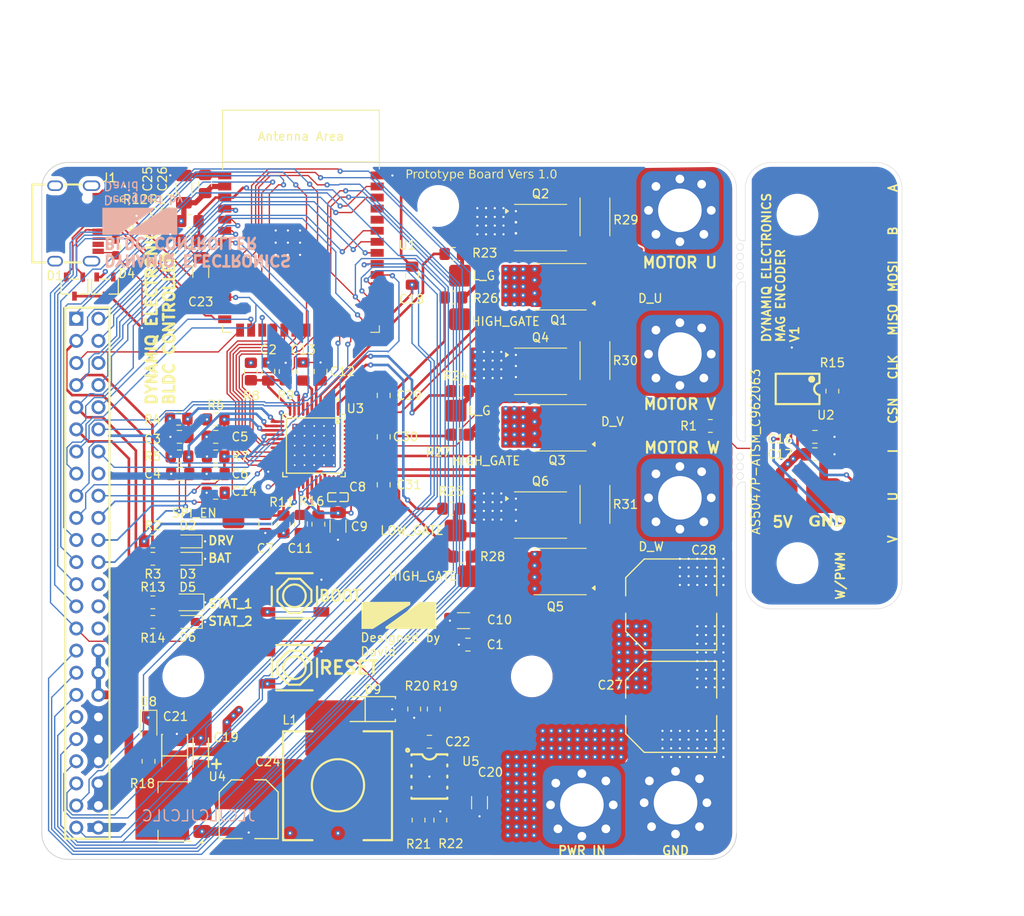
<source format=kicad_pcb>
(kicad_pcb (version 20241229) (generator "pcbnew") (generator_version "9.0")
  (layers (0 "F.Cu" signal) (4 "In1.Cu" signal) (6 "In2.Cu" signal) (2 "B.Cu" signal) (13 "F.Paste" user) (15 "B.Paste" user) (5 "F.SilkS" user "F.Silkscreen") (7 "B.SilkS" user "B.Silkscreen") (1 "F.Mask" user) (3 "B.Mask" user) (25 "Edge.Cuts" user))
  (net 0 "")
  (net 1 "GND")
  (net 2 "USB_D -")
  (net 3 "USB_D +")
  (net 4 "Net-(D2-A)")
  (net 5 "Net-(D3-A)")
  (net 7 "+5V")
  (net 8 "Net-(D5-A)")
  (net 9 "Net-(D6-A)")
  (net 10 "Net-(D8-A)")
  (net 11 "Net-(D9-K)")
  (net 12 "DRIVER_SDI{slash}AMPL")
  (net 13 "GPIO05")
  (net 14 "GPIO36")
  (net 15 "CURRENT_U")
  (net 16 "GPIO01")
  (net 17 "DRIVER_SDO{slash}SINGLE")
  (net 18 "GPIO16")
  (net 19 "GPIO42")
  (net 20 "DRIVER_VCC_IO")
  (net 21 "DRIVER_SCK{slash}IDRV1")
  (net 22 "GPIO39")
  (net 23 "GPIO48")
  (net 24 "GPIO37")
  (net 25 "CURRENT_V")
  (net 26 "GPIO45")
  (net 27 "GPIO03")
  (net 28 "GPIO04")
  (net 29 "GPIO18")
  (net 30 "GPIO41")
  (net 32 "GPIO35")
  (net 33 "DRIVER_FAULT")
  (net 34 "GPIO40")
  (net 35 "CURRENT_W")
  (net 36 "GPIO06")
  (net 37 "GPIO47")
  (net 38 "GPIO46")
  (net 39 "GPIO17")
  (net 40 "GPIO15")
  (net 41 "DRIVER_CSN{slash}IDRV0")
  (net 43 "Net-(J1-CC2)")
  (net 45 "Net-(J1-CC1)")
  (net 46 "DRIVER_ANALOG_SUPPLY")
  (net 47 "DRIVER_U")
  (net 48 "Net-(Q1-G)")
  (net 49 "Net-(Q2-G)")
  (net 50 "DRIVER_V")
  (net 51 "Net-(Q3-G)")
  (net 52 "Net-(Q4-G)")
  (net 53 "Net-(Q5-G)")
  (net 54 "DRIVER_W")
  (net 55 "Net-(Q6-G)")
  (net 56 "CURRENT_SENS_VOFS")
  (net 57 "DRIVER_SPI_ENABLE")
  (net 58 "+3.3V_ENCODER")
  (net 59 "CSN_ENCODER")
  (net 60 "Net-(C11-Pad1)")
  (net 61 "CHARGE_CAPACITOR_INPUT")
  (net 62 "EN")
  (net 63 "Net-(U5-PH)")
  (net 64 "U_LOWSIDE_GATE")
  (net 65 "V_LOWSIDE_GATE")
  (net 66 "W_LOWSIDE_GATE")
  (net 67 "U_HIGHSIDE_GATE")
  (net 68 "V_HIGHSIDE_GATE")
  (net 69 "W_HIGHSIDE_GATE")
  (net 70 "MOTOR_U")
  (net 71 "MOTOR_V")
  (net 72 "MOTOR_W")
  (net 76 "BOOT")
  (net 78 "CLK_ENCODER")
  (net 79 "MISO_ENCODER")
  (net 80 "MOSI_ENCODER")
  (net 81 "GND1")
  (net 82 "B_ENCODER")
  (net 83 "A_ENCODER")
  (net 84 "I_ENCODER")
  (net 85 "+5V_ENCODER")
  (net 86 "U_ENCODER")
  (net 87 "V_ENCODER")
  (net 88 "W{slash}PWM_ENCODER")
  (net 89 "GPIO43")
  (net 90 "GPIO44")
  (net 91 "V_HIGHSIDE")
  (net 93 "V_BOOTSTRAP")
  (net 94 "U_BOOTSTRAP")
  (net 96 "W_LOWSIDE")
  (net 97 "DRIVER_12V")
  (net 99 "DRIVER_5V")
  (net 100 "W_HIGHSIDE")
  (net 102 "W_BOOTSTRAP")
  (net 103 "U_HIGHSIDE")
  (net 104 "CHARGE_CAPACITOR_OUTPUT")
  (net 106 "VOLTAGE_CHARGE_PUMP")
  (net 107 "U_LOWSIDE")
  (net 109 "V_LOWSIDE")
  (net 110 "DRIVER_ENABLE")
  (net 113 "Net-(U5-VSENSE)")
  (footprint "easyeda2kicad:HDR-TH_48P-P2.54-V-F-R2-C24-S2.54" (layer "F.Cu") (at 78.48 119.15 -90)
    (property "Reference" "H1" (hide yes))
    (property "Value" "HC-PM254-8.5H-2X24PZ")
  )
  (footprint "Capacitor_SMD:C_0805_2012Metric_Pad1.18x1.45mm_HandSolder" (layer "F.Cu") (at 89.0525 103.5)
    (property "Reference" "C3")
    (property "Value" "0.1uF")
  )
  (footprint "Capacitor_SMD:C_0805_2012Metric_Pad1.18x1.45mm_HandSolder" (layer "F.Cu") (at 93.2125 103.5)
    (property "Reference" "C5")
    (property "Value" "0.1uF")
  )
  (footprint "Capacitor_SMD:C_1206_3216Metric_Pad1.33x1.80mm_HandSolder" (layer "F.Cu") (at 121.6625 124.6 180)
    (property "Reference" "C10")
    (property "Value" "100nF 50V")
  )
  (footprint "FootPrint_ESC:Small_Pad_4mm" (layer "F.Cu") (at 168 75.25 90)
    (property "Reference" "TP8")
    (property "Value" "A_ENCODER")
  )
  (footprint "Resistor_SMD:R_0805_2012Metric_Pad1.20x1.40mm_HandSolder" (layer "F.Cu") (at 121.25 98.25)
    (property "Reference" "R24")
    (property "Value" "2.2")
  )
  (footprint "FootPrint_ESC:Small_Pad_4mm" (layer "F.Cu") (at 168 95.25)
    (property "Reference" "TP3")
    (property "Value" "CLK_ENCODER")
  )
  (footprint "easyeda2kicad:CAP-SMD_BD10.0-L10.3-W10.3-LS11.3-FD" (layer "F.Cu") (at 145.5 122.75)
    (property "Reference" "C28")
    (property "Value" "470uF -C3351")
  )
  (footprint "easyeda2kicad:CAP-SMD_L3.5-W2.8-R-RD" (layer "F.Cu") (at 88.5 139.5 -90)
    (property "Reference" "C21")
    (property "Value" "22uF Tant TAJB226K010RNJ")
  )
  (footprint "FootPrint_ESC:PAD_TP" (layer "F.Cu") (at 120.75 100.5)
    (property "Reference" "TP20")
    (property "Value" "L_G")
  )
  (footprint "Capacitor_SMD:C_0805_2012Metric_Pad1.18x1.45mm_HandSolder" (layer "F.Cu") (at 115.75 85 90)
    (property "Reference" "C18")
    (property "Value" "0.1uF")
  )
  (footprint "FootPrint_ESC:Small_Pad_4mm" (layer "F.Cu") (at 168 120.25)
    (property "Reference" "TP13")
    (property "Value" "W/PWM_ENCODER")
  )
  (footprint "Capacitor_SMD:C_0805_2012Metric_Pad1.18x1.45mm_HandSolder" (layer "F.Cu") (at 162 105.5)
    (property "Reference" "C17")
    (property "Value" "0.1uF")
  )
  (footprint "Resistor_SMD:R_0805_2012Metric_Pad1.20x1.40mm_HandSolder" (layer "F.Cu") (at 120.5 87.5)
    (property "Reference" "R26")
    (property "Value" "2.2")
  )
  (footprint "FootPrint_ESC:PAD_TP" (layer "F.Cu") (at 121.25 90)
    (property "Reference" "TP22")
    (property "Value" "HIGH_GATE")
  )
  (footprint "Resistor_SMD:R_0805_2012Metric_Pad1.20x1.40mm_HandSolder" (layer "F.Cu") (at 90.25 78.7325)
    (property "Reference" "R17")
    (property "Value" "10K")
  )
  (footprint "Package_SON:Infineon_PG-TDSON-8_6.15x5.15mm" (layer "F.Cu") (at 132.75 118.94 180)
    (property "Reference" "Q5")
    (property "Value" "N_FET_ISC0602NLS")
  )
  (footprint "Resistor_SMD:R_0805_2012Metric_Pad1.20x1.40mm_HandSolder" (layer "F.Cu") (at 164 98.25 90)
    (property "Reference" "R15")
    (property "Value" "10K")
  )
  (footprint "easyeda2kicad:SW-SMD_4P-L5.2-W5.2-P3.70-LS6.5" (layer "F.Cu") (at 102.25 121.75)
    (property "Reference" "SW2")
    (property "Value" "SW_MEC_5E")
  )
  (footprint "Package_SON:Infineon_PG-TDSON-8_6.15x5.15mm" (layer "F.Cu") (at 130.5 112.5)
    (property "Reference" "Q6")
    (property "Value" "N_FET_ISC0602NLS")
  )
  (footprint "Resistor_SMD:R_0805_2012Metric_Pad1.20x1.40mm_HandSolder" (layer "F.Cu") (at 121.25 103.25)
    (property "Reference" "R27")
    (property "Value" "2.2")
  )
  (footprint "FootPrint_ESC:PWR_THRU_HOLE" (layer "F.Cu") (at 135.25 145.75)
    (property "Reference" "PWR IN")
    (property "Value" "BAT_IN")
  )
  (footprint "easyeda2kicad:USB-C_SMD-TYPE-C-31-M-12" (layer "F.Cu") (at 77.25 79 -90)
    (property "Reference" "J1")
    (property "Value" "USB_C_Receptacle_USB2.0_16P")
  )
  (footprint "Package_SON:Infineon_PG-TDSON-8_6.15x5.15mm" (layer "F.Cu") (at 132.75 102.44 180)
    (property "Reference" "Q3")
    (property "Value" "N_FET_ISC0602NLS")
  )
  (footprint "Resistor_SMD:R_0805_2012Metric_Pad1.20x1.40mm_HandSolder" (layer "F.Cu") (at 116 134.75 -90)
    (property "Reference" "R20")
    (property "Value" "1K")
  )
  (footprint "FootPrint_ESC:PWR_THRU_HOLE" (layer "F.Cu") (at 146.5 110.5 -90)
    (property "Reference" "MOTOR W")
    (property "Value" "Motor_Phase_W")
  )
  (footprint "LED_SMD:LED_0805_2012Metric_Pad1.15x1.40mm_HandSolder" (layer "F.Cu") (at 90 122.5 180)
    (property "Reference" "D5")
    (property "Value" "STATUS_1_LED")
  )
  (footprint "FootPrint_ESC:PWR_THRU_HOLE" (layer "F.Cu") (at 146 145.5)
    (property "Reference" "GND")
    (property "Value" "BAT_GND")
  )
  (footprint "FootPrint_ESC:PAD_TP" (layer "F.Cu") (at 121.25 85)
    (property "Reference" "TP19")
    (property "Value" "L_G")
  )
  (footprint "Resistor_SMD:R_0805_2012Metric_Pad1.20x1.40mm_HandSolder" (layer "F.Cu") (at 86 122.5)
    (property "Reference" "R13")
    (property "Value" "150")
  )
  (footprint "Resistor_SMD:R_0805_2012Metric_Pad1.20x1.40mm_HandSolder" (layer "F.Cu") (at 150 102.25)
    (property "Reference" "R1")
    (property "Value" "10K")
  )
  (footprint "Resistor_SMD:R_0805_2012Metric_Pad1.20x1.40mm_HandSolder" (layer "F.Cu") (at 86 117.5)
    (property "Reference" "R3")
    (property "Value" "150")
  )
  (footprint "FootPrint_ESC:PWR_THRU_HOLE" (layer "F.Cu") (at 146.5 77.5 -90)
    (property "Reference" "MOTOR U")
    (property "Value" "Motor_Phase_U")
  )
  (footprint "FootPrint_ESC:PAD_TP" (layer "F.Cu") (at 122.25 119.5)
    (property "Reference" "TP24" (hide yes))
    (property "Value" "HIGH_GATE")
  )
  (footprint "LED_SMD:LED_0603_1608Metric_Pad1.05x0.95mm_HandSolder" (layer "F.Cu") (at 90 124.75 180)
    (property "Reference" "D6")
    (property "Value" "STATUS_2_LED")
  )
  (footprint "Resistor_SMD:R_0805_2012Metric_Pad1.20x1.40mm_HandSolder" (layer "F.Cu") (at 97.25 96 -90)
    (property "Reference" "R8")
    (property "Value" "10K")
  )
  (footprint "Capacitor_SMD:C_0805_2012Metric_Pad1.18x1.45mm_HandSolder" (layer "F.Cu") (at 92 74.4825 90)
    (property "Reference" "C26")
    (property "Value" "0.1uF")
  )
  (footprint "Resistor_SMD:R_0805_2012Metric_Pad1.20x1.40mm_HandSolder" (layer "F.Cu") (at 93.2125 101.5)
    (property "Reference" "R6")
    (property "Value" "10K")
  )
  (footprint "MountingHole:MountingHole_4.3mm_M4_DIN965" (layer "F.Cu") (at 118.75 77 90)
    (property "Reference" "REF**" (hide yes))
    (property "Value" "MountingHole_4.3mm_M4_DIN965")
  )
  (footprint "easyeda2kicad:SW-SMD_4P-L5.2-W5.2-P3.70-LS6.5" (layer "F.Cu") (at 102.25 130)
    (property "Reference" "SW1")
    (property "Value" "SW_MEC_5E")
  )
  (footprint "FootPrint_ESC:PAD_TP" (layer "F.Cu") (at 124.25 104)
    (property "Reference" "TP23")
    (property "Value" "HIGH_GATE")
  )
  (footprint "Resistor_SMD:R_0805_2012Metric_Pad1.20x1.40mm_HandSolder" (layer "F.Cu") (at 116.5 147.5 -90)
    (property "Reference" "R21")
    (property "Value" "10K")
  )
  (footprint "Capacitor_SMD:C_0805_2012Metric_Pad1.18x1.45mm_HandSolder" (layer "F.Cu") (at 112.5 103.5 -90)
    (property "Reference" "C30")
    (property "Value" "470nF 16V")
  )
  (footprint "Capacitor_SMD:C_0805_2012Metric_Pad1.18x1.45mm_HandSolder" (layer "F.Cu") (at 99.25 96 90)
    (property "Reference" "C2")
    (property "Value" "100nF")
  )
  (footprint "FootPrint_ESC:Small_Pad_4mm" (layer "F.Cu") (at 158 110.25 90)
    (property "Reference" "TP10")
    (property "Value" "5V_ENCODER")
  )
  (footprint "easyeda2kicad:IND-SMD_L12.5-W12.5_RLF12545T" (layer "F.Cu") (at 107.25 143.5 -90)
    (property "Reference" "L1")
    (property "Value" "15uH")
  )
  (footprint "FootPrint_ESC:PAD_TP" (layer "F.Cu") (at 95.25 112.75)
    (property "Reference" "TP1")
    (property "Value" "SPI_EN")
  )
  (footprint "FootPrint_ESC:Small_Pad_4mm" (layer "F.Cu") (at 168 90.25)
    (property "Reference" "TP4")
    (property "Value" "MISO_ENCODER")
  )
  (footprint "easyeda2kicad:SOT-23-3_L3.0-W1.7-P0.95-LS2.9-BR" (layer "F.Cu") (at 77 86.25 90)
    (property "Reference" "D1")
    (property "Value" "PSM712-LF-T7")
  )
  (footprint "easyeda2kicad:CAP-SMD_L3.2-W1.6-RD-C7171" (layer "F.Cu") (at 91.5 139.75 90)
    (property "Reference" "C19")
    (property "Value" "10uF - TAJA106K016RNJ")
  )
  (footprint "MountingHole:MountingHole_4.3mm_M4_DIN965" (layer "F.Cu") (at 160 118 90)
    (property "Reference" "REF**" (hide yes))
    (property "Value" "MountingHole_4.3mm_M4_DIN965")
  )
  (footprint "Capacitor_SMD:C_0805_2012Metric_Pad1.18x1.45mm_HandSolder" (layer "F.Cu") (at 122.1625 127.35)
    (property "Reference" "C1")
    (property "Value" "100nF")
  )
  (footprint "FootPrint_ESC:PAD_TP" (layer "F.Cu") (at 140 85.5)
    (property "Reference" "TP25" (hide yes))
    (property "Value" "D_U")
  )
  (footprint "Package_SON:Infineon_PG-TDSON-8_6.15x5.15mm" (layer "F.Cu") (at 130.5 79.5)
    (property "Reference" "Q2")
    (property "Value" "N_FET_ISC0602NLS")
  )
  (footprint "easyeda2kicad:SMA_L4.3-W2.6-LS5.2-RD" (layer "F.Cu") (at 111.25 134.75)
    (property "Reference" "D9")
    (property "Value" "SS34")
  )
  (footprint "Resistor_SMD:R_0805_2012Metric_Pad1.20x1.40mm_HandSolder" (layer "F.Cu") (at 118.25 134.75 90)
    (property "Reference" "R19")
    (property "Value" "10K")
  )
  (footprint "Resistor_SMD:R_0805_2012Metric_Pad1.20x1.40mm_HandSolder" (layer "F.Cu") (at 121.5 117.25)
    (property "Reference" "R28")
    (property "Value" "2.2")
  )
  (footprint "Resistor_SMD:R_0805_2012Metric_Pad1.20x1.40mm_HandSolder" (layer "F.Cu") (at 120.25 111.75)
    (property "Reference" "R25")
    (property "Value" "2.2")
  )
  (footprint "Capacitor_SMD:C_0805_2012Metric_Pad1.18x1.45mm_HandSolder" (layer "F.Cu") (at 112.5 109 90)
    (property "Reference" "C31")
    (property "Value" "470nF 16V")
  )
  (footprint "Package_SON:Infineon_PG-TDSON-8_6.15x5.15mm" (layer "F.Cu") (at 132.75 86.25 180)
    (property "Reference" "Q1")
    (property "Value" "N_FET_ISC0602NLS")
  )
  (footprint "easyeda2kicad:TSSOP-14_L5.0-W4.4-P0.65-LS6.4-BL" (layer "F.Cu") (at 160 98 180)
    (property "Reference" "U2")
    (property "Value" "AS5047P-ATSM_C962063")
  )
  (footprint "easyeda2kicad:C0402" (layer "F.Cu") (at 107.25 110.425 180)
    (property "Reference" "C8")
    (property "Value" "100nF 16V")
  )
  (footprint "Resistor_SMD:R_0805_2012Metric_Pad1.20x1.40mm_HandSolder" (layer "F.Cu") (at 88.9625 101.42)
    (property "Reference" "R4")
    (property "Value" "10K")
  )
  (footprint "FootPrint_ESC:PAD_TP" (layer "F.Cu") (at 141.5 101.75)
    (property "Reference" "TP26" (hide yes))
    (property "Value" "D_V")
  )
  (footprint "Resistor_SMD:R_0805_2012Metric_Pad1.20x1.40mm_HandSolder" (layer "F.Cu") (at 120.5 82.5)
    (property "Reference" "R23")
    (property "Value" "2.2")
  )
  (footprint "Capacitor_SMD:C_0805_2012Metric_Pad1.18x1.45mm_HandSolder" (layer "F.Cu") (at 112.5 98.75 -90)
    (property "Reference" "C29")
    (property "Value" "470nF 16V")
  )
  (footprint "LED_SMD:LED_0805_2012Metric_Pad1.15x1.40mm_HandSolder" (layer "F.Cu") (at 85.5 136.75 -90)
    (property "Reference" "D8")
    (property "Value" "LED")
  )
  (footprint "Capacitor_SMD:C_0805_2012Metric_Pad1.18x1.45mm_HandSolder" (layer "F.Cu") (at 117.75 138.5)
    (property "Reference" "C22")
    (property "Value" "0.01uF")
  )
  (footprint "PCM_Espressif:ESP32-S3-WROOM-1" (layer "F.Cu") (at 103 81.75)
    (property "Reference" "U1")
    (property "Value" "ESP32-S3-WROOM-1")
  )
  (footprint "Capacitor_SMD:C_0805_2012Metric_Pad1.18x1.45mm_HandSolder" (layer "F.Cu") (at 90.25 80.9825 180)
    (property "Reference" "C15")
    (property "Value" "0.1uF")
  )
  (footprint "easyeda2kicad:SOT-23-3_L3.0-W1.7-P0.95-LS2.9-BR" (layer "F.Cu") (at 80.5 86.25 90)
    (property "Reference" "D4")
    (property "Value" "PSM712-LF-T7")
  )
  (footprint "FootPrint_ESC:Small_Pad_4mm" (layer "F.Cu") (at 163 110.25 90)
    (property "Reference" "TP6")
    (property "Value" "GND_ENCODER")
  )
  (footprint "Resistor_SMD:R_2512_6332Metric_Pad1.40x3.35mm_HandSolder" (layer "F.Cu") (at 136.75 111.25 90)
    (property "Reference" "R31")
    (property "Value" "10mR")
  )
  (footprint "Capacitor_SMD:C_1206_3216Metric_Pad1.33x1.80mm_HandSolder" (layer "F.Cu") (at 123.5 145.5 -90)
    (property "Reference" "C20")
    (property "Value" "10uF")
  )
  (footprint "FootPrint_ESC:Small_Pad_4mm" (layer "F.Cu") (at 168 100.25)
    (property "Reference" "TP2")
    (property "Value" "CSN_ENCODER")
  )
  (footprint "Resistor_SMD:R_0805_2012Metric_Pad1.20x1.40mm_HandSolder" (layer "F.Cu") (at 86 115.5)
    (property "Reference" "R2")
    (property "Value" "150")
  )
  (footprint "FootPrint_ESC:Small_Pad_4mm" (layer "F.Cu") (at 168 105.25 90)
    (property "Reference" "TP9")
    (property "Value" "I_ENCODER")
  )
  (footprint "FootPrint_ESC:PWR_THRU_HOLE" (layer "F.Cu") (at 146.5 94 -90)
    (property "Reference" "MOTOR V")
    (property "Value" "Motor_Phase_V")
  )
  (footprint "Resistor_SMD:R_0603_1608Metric_Pad0.98x0.95mm_HandSolder" (layer "F.Cu") (at 81.75 76.25 90)
    (property "Reference" "R12")
    (property "Value" "5.1K")
  )
  (footprint "FootPrint_ESC:PAD_TP" (layer "F.Cu") (at 139.5 117)
    (property "Reference" "TP27" (hide yes))
    (property "Value" "D_W")
  )
  (footprint "Resistor_SMD:R_0805_2012Metric_Pad1.20x1.40mm_HandSolder" (layer "F.Cu") (at 119 147.5 -90)
    (property "Reference" "R22")
    (property "Value" "3.3K")
  )
  (footprint "Capacitor_SMD:C_1206_3216Metric_Pad1.33x1.80mm_HandSolder" (layer "F.Cu") (at 91.5 84.5 90)
    (property "Reference" "C23")
    (property "Value" "100uF")
  )
  (footprint "Resistor_SMD:R_0805_2012Metric_Pad1.20x1.40mm_HandSolder" (layer "F.Cu") (at 101 113.53 90)
    (property "Reference" "R11")
    (property "Value" "10K")
  )
  (footprint "easyeda2kicad:CAP-SMD_BD10.0-L10.3-W10.3-LS11.3-FD" (layer "F.Cu") (at 145.5 134.5)
    (property "Reference" "C27")
    (property "Value" "470uF -C3351")
  )
  (footprint "Capacitor_SMD:C_0805_2012Metric_Pad1.18x1.45mm_HandSolder" (layer "F.Cu") (at 93.2125 109.92)
    (property "Reference" "C14")
    (property "Value" "100nF")
  )
  (footprint "Resistor_SMD:R_0805_2012Metric_Pad1.20x1.40mm_HandSolder" (layer "F.Cu") (at 86 124.75)
    (property "Reference" "R14")
    (property "Value" "150")
  )
  (footprint "Package_TO_SOT_SMD:SOT-223-3_TabPin2" (layer "F.Cu") (at 88.5 146.5 180)
    (property "Reference" "U4")
    (property "Value" "AMS1117-3.3")
  )
  (footprint "Capacitor_SMD:C_0805_2012Metric_Pad1.18x1.45mm_HandSolder" (layer "F.Cu") (at 89.1425 107.75)
    (property "Reference" "C4")
    (property "Value" "0.1uF")
  )
  (footprint "Capacitor_SMD:C_1206_3216Metric_Pad1.33x1.80mm_HandSolder" (layer "F.Cu") (at 107.25 113.75 -90)
    (property "Reference" "C9")
    (property "Value" "100nF 50V")
  )
  (footprint "Resistor_SMD:R_0805_2012Metric_Pad1.20x1.40mm_HandSolder" (layer "F.Cu") (at 101.25 96 90)
    (property "Reference" "R9")
    (property "Value" "10K")
  )
  (footprint "easyeda2kicad:TQFP-48_L7.0-W7.0-P0.50-LS9.0-BL-EP" (layer "F.Cu") (at 104.5 104.5 180)
    (property "Reference" "U3")
    (property "Value" "TMC6200-TA-T")
  )
  (footprint "Capacitor_SMD:C_0805_2012Metric_Pad1.18x1.45mm_HandSolder" (layer "F.Cu") (at 103.25 96 -90)
    (property "Reference" "C13")
    (property "Value" "2.2uF")
  )
  (footprint "FootPrint_ESC:Small_Pad_4mm" (layer "F.Cu") (at 168 80.25 90)
    (property "Reference" "TP7")
    (property "Value" "B_ENCODER")
  )
  (footprint "Resistor_SMD:R_2512_6332Metric_Pad1.40x3.35mm_HandSolder" (layer "F.Cu") (at 136.75 94.75 90)
    (property "Reference" "R30")
    (property "Value" "10mR")
  )
  (footprint "easyeda2kicad:ESOP-8_L4.9-W3.9-P1.27-LS6.0-TL-EP" (layer "F.Cu") (at 117.75 142.5)
    (property "Reference" "U5")
    (property "Value" "TPS5430DDAR")
  )
  (footprint "Resistor_SMD:R_0805_2012Metric_Pad1.20x1.40mm_HandSolder" (layer "F.Cu") (at 89.0525 105.75)
    (property "Reference" "R5")
    (property "Value" "10K")
  )
  (footprint "FootPrint_ESC:PAD_TP" (layer "F.Cu") (at 120.75 114.25)
    (property "Reference" "TP21" (hide yes))
    (property "Value" "LOW_GATE")
  )
  (footprint "Resistor_SMD:R_0805_2012Metric_Pad1.20x1.40mm_HandSolder" (layer "F.Cu") (at 105 113.53 90)
    (property "Reference" "R16")
    (property "Value" "47")
  )
  (footprint "MountingHole:MountingHole_4.3mm_M4_DIN965" (layer "F.Cu") (at 89.5 131 90)
    (property "Reference" "REF**" (hide yes))
    (property "Value" "MountingHole_4.3mm_M4_DIN965")
  )
  (footprint "Capacitor_SMD:C_0805_2012Metric_Pad1.18x1.45mm_HandSolder" (layer "F.Cu") (at 93.2125 107.75)
    (property "Reference" "C6")
    (property "Value" "0.1uF")
  )
  (footprint "Capacitor_SMD:C_0805_2012Metric_Pad1.18x1.45mm_HandSolder" (layer "F.Cu") (at 105.25 96 -90)
    (property "Reference" "C12")
    (property "Value" "4.7uF")
  )
  (footprint "MountingHole:MountingHole_4.3mm_M4_DIN965" (layer "F.Cu") (at 129.5 131 90)
    (property "Reference" "REF**" (hide yes))
    (property "Value" "MountingHole_4.3mm_M4_DIN965")
  )
  (footprint "Capacitor_SMD:C_1206_3216Metric_Pad1.33x1.80mm_HandSolder" (layer "F.Cu") (at 89.56 75.0625 90)
    (property "Reference" "C25")
    (property "Value" "10uF")
  )
  (footprint "LED_SMD:LED_0603_1608Metric_Pad1.05x0.95mm_HandSolder" (layer "F.Cu") (at 90 117.5 180)
    (property "Reference" "D3")
    (property "Value" "LIPO_ALERT")
  )
  (footprint "Resistor_SMD:R_2512_6332Metric_Pad1.40x3.35mm_HandSolder" (layer "F.Cu") (at 136.75 78.25 90)
    (property "Reference" "R29")
    (property "Value" "10mR")
  )
  (footprint "Capacitor_SMD:C_0805_2012Metric_Pad1.18x1.45mm_HandSolder" (layer "F.Cu") (at 103 113.5 90)
    (property "Reference" "C11")
    (property "Value" "22nF 100V")
  )
  (footprint "FootPrint_ESC:Small_Pad_4mm" (layer "F.Cu") (at 168 85.25 90)
    (property "Reference" "TP5")
    (property "Value" "MOSI_ENCODER")
  )
  (footprint "Resistor_SMD:R_0805_2012Metric_Pad1.20x1.40mm_HandSolder" (layer "F.Cu") (at 85.5 140.75 90)
    (property "Reference" "R18")
    (property "Value" "150")
  )
  (footprint "easyeda2kicad:CAP-SMD_BD6.3-L6.6-W6.6-FD" (layer "F.Cu") (at 97 146.25 -90)
    (property "Reference" "C24")
    (property "Value" "220uF-C3342")
  )
  (footprint "FootPrint_ESC:Small_Pad_4mm" (layer "F.Cu") (at 168 110.25)
    (property "Reference" "TP11")
    (property "Value" "U_ENCODER")
  )
  (footprint "Package_SON:Infineon_PG-TDSON-8_6.15x5.15mm" (layer "F.Cu") (at 130.5 96)
    (property "Reference" "Q4")
    (property "Value" "N_FET_ISC0602NLS")
  )
  (footprint "Capacitor_SMD:C_0805_2012Metric_Pad1.18x1.45mm_HandSolder" (layer "F.Cu") (at 162 103.5 180)
    (property "Reference" "C16")
    (property "Value" "1uF")
  )
  (footprint "LED_SMD:LED_0603_1608Metric_Pad1.05x0.95mm_HandSolder" (layer "F.Cu") (at 90 115.5 180)
    (property "Reference" "D2")
    (property "Value" "Fault_LED")
  )
  (footprint "FootPrint_ESC:Small_Pad_4mm" (layer "F.Cu") (at 168 115.25)
    (property "Reference" "TP12")
    (property "Value" "V_ENCODER")
  )
  (footprint "Resistor_SMD:R_0805_2012Metric_Pad1.20x1.40mm_HandSolder" (layer "F.Cu") (at 93.2125 105.75)
    (property "Reference" "R7")
    (property "Value" "10K")
  )
  (footprint "Resistor_SMD:R_0603_1608Metric_Pad0.98x0.95mm_HandSolder" (layer "F.Cu") (at 81.75 81.75 -90)
    (property "Reference" "R10")
    (property "Value" "5.1K")
  )
  (footprint "Capacitor_SMD:C_0805_2012Metric_Pad1.18x1.45mm_HandSolder" (layer "F.Cu") (at 98.91 113.5 -90)
    (property "Reference" "C7")
    (property "Value" "0.1uF")
  )
  (footprint "MountingHole:MountingHole_4.3mm_M4_DIN965" (layer "F.Cu") (at 160 78 90)
    (property "Reference" "REF**" (hide yes))
    (property "Value" "MountingHole_4.3mm_M4_DIN965")
  )
  (gr_poly (pts (xy 118.5 125.5) (xy 112.75 125.5) (xy 112.75 125.333334) (xy 116.655406 122.5) (xy 118.5 122.5)) (stroke (width 0.1)) (fill yes) (layer "F.SilkS"))
  (gr_poly (pts (xy 110 122.499202) (xy 115.5 122.481654) (xy 115.5 122.75) (xy 111.25 125.5) (xy 110 125.5)) (stroke (width 0.1)) (fill yes) (layer "F.SilkS"))
  (gr_poly (pts (xy 80.249564 77.25) (xy 85.999564 77.25) (xy 85.999564 77.416666) (xy 82.094158 80.25) (xy 80.249564 80.25)) (stroke (width 0.1)) (fill yes) (layer "B.SilkS"))
  (gr_poly (pts (xy 88.749564 80.250798) (xy 83.249564 80.268346) (xy 83.249564 80) (xy 87.499564 77.25) (xy 88.749564 77.25)) (stroke (width 0.1)) (fill yes) (layer "B.SilkS"))
  (gr_line (start 150 152) (end 76.25 152) (stroke (width 0.1)) (layer "Edge.Cuts"))
  (gr_arc (start 76.25 152) (mid 74.12868 151.12132) (end 73.25 149) (stroke (width 0.1)) (layer "Edge.Cuts"))
  (gr_arc (start 153.75 104) (mid 153.21967 103.78033) (end 153 103.25) (stroke (width 0.05)) (layer "Edge.Cuts"))
  (gr_circle (center 153.4 81.7) (end 153.8 81.7) (stroke (width 0.05)) (fill no) (layer "Edge.Cuts"))
  (gr_line (start 157 72) (end 169 72) (stroke (width 0.05)) (layer "Edge.Cuts"))
  (gr_line (start 153 80.25) (end 153 75) (stroke (width 0.05)) (layer "Edge.Cuts"))
  (gr_arc (start 150 72) (mid 152.12132 72.87868) (end 153 75) (stroke (width 0.05)) (layer "Edge.Cuts"))
  (gr_circle (center 153.4 83.9) (end 153.8 83.9) (stroke (width 0.05)) (fill no) (layer "Edge.Cuts"))
  (gr_line (start 157 123.25) (end 169 123.25) (stroke (width 0.05)) (layer "Edge.Cuts"))
  (gr_circle (center 153.4 106.9) (end 153.8 106.9) (stroke (width 0.05)) (fill no) (layer "Edge.Cuts"))
  (gr_arc (start 154 75) (mid 154.87868 72.87868) (end 157 72) (stroke (width 0.05)) (layer "Edge.Cuts"))
  (gr_line (start 73.25 149) (end 73.25 75) (stroke (width 0.1)) (layer "Edge.Cuts"))
  (gr_arc (start 169 72) (mid 171.12132 72.87868) (end 172 75) (stroke (width 0.05)) (layer "Edge.Cuts"))
  (gr_line (start 154 85.7) (end 154 104) (stroke (width 0.05)) (layer "Edge.Cuts"))
  (gr_arc (start 153 109.45) (mid 153.21967 108.91967) (end 153.75 108.7) (stroke (width 0.05)) (layer "Edge.Cuts"))
  (gr_line (start 153 109.45) (end 153 149) (stroke (width 0.05)) (layer "Edge.Cuts"))
  (gr_line (start 154 120.25) (end 154 108.7) (stroke (width 0.05)) (layer "Edge.Cuts"))
  (gr_line (start 154 108.7) (end 153.75 108.7) (stroke (width 0.05)) (layer "Edge.Cuts"))
  (gr_circle (center 153.4 108) (end 153.8 108) (stroke (width 0.05)) (fill no) (layer "Edge.Cuts"))
  (gr_circle (center 153.4 82.8) (end 153.8 82.8) (stroke (width 0.05)) (fill no) (layer "Edge.Cuts"))
  (gr_arc (start 153.75 81) (mid 153.21967 80.78033) (end 153 80.25) (stroke (width 0.05)) (layer "Edge.Cuts"))
  (gr_line (start 154 81) (end 153.75 81) (stroke (width 0.05)) (layer "Edge.Cuts"))
  (gr_arc (start 73.25 75) (mid 74.12868 72.87868) (end 76.25 72) (stroke (width 0.1)) (layer "Edge.Cuts"))
  (gr_circle (center 153.4 85) (end 153.8 85) (stroke (width 0.05)) (fill no) (layer "Edge.Cuts"))
  (gr_arc (start 153 86.45) (mid 153.21967 85.91967) (end 153.75 85.7) (stroke (width 0.05)) (layer "Edge.Cuts"))
  (gr_line (start 153.75 85.7) (end 154 85.7) (stroke (width 0.05)) (layer "Edge.Cuts"))
  (gr_arc (start 157 123.25) (mid 154.87868 122.37132) (end 154 120.25) (stroke (width 0.05)) (layer "Edge.Cuts"))
  (gr_arc (start 172 120.25) (mid 171.12132 122.37132) (end 169 123.25) (stroke (width 0.05)) (layer "Edge.Cuts"))
  (gr_circle (center 153.4 105.8) (end 153.8 105.8) (stroke (width 0.05)) (fill no) (layer "Edge.Cuts"))
  (gr_arc (start 153 149) (mid 152.12132 151.12132) (end 150 152) (stroke (width 0.1)) (layer "Edge.Cuts"))
  (gr_line (start 154 75) (end 154 81) (stroke (width 0.05)) (layer "Edge.Cuts"))
  (gr_line (start 154 104) (end 153.75 104) (stroke (width 0.05)) (layer "Edge.Cuts"))
  (gr_line (start 172 75) (end 172 120.25) (stroke (width 0.05)) (layer "Edge.Cuts"))
  (gr_line (start 153 103.25) (end 153 86.45) (stroke (width 0.05)) (layer "Edge.Cuts"))
  (gr_line (start 76.25 72) (end 150 72) (stroke (width 0.1)) (layer "Edge.Cuts"))
  (gr_text "I" (at 171.541108 105.5 90) (layer "F.SilkS") (effects (font (size 1 1) (thickness 0.2) (bold yes)) (justify left bottom)))
  (gr_text "DYNAMIQ ELECTRONICS\nBLDC CONTROLLER" (at 88.6 100 90) (layer "F.SilkS") (effects (font (size 1.25 1.25) (thickness 0.3) (bold yes)) (justify left bottom)))
  (gr_text "V" (at 171.5 115.8 90) (layer "F.SilkS") (effects (font (size 1 1) (thickness 0.2) (bold yes)) (justify left bottom)))
  (gr_text "STAT_2" (at 92.25 125.25 0) (layer "F.SilkS") (effects (font (size 1 1) (thickness 0.2) (bold yes)) (justify left bottom)))
  (gr_text "RESET" (at 108.5 130 0) (layer "F.SilkS") (effects (font (size 1.5 1.5) (thickness 0.3) (bold yes))))
  (gr_text "GND" (at 161.25 114 0) (layer "F.SilkS") (effects (font (size 1.25 1.25) (thickness 0.15) (bold yes)) (justify left bottom)))
  (gr_text "MOSI" (at 171.541108 87 90) (layer "F.SilkS") (effects (font (size 1 1) (thickness 0.2) (bold yes)) (justify left bottom)))
  (gr_text "MISO" (at 171.541108 92 90) (layer "F.SilkS") (effects (font (size 1 1) (thickness 0.2) (bold yes)) (justify left bottom)))
  (gr_text "DRV" (at 92.25 116 0) (layer "F.SilkS") (effects (font (size 1 1) (thickness 0.2) (bold yes)) (justify left bottom)))
  (gr_text "BOOT" (at 107.5 121.75 0) (layer "F.SilkS") (effects (font (size 1.25 1.25) (thickness 0.25) (bold yes))))
  (gr_text "CLK" (at 171.541108 95.5 90) (layer "F.SilkS") (effects (font (size 1 1) (thickness 0.2) (bold yes)) (justify bottom)))
  (gr_text "A" (at 171.541108 75.5 90) (layer "F.SilkS") (effects (font (size 1 1) (thickness 0.2) (bold yes)) (justify left bottom)))
  (gr_text "5V" (at 157 114 0) (layer "F.SilkS") (effects (font (size 1.25 1.25) (thickness 0.25) (bold yes)) (justify left bottom)))
  (gr_text "B" (at 171.541108 80.5 90) (layer "F.SilkS") (effects (font (size 1 1) (thickness 0.2) (bold yes)) (justify left bottom)))
  (gr_text "Prototype Board Vers 1.0" (at 115 74 0) (layer "F.SilkS") (effects (font (size 1 1) (thickness 0.1)) (justify left bottom)))
  (gr_text "DYNAMIQ ELECTRONICS\nMAG ENCODER\nV1" (at 160.25 92.75 90) (layer "F.SilkS") (effects (font (size 1 1) (thickness 0.2) (bold yes)) (justify left bottom)))
  (gr_text "STAT_1" (at 92.25 123.25 0) (layer "F.SilkS") (effects (font (size 1 1) (thickness 0.2) (bold yes)) (justify left bottom)))
  (gr_text "Designed by \nDavid" (at 109.75 127.35168 0) (layer "F.SilkS") (effects (font (size 1 1)) (justify left)))
  (gr_text "CSN" (at 171.541108 100.5 90) (layer "F.SilkS") (effects (font (size 1 1) (thickness 0.2) (bold yes)) (justify bottom)))
  (gr_text "BAT" (at 92.25 118 0) (layer "F.SilkS") (effects (font (size 1 1) (thickness 0.2) (bold yes)) (justify left bottom)))
  (gr_text "W/PWM" (at 165.5 122.3 90) (layer "F.SilkS") (effects (font (size 1 1) (thickness 0.2) (bold yes)) (justify left bottom)))
  (gr_text "U" (at 171.541108 111 90) (layer "F.SilkS") (effects (font (size 1 1) (thickness 0.2) (bold yes)) (justify left bottom)))
  (gr_text "JLCJLCJLCJLC" (at 91.25 147 0) (layer "B.SilkS") (effects (font (size 1.27 1.27)) (justify mirror)))
  (gr_text "DYNAMIQ ELECTRONICS\nBLDC CONTROLLER" (at 80.249564 80.5025 180) (layer "B.SilkS") (effects (font (size 1.25 1.25) (thickness 0.3) (bold yes)) (justify left bottom mirror)))
  (gr_text "Designed by \nDavid" (at 80.249564 75.5 180) (layer "B.SilkS") (effects (font (size 1 1)) (justify left mirror)))
  (segment (start 82.3375 74.75) (end 82.75 74.75) (width 0.3) (layer "F.Cu") (net 1))
  (segment (start 96.88 148.8) (end 97 148.92) (width 1) (layer "F.Cu") (net 1))
  (segment (start 113.475 134.775) (end 113.45 134.75) (width 1) (layer "F.Cu") (net 1))
  (segment (start 88.75 137.6) (end 91.04 137.6) (width 1) (layer "F.Cu") (net 1))
  (segment (start 89.2125 80.9825) (end 88.48 80.25) (width 0.15) (layer "F.Cu") (net 1))
  (segment (start 91.04 137.6) (end 91.5 138.06) (width 1) (layer "F.Cu") (net 1))
  (segment (start 81.6625 75.25) (end 81.75 75.3375) (width 0.3) (layer "F.Cu") (net 1))
  (segment (start 89.56 73.5) (end 88.0175 73.5) (width 0.6) (layer "F.Cu") (net 1))
  (segment (start 79.54 75.65) (end 79.85 75.65) (width 0.3) (layer "F.Cu") (net 1))
  (segment (start 84.75 91) (end 84.75 85.6625) (width 0.15) (layer "F.Cu") (net 1))
  (segment (start 100.3 107.25) (end 99.5 107.25) (width 0.3) (layer "F.Cu") (net 1))
  (segment (start 86.625 135.725) (end 88.5 137.6) (width 1) (layer "F.Cu") (net 1))
  (segment (start 90.875 115.5) (end 92 115.5) (width 0.3) (layer "F.Cu") (net 1))
  (segment (start 91.65 148.8) (end 96.88 148.8) (width 1) (layer "F.Cu") (net 1))
  (segment (start 91.1675 82.9375) (end 91.5 82.9375) (width 0.15) (layer "F.Cu") (net 1))
  (segment (start 81.75 75.3375) (end 82.3375 74.75) (width 0.3) (layer "F.Cu") (net 1))
  (segment (start 81.1 87.35) (end 80.5 87.35) (width 0.3) (layer "F.Cu") (net 1))
  (segment (start 84.75 85.6625) (end 81.75 82.6625) (width 0.15) (layer "F.Cu") (net 1))
  (segment (start 88.0175 73.0175) (end 88 73) (width 0.6) (layer "F.Cu") (net 1))
  (segment (start 81.4375 82.35) (end 81.75 82.6625) (width 0.15) (layer "F.Cu") (net 1))
  (segment (start 94.24 73.5) (end 94.25 73.49) (width 0.6) (layer "F.Cu") (net 1))
  (segment (start 88.5 137.6) (end 88.75 137.6) (width 1) (layer "F.Cu") (net 1))
  (segment (start 78.75 87.35) (end 80.5 87.35) (width 0.3) (layer "F.Cu") (net 1))
  (segment (start 123.5 147.0625) (end 119.5625 147.0625) (width 1) (layer "F.Cu") (net 1))
  (segment (start 119.5625 147.0625) (end 119 146.5) (width 1) (layer "F.Cu") (net 1))
  (segment (start 92 73.445) (end 94.205 73.445) (width 0.6) (layer "F.Cu") (net 1))
  (segment (start 77 87.35) (end 78.75 87.35) (width 0.3) (layer "F.Cu") (net 1))
  (segment (start 99.5 107.25) (end 99.25 107.5) (width 0.3) (layer "F.Cu") (net 1))
  (segment (start 79.85 75.65) (end 80.25 75.25) (width 0.3) (layer "F.Cu") (net 1))
  (segment (start 114.45 135.75) (end 113.475 134.775) (width 1) (layer "F.Cu") (net 1))
  (segment (start 91.945 73.5) (end 92 73.445) (width 0.6) (layer "F.Cu") (net 1))
  (segment (start 111.75 73.49) (end 113.49 73.49) (width 0.3) (layer "F.Cu") (net 1))
  (segment (start 101.2125 94.9625) (end 101.25 95) (width 0.15) (layer "F.Cu") (net 1))
  (segment (start 79.72 82.35) (end 81.4375 82.35) (width 0.15) (layer "F.Cu") (net 1))
  (segment (start 114.5 74.5) (end 114.5 82.7125) (width 0.3) (layer "F.Cu") (net 1))
  (segment (start 99.25 94.9625) (end 101.2125 94.9625) (width 0.15) (layer "F.Cu") (net 1))
  (segment (start 91.025 122.5) (end 92 122.5) (width 0.3) (layer "F.Cu") (net 1))
  (segment (start 114.5 82.7125) (end 115.75 83.9625) (width 0.3) (layer "F.Cu") (net 1))
  (segment (start 103.75 100.3) (end 103.75 103.75) (width 0.3) (layer "F.Cu") (net 1))
  (segment (start 92 124.75) (end 90.875 124.75) (width 0.3) (layer "F.Cu") (net 1))
  (segment (start 89.56 73.5) (end 91.945 73.5) (width 0.6) (layer "F.Cu") (net 1))
  (segment (start 116 135.75) (end 114.45 135.75) (width 1) (layer "F.Cu") (net 1))
  (segment (start 84.75 91) (end 81.1 87.35) (width 0.3) (layer "F.Cu") (net 1))
  (segment (start 103.25 94.9625) (end 105.25 94.9625) (width 0.15) (layer "F.Cu") (net 1))
  (segment (start 94.205 73.445) (end 94.25 73.49) (width 0.6) (layer "F.Cu") (net 1))
  (segment (start 90.875 117.5) (end 92 117.5) (width 0.3) (layer "F.Cu") (net 1))
  (segment (start 100.3 107.25) (end 99.75 107.25) (width 0.3) (layer "F.Cu") (net 1))
  (segment (start 89.2125 80.9825) (end 91.1675 82.9375) (width 0.15) (layer "F.Cu") (net 1))
  (segment (start 113.49 73.49) (end 113.5 73.5) (width 0.3) (layer "F.Cu") (net 1))
  (segment (start 80.25 75.25) (end 81.6625 75.25) (width 0.3) (layer "F.Cu") (net 1))
  (segment (start 88.48 80.25) (end 88 80.25) (width 0.15) (layer "F.Cu") (net 1))
  (segment (start 85.5 135.725) (end 86.625 135.725) (width 1) (layer "F.Cu") (net 1))
  (segment (start 113.5 73.5) (end 114.5 74.5) (width 0.3) (layer "F.Cu") (net 1))
  (via (at 149.5 128.25) (size 0.6) (drill 0.25) (layers "F.Cu" "B.Cu") (net 1))
  (via (at 148.5 139.25) (size 0.6) (drill 0.25) (layers "F.Cu" "B.Cu") (net 1))
  (via (at 124 95.75) (size 0.6) (drill 0.25) (layers "F.Cu" "B.Cu") (net 1))
  (via (at 149.5 126.25) (size 0.6) (drill 0.25) (layers "F.Cu" "B.Cu") (net 1))
  (via (at 147.5 117.5) (size 0.6) (drill 0.25) (layers "F.Cu" "B.Cu") (net 1))
  (via (at 127.675 95.365) (size 0.6) (drill 0.25) (layers "F.Cu" "B.Cu") (net 1))
  (via (at 149.5 139.25) (size 0.6) (drill 0.25) (layers "F.Cu" "B.Cu") (net 1))
  (via (at 151.5 130.25) (size 0.6) (drill 0.25) (layers "F.Cu" "B.Cu") (net 1))
  (via (at 123.5 147.0625) (size 0.6) (drill 0.25) (layers "F.Cu" "B.Cu") (net 1))
  (via (at 127.675 113.135) (size 0.6) (drill 0.25) (layers "F.Cu" "B.Cu") (net 1))
  (via (at 150.5 125.25) (size 0.6) (drill 0.25) (layers "F.Cu" "B.Cu") (net 1))
  (via (at 97 148.92) (size 0.6) (drill 0.25) (layers "F.Cu" "B.Cu") (net 1))
  (via (at 88 73.4825) (size 0.6) (drill 0.25) (layers "F.Cu" "B.Cu") (net 1))
  (via (at 150.5 140.25) (size 0.6) (drill 0.25) (layers "F.Cu" "B.Cu") (net 1))
  (via (at 148.5 137.25) (size 0.6) (drill 0.25) (layers "F.Cu" "B.Cu") (net 1))
  (via (at 127.675 80.135) (size 0.6) (drill 0.3) (layers "F.Cu" "B.Cu") (net 1))
  (via (at 146.5 138.25) (size 0.6) (drill 0.25) (layers "F.Cu" "B.Cu") (net 1))
  (via (at 117.75 142.5) (size 0.6) (drill 0.25) (layers "F.Cu" "B.Cu") (net 1))
  (via (at 123.25 79.25) (size 0.6) (drill 0.25) (layers "F.Cu" "B.Cu") (net 1))
  (via (at 148.5 125.25) (size 0.6) (drill 0.25) (layers "F.Cu" "B.Cu") (net 1))
  (via (at 148.5 130.25) (size 0.6) (drill 0.25) (layers "F.Cu" "B.Cu") (net 1))
  (via (at 149.5 129.25) (size 0.6) (drill 0.25) (layers "F.Cu" "B.Cu") (net 1))
  (via (at 92 115.5) (size 0.6) (drill 0.25) (layers "F.Cu" "B.Cu") (net 1))
  (via (at 147.5 118.5) (size 0.6) (drill 0.25) (layers "F.Cu" "B.Cu") (net 1))
  (via (at 123 112) (size 0.6) (drill 0.25) (layers "F.Cu" "B.Cu") (net 1))
  (via (at 92 117.5) (size 0.6) (drill 0.25) (layers "F.Cu" "B.Cu") (net 1))
  (via (at 126 94.75) (size 0.6) (drill 0.25) (layers "F.Cu" "B.Cu") (net 1))
  (via (at 148.5 117.5) (size 0.6) (drill 0.25) (layers "F.Cu" "B.Cu") (net 1))
  (via (at 102.9 82.61) (size 0.6) (drill 0.25) (layers "F.Cu" "B.Cu") (net 1))
  (via (at 123 96.75) (size 0.6) (drill 0.25) (layers "F.Cu" "B.Cu") (net 1))
  (via (at 124.25 77.25) (size 0.6) (drill 0.25) (layers "F.Cu" "B.Cu") (net 1))
  (via (at 127.675 78.865) (size 0.6) (drill 0.3) (layers "F.Cu" "B.Cu") (net 1))
  (via (at 151.5 119.5) (size 0.6) (drill 0.25) (layers "F.Cu" "B.Cu") (net 1))
  (via (at 150.5 130.25) (size 0.6) (drill 0.25) (layers "F.Cu" "B.Cu") (net 1))
  (via (at 88.105 107.75) (size 0.6) (drill 0.25) (layers "F.Cu" "B.Cu") (net 1))
  (via (at 101.5 82.61) (size 0.6) (drill 0.25) (layers "F.Cu" "B.Cu") (net 1))
  (via (at 125 111) (size 0.6) (drill 0.25) (layers "F.Cu" "B.Cu") (net 1))
  (via (at 150.5 119.5) (size 0.6) (drill 0.25) (layers "F.Cu" "B.Cu") (net 1))
  (via (at 147.5 139.25) (size 0.6) (drill 0.25) (layers "F.Cu" "B.Cu") (net 1))
  (via (at 151.5 127.25) (size 0.6) (drill 0.25) (layers "F.Cu" "B.Cu") (net 1))
  (via (at 101 114.53) (size 0.6) (drill 0.25) (layers "F.Cu" "B.Cu") (net 1))
  (via (at 92.175 103.5) (size 0.6) (drill 0.25) (layers "F.Cu" "B.Cu") (net 1))
  (via (at 127.675 96.635) (size 0.6) (drill 0.25) (layers "F.Cu" "B.Cu") (net 1))
  (via (at 105.35 128.15) (size 0.6) (drill 0.25) (layers "F.Cu" "B.Cu") (net 1))
  (via (at 149.5 120.5) (size 0.6) (drill 0.25) (layers "F.Cu" "B.Cu") (net 1))
  (via (at 100.1 79.81) (size 0.6) (drill 0.25) (layers "F.Cu" "B.Cu") (net 1))
  (via (at 148.5 129.25) (size 0.6) (drill 0.25) (layers "F.Cu" "B.Cu") (net 1))
  (via (at 92.175 107.75) (size 0.6) (drill 0.25) (layers "F.Cu" "B.Cu") (net 1))
  (via (at 88.0525 105.75) (size 0.6) (drill 0.25) (layers "F.Cu" "B.Cu") (net 1))
  (via (at 146.5 119.5) (size 0.6) (drill 0.25) (layers "F.Cu" "B.Cu") (net 1))
  (via (at 125 94.75) (size 0.6) (drill 0.25) (layers "F.Cu" "B.Cu") (net 1))
  (via (at 147.5 119.5) (size 0.6) (drill 0.25) (layers "F.Cu" "B.Cu") (net 1))
  (via (at 151.5 140.25) (size 0.6) (drill 0.25) (layers "F.Cu" "B.Cu") (net 1))
  (via (at 82.75 74.75) (size 0.6) (drill 0.25) (layers "F.Cu" "B.Cu") (net 1))
  (via (at 147.5 120.5) (size 0.6) (drill 0.25) (layers "F.Cu" "B.Cu") (net 1))
  (via (at 105.35 119.9) (size 0.6) (drill 0.25) (layers "F.Cu" "B.Cu") (net 1))
  (via (at 150.5 129.25) (size 0.6) (drill 0.25) (layers "F.Cu" "B.Cu") (net 1))
  (via (at 98.91 114.5375) (size 0.6) (drill 0.25) (layers "F.Cu" "B.Cu") (net 1))
  (via (at 150.5 120.5) (size 0.6) (drill 0.25) (layers "F.Cu" "B.Cu") (net 1))
  (via (at 126 113) (size 0.6) (drill 0.25) (layers "F.Cu" "B.Cu") (net 1))
  (via (at 84.75 91) (size 0.6) (drill 0.25) (layers "F.Cu" "B.Cu") (net 1))
  (via (at 101.25 95) (size 0.6) (drill 0.25) (layers "F.Cu" "B.Cu") (net 1))
  (via (at 113.475 134.775) (size 0.6) (drill 0.25) (layers "F.Cu" "B.Cu") (net 1))
  (via (at 127.675 77.595) (size 0.6) (drill 0.25) (layers "F.Cu" "B.Cu") (net 1))
  (via (at 149.5 127.25) (size 0.6) (drill 0.25) (layers "F.Cu" "B.Cu") (net 1))
  (via (at 126 95.75) (size 0.6) (drill 0.25) (layers "F.Cu" "B.Cu") (net 1))
  (via (at 113.5 73.5) (size 0.6) (drill 0.25) (layers "F.Cu" "B.Cu") (net 1))
  (via (at 146.5 117.5) (size 0.6) (drill 0.25) (layers "F.Cu" "B.Cu") (net 1))
  (via (at 102.9 79.81) (size 0.6) (drill 0.25) (layers "F.Cu" "B.Cu") (net 1))
  (via (at 148.5 127.25) (size 0.6) (drill 0.25) (layers "F.Cu" "B.Cu") (net 1))
  (via (at 151.5 137.25) (size 0.6) (drill 0.25) (layers "F.Cu" "B.Cu") (net 1))
  (via (at 148.5 126.25) (size 0.6) (drill 0.25) (layers "F.Cu" "B.Cu") (net 1))
  (via (at 100.1 82.61) (size 0.6) (drill 0.25) (layers "F.Cu" "B.Cu") (net 1))
  (via (at 146.5 137.25) (size 0.6) (drill 0.25) (layers "F.Cu" "B.Cu") (net 1))
  (via (at 125 113) (size 0.6) (drill 0.25) (layers "F.Cu" "B.Cu") (net 1))
  (via (at 151.5 131.25) (size 0.6) (drill 0.25) (layers "F.Cu" "B.Cu") (net 1))
  (via (at 149.5 117.5) (size 0.6) (drill 0.25) (layers "F.Cu" "B.Cu") (net 1))
  (via (at 100.1 81.21) (size 0.6) (drill 0.25) (layers "F.Cu" "B.Cu") (net 1))
  (via (at 126 111) (size 0.6) (drill 0.25) (layers "F.Cu" "B.Cu") (net 1))
  (via (at 124.25 80.25) (size 0.6) (drill 0.25) (layers "F.Cu" "B.Cu") (net 1))
  (via (at 151.5 125.25) (size 0.6) (drill 0.25) (layers "F.Cu" "B.Cu") (net 1))
  (via (at 126 93.75) (size 0.6) (drill 0.25) (layers "F.Cu" "B.Cu") (net 1))
  (via (at 91.65 148.8) (size 0.6) (drill 0.25) (layers "F.Cu" "B.Cu") (net 1))
  (via (at 144.5 139.25) (size 0.6) (drill 0.25) (layers "F.Cu" "B.Cu") (net 1))
  (via (at 146.5 120.5) (size 0.6) (drill 0.25) (layers "F.Cu" "B.Cu") (net 1))
  (via (at 105.25 94.9625) (size 0.6) (drill 0.25) (layers "F.Cu" "B.Cu") (net 1))
  (via (at 148.5 138.25) (size 0.6) (drill 0.25) (layers "F.Cu" "B.Cu") (net 1))
  (via (at 150.5 137.25) (size 0.6) (drill 0.25) (layers "F.Cu" "B.Cu") (net 1))
  (via (at 150.5 132.25) (size 0.6) (drill 0.25) (layers "F.Cu" "B.Cu") (net 1))
  (via (at 88.015 103.5) (size 0.6) (drill 0.25) (layers "F.Cu" "B.Cu") (net 1))
  (via (at 125.25 80.25) (size 0.6) (drill 0.25) (layers "F.Cu" "B.Cu") (net 1))
  (via (at 123.25 77.25) (size 0.6) (drill 0.25) (layers "F.Cu" "B.Cu") (net 1))
  (via (at 123.25 80.25) (size 0.6) (drill 0.25) (layers "F.Cu" "B.Cu") (net 1))
  (via (at 148.5 132.25) (size 0.6) (drill 0.25) (layers "F.Cu" "B.Cu") (net 1))
  (via (at 148.5 131.25) (size 0.6) (drill 0.25) (layers "F.Cu" "B.Cu") (net 1))
  (via (at 147.5 137.25) (size 0.6) (drill 0.25) (layers "F.Cu" "B.Cu") (net 1))
  (via (at 123 113) (size 0.6) (drill 0.25) (layers "F.Cu" "B.Cu") (net 1))
  (via (at 147.5 140.25) (size 0.6) (drill 0.25) (layers "F.Cu" "B.Cu") (net 1))
  (via (at 92.2125 101.5) (size 0.6) (drill 0.25) (layers "F.Cu" "B.Cu") (net 1))
  (via (at 123 110) (size 0.6) (drill 0.25) (layers "F.Cu" "B.Cu") (net 1))
  (via (at 103.25 94.9625) (size 0.6) (drill 0.25) (layers "F.Cu" "B.Cu") (net 1))
  (via (at 85.5 135.725) (size 0.6) (drill 0.25) (layers "F.Cu" "B.Cu") (net 1))
  (via (at 146.5 118.5) (size 0.6) (drill 0.25) (layers "F.Cu" "B.Cu") (net 1))
  (via (at 151.5 126.25) (size 0.6) (drill 0.25) (layers "F.Cu" "B.Cu") (net 1))
  (via (at 144.5 137.25) (size 0.6) (drill 0.25) (layers "F.Cu" "B.Cu") (net 1))
  (via (at 124 94.75) (size 0.6) (drill 0.25) (layers "F.Cu" "B.Cu") (net 1))
  (via (at 146.5 139.25) (size 0.6) (drill 0.25) (layers "F.Cu" "B.Cu") (net 1))
  (via (at 126.25 80.25) (size 0.6) (drill 0.25) (layers "F.Cu" "B.Cu") (net 1))
  (via (at 127.675 111.865) (size 0.6) (drill 0.25) (layers "F.Cu" "B.Cu") (net 1))
  (via (at 123 111) (size 0.6) (drill 0.25) (layers "F.Cu" "B.Cu") (net 1))
  (via (at 149.5 138.25) (size 0.6) (drill 0.25) (layers "F.Cu" "B.Cu") (net 1))
  (via (at 148.5 128.25) (size 0.6) (drill 0.25) (layers "F.Cu" "B.Cu") (net 1))
  (via (at 149.5 132.25) (size 0.6) (drill 0.25) (layers "F.Cu" "B.Cu") (net 1))
  (via (at 124 110) (size 0.6) (drill 0.25) (layers "F.Cu" "B.Cu") (net 1))
  (via (at 145.5 138.25) (size 0.6) (drill 0.25) (layers "F.Cu" "B.Cu") (net 1))
  (via (at 92 124.75) (size 0.6) (drill 0.25) (layers "F.Cu" "B.Cu") (net 1))
  (via (at 124 112) (size 0.6) (drill 0.25) (layers "F.Cu" "B.Cu") (net 1))
  (via (at 150.5 131.25) (size 0.6) (drill 0.25) (layers "F.Cu" "B.Cu") (net 1))
  (via (at 88 80.25) (size 0.6) (drill 0.25) (layers "F.Cu" "B.Cu") (net 1))
  (via (at 149.5 137.25) (size 0.6) (drill 0.25) (layers "F.Cu" "B.Cu") (net 1))
  (via (at 124 113) (size 0.6) (drill 0.25) (layers "F.Cu" "B.Cu") (net 1))
  (via (at 148.5 118.5) (size 0.6) (drill 0.25) (layers "F.Cu" "B.Cu") (net 1))
  (via (at 123 95.75) (size 0.6) (drill 0.25) (layers "F.Cu" "B.Cu") (net 1))
  (via (at 99.25 107.5) (size 0.6) (drill 0.25) (layers "F.Cu" "B.Cu") (net 1))
  (via (at 124 111) (size 0.6) (drill 0.25) (layers "F.Cu" "B.Cu") (net 1))
  (via (at 124 93.75) (size 0.6) (drill 0.25) (layers "F.Cu" "B.Cu") (net 1))
  (via (at 127.675 110.595) (size 0.6) (drill 0.25) (layers "F.Cu" "B.Cu") (net 1))
  (via (at 125 112) (size 0.6) (drill 0.25) (layers "F.Cu" "B.Cu") (net 1))
  (via (at 126 112) (size 0.6) (drill 0.25) (layers "F.Cu" "B.Cu") (net 1))
  (via (at 102.9 81.21) (size 0.6) (drill 0.25) (layers "F.Cu" "B.Cu") (net 1))
  (via (at 125 110) (size 0.6) (drill 0.25) (layers "F.Cu" "B.Cu") (net 1))
  (via (at 146.5 140.25) (size 0.6) (drill 0.25) (layers "F.Cu" "B.Cu") (net 1))
  (via (at 124.25 78.25) (size 0.6) (drill 0.25) (layers "F.Cu" "B.Cu") (net 1))
  (via (at 92.175 109.92) (size 0.6) (drill 0.25) (layers "F.Cu" "B.Cu") (net 1))
  (via (at 150.5 127.25) (size 0.6) (drill 0.25) (layers "F.Cu" "B.Cu") (net 1))
  (via (at 149.5 130.25) (size 0.6) (drill 0.25) (layers "F.Cu" "B.Cu") (net 1))
  (via (at 87.9625 101.42) (size 0.6) (drill 0.25) (layers "F.Cu" "B.Cu") (net 1))
  (via (at 126.25 79.25) (size 0.6) (drill 0.25) (layers "F.Cu" "B.Cu") (net 1))
  (via (at 145.5 140.25) (size 0.6) (drill 0.25) (layers "F.Cu" "B.Cu") (net 1))
  (via (at 149.5 140.25) (size 0.6) (drill 0.25) (layers "F.Cu" "B.Cu") (net 1))
  (via (at 119 146.5) (size 0.6) (drill 0.25) (layers "F.Cu" "B.Cu") (net 1))
  (via (at 116 135.75) (size 0.6) (drill 0.25) (layers "F.Cu" "B.Cu") (net 1))
  (via (at 151.5 117.5) (size 0.6) (drill 0.25) (layers "F.Cu" "B.Cu") (net 1))
  (via (at 147.5 138.25) (size 0.6) (drill 0.25) (layers "F.Cu" "B.Cu") (net 1))
  (via (at 120.1 124.6) (size 0.6) (drill 0.25) (layers "F.Cu" "B.Cu") (net 1))
  (via (at 150.5 118.5) (size 0.6) (drill 0.25) (layers "F.Cu" "B.Cu") (net 1))
  (via (at 123 93.75) (size 0.6) (drill 0.25) (layers "F.Cu" "B.Cu") (net 1))
  (via (at 91.5 138.06) (size 0.6) (drill 0.25) (layers "F.Cu" "B.Cu") (net 1))
  (via (at 107.25 115.3125) (size 0.6) (drill 0.25) (layers "F.Cu" "B.Cu") (net 1))
  (via (at 149.5 131.25) (size 0.6) (drill 0.25) (layers "F.Cu" "B.Cu") (net 1))
  (via (at 101.5 81.21) (size 0.6) (drill 0.25) (layers "F.Cu" "B.Cu") (net 1))
  (via (at 124 96.75) (size 0.6) (drill 0.25) (layers "F.Cu" "B.Cu") (net 1))
  (via (at 148.5 140.25) (size 0.6) (drill 0.25) (layers "F.Cu" "B.Cu") (net 1))
  (via (at 99.25 94.9625) (size 0.6) (drill 0.25) (layers "F.Cu" "B.Cu") (net 1))
  (via (at 151.5 128.25) (size 0.6) (drill 0.25) (layers "F.Cu" "B.Cu") (net 1))
  (via (at 151.5 120.5) (size 0.6) (drill 0.25) (layers "F.Cu" "B.Cu") (net 1))
  (via (at 125.25 78.25) (size 0.6) (drill 0.25) (layers "F.Cu" "B.Cu") (net 1))
  (via (at 126.25 78.25) (size 0.6) (drill 0.25) (layers "F.Cu" "B.Cu") (net 1))
  (via (at 123 94.75) (size 0.6) (drill 0.25) (layers "F.Cu" "B.Cu") (net 1))
  (via (at 92 122.5) (size 0.6) (drill 0.25) (layers "F.Cu" "B.Cu") (net 1))
  (via (at 148.5 120.5) (size 0.6) (drill 0.25) (layers "F.Cu" "B.Cu") (net 1))
  (via (at 144.5 140.25) (size 0.6) (drill 0.25) (layers "F.Cu" "B.Cu") (net 1))
  (via (at 126 110) (size 0.6) (drill 0.25) (layers "F.Cu" "B.Cu") (net 1))
  (via (at 145.5 137.25) (size 0.6) (drill 0.25) (layers "F.Cu" "B.Cu") (net 1))
  (via (at 125 96.75) (size 0.6) (drill 0.25) (layers "F.Cu" "B.Cu") (net 1))
  (via (at 125.25 77.25) (size 0.6) (drill 0.25) (layers "F.Cu" "B.Cu") (net 1))
  (via (at 125 95.75) (size 0.6) (drill 0.25) (layers "F.Cu" "B.Cu") (net 1))
  (via (at 126 96.75) (size 0.6) (drill 0.25) (layers "F.Cu" "B.Cu") (net 1))
  (via (at 151.5 129.25) (size 0.6) (drill 0.25) (layers "F.Cu" "B.Cu") (net 1))
  (via (at 145.5 139.25) (size 0.6) (drill 0.25) (layers "F.Cu" "B.Cu") (net 1))
  (via (at 125 93.75) (size 0.6) (drill 0.25) (layers "F.Cu" "B.Cu") (net 1))
  (via (at 151.5 118.5) (size 0.6) (drill 0.25) (layers "F.Cu" "B.Cu") (net 1))
  (via (at 151.5 139.25) (size 0.6) (drill 0.25) (layers "F.Cu" "B.Cu") (net 1))
  (via (at 92.2125 105.75) (size 0.6) (drill 0.25) (layers "F.Cu" "B.Cu") (net 1))
  (via (at 150.5 139.25) (size 0.6) (drill 0.25) (layers "F.Cu" "B.Cu") (net 1))
  (via (at 125.25 79.25) (size 0.6) (drill 0.25) (layers "F.Cu" "B.Cu") (net 1))
  (via (at 149.5 125.25) (size 0.6) (drill 0.25) (layers "F.Cu" "B.Cu") (net 1))
  (via (at 123.25 78.25) (size 0.6) (drill 0.25) (layers "F.Cu" "B.Cu") (net 1))
  (via (at 150.5 138.25) (size 0.6) (drill 0.25) (layers "F.Cu" "B.Cu") (net 1))
  (via (at 126.25 77.25) (size 0.6) (drill 0.25) (layers "F.Cu" "B.Cu") (net 1))
  (via (at 150.5 128.25) (size 0.6) (drill 0.25) (layers "F.Cu" "B.Cu") (net 1))
  (via (at 151.5 132.25) (size 0.6) (drill 0.25) (layers "F.Cu" "B.Cu") (net 1))
  (via (at 127.675 94.095) (size 0.6) (drill 0.25) (layers "F.Cu" "B.Cu") (net 1))
  (via (at 124.25 79.25) (size 0.6) (drill 0.25) (layers "F.Cu" "B.Cu") (net 1))
  (via (at 149.5 118.5) (size 0.6) (drill 0.25) (layers "F.Cu" "B.Cu") (net 1))
  (via (at 151.5 138.25) (size 0.6) (drill 0.25) (layers "F.Cu" "B.Cu") (net 1))
  (via (at 144.5 138.25) (size 0.6) (drill 0.25) (layers "F.Cu" "B.Cu") (net 1))
  (via (at 101.5 79.81) (size 0.6) (drill 0.25) (layers "F.Cu" "B.Cu") (net 1))
  (via (at 148.5 119.5) (size 0.6) (drill 0.25) (layers "F.Cu" "B.Cu") (net 1))
  (via (at 88.75 137.6) (size 0.6) (drill 0.25) (layers "F.Cu" "B.Cu") (net 1))
  (via (at 150.5 117.5) (size 0.6) (drill 0.25) (layers "F.Cu" "B.Cu") (net 1))
  (via (at 150.5 126.25) (size 0.6) (drill 0.25) (layers "F.Cu" "B.Cu") (net 1))
  (via (at 149.5 119.5) (size 0.6) (drill 0.25) (layers "F.Cu" "B.Cu") (net 1))
  (via (at 121.125 127.35) (size 0.6) (drill 0.25) (layers "F.Cu" "B.Cu") (net 1))
  (segment (start 78.5 79) (end 78.75 79.25) (width 0.3) (layer "F.Cu") (net 2))
  (segment (start 94.25 88.73) (end 93.124999 88.73) (width 0.2) (layer "F.Cu") (net 2))
  (segment (start 79.54 78.25) (end 79.589 78.299) (width 0.2) (layer "F.Cu") (net 2))
  (segment (start 93.124999 88.73) (end 92.714999 89.14) (width 0.2) (layer "F.Cu") (net 2))
  (segment (start 79.115 79.25) (end 79.09 79.275) (width 0.2) (layer "F.Cu") (net 2))
  (segment (start 79.54 78.25) (end 78.75 78.25) (width 0.3) (layer "F.Cu") (net 2))
  (segment (start 92.208198 89.14) (end 81.318198 78.25) (width 0.2) (layer "F.Cu") (net 2))
  (segment (start 79.54 79.25) (end 78.181802 79.25) (width 0.2) (layer "F.Cu") (net 2))
  (segment (start 76.775 84.144999) (end 76.05 84.869999) (width 0.2) (layer "F.Cu") (net 2))
  (segment (start 78.75 79.25) (end 79.54 79.25) (width 0.3) (layer "F.Cu") (net 2))
  (segment (start 78.75 78.25) (end 78.5 78.5) (width 0.3) (layer "F.Cu") (net 2))
  (segment (start 81.318198 78.25) (end 79.54 78.25) (width 0.2) (layer "F.Cu") (net 2))
  (segment (start 76.05 84.869999) (end 76.05 85.65) (width 0.2) (layer "F.Cu") (net 2))
  (segment (start 76.775 80.656802) (end 76.775 84.144999) (width 0.2) (layer "F.Cu") (net 2))
  (segment (start 78.5 78.5) (end 78.5 79) (width 0.3) (layer "F.Cu") (net 2))
  (segment (start 78.181802 79.25) (end 76.775 80.656802) (width 0.2) (layer "F.Cu") (net 2))
  (segment (start 92.714999 89.14) (end 92.208198 89.14) (width 0.2) (layer "F.Cu") (net 2))
  (segment (start 79.54 79.25) (end 79.115 79.25) (width 0.2) (layer "F.Cu") (net 2))
  (segment (start 79.115 79.75) (end 79.09 79.725) (width 0.2) (layer "F.Cu") (net 3))
  (segment (start 78.677499 79.75) (end 78.652499 79.725) (width 0.2) (layer "F.Cu") (net 3))
  (segment (start 80.5 78.75) (end 80.75 79) (width 0.3) (layer "F.Cu") (net 3))
  (segment (start 80.402501 78.75) (end 79.54 78.75) (width 0.2) (layer "F.Cu") (net 3))
  (segment (start 79.54 79.75) (end 79.115 79.75) (width 0.2) (layer "F.Cu") (net 3))
  (segment (start 79.54 78.75) (end 80.5 78.75) (width 0.3) (layer "F.Cu") (net 3))
  (segment (start 94.25 90) (end 93.124999 90) (width 0.2) (layer "F.Cu") (net 3))
  (segment (start 79.09 79.725) (end 80.407523 79.725) (width 0.2) (layer "F.Cu") (net 3))
  (segment (start 80.75 79) (end 80.75 79.25) (width 0.3) (layer "F.Cu") (net 3))
  (segment (start 80.75 79.25) (end 80.75 79.5) (width 0.3) (layer "F.Cu") (net 3))
  (segment (start 79.54 79.75) (end 78.677499 79.75) (width 0.2) (layer "F.Cu") (net 3))
  (segment (start 80.902501 79.25) (end 80.402501 78.75) (width 0.2) (layer "F.Cu") (net 3))
  (segment (start 92.021802 89.59) (end 81.681802 79.25) (width 0.2) (layer "F.Cu") (net 3))
  (segment (start 77.225 80.843198) (end 77.225 84.144999) (width 0.2) (layer "F.Cu") (net 3))
  (segment (start 77.225 84.144999) (end 77.95 84.869999) (width 0.2) (layer "F.Cu") (net 3))
  (segment (start 78.652499 79.725) (end 78.343198 79.725) (width 0.2) (layer "F.Cu") (net 3))
  (segment (start 77.95 84.869999) (end 77.95 85.65) (width 0.2) (layer "F.Cu") (net 3))
  (segment (start 78.343198 79.725) (end 77.225 80.843198) (width 0.2) (layer "F.Cu") (net 3))
  (segment (start 80.75 79.5) (end 80.5 79.75) (width 0.3) (layer "F.Cu") (net 3))
  (segment (start 92.714999 89.59) (end 92.021802 89.59) (width 0.2) (layer "F.Cu") (net 3))
  (segment (start 80.5 79.75) (end 79.54 79.75) (width 0.3) (layer "F.Cu") (net 3))
  (segment (start 93.124999 90) (end 92.714999 89.59) (width 0.2) (layer "F.Cu") (net 3))
  (segment (start 81.681802 79.25) (end 80.902501 79.25) (width 0.2) (layer "F.Cu") (net 3))
  (segment (start 87 115.5) (end 89.125 115.5) (width 0.3) (layer "F.Cu") (net 4))
  (segment (start 87 117.5) (end 89.125 117.5) (width 0.3) (layer "F.Cu") (net 5))
  (segment (start 80.535161 84.655277) (end 80.040438 85.15) (width 0.3) (layer "F.Cu") (net 7))
  (segment (start 80.535161 84.528013) (end 80.535161 84.655277) (width 0.3) (layer "F.Cu") (net 7))
  (segment (start 107.75 148.5) (end 107.25 149) (width 1) (layer "F.Cu") (net 7))
  (segment (start 80.040438 85.15) (end 79.55 85.15) (width 0.3) (layer "F.Cu") (net 7))
  (segment (start 91.65 141.59) (end 91.5 141.44) (width 1) (layer "F.Cu") (net 7))
  (via (at 80.535161 84.528013) (size 0.6) (drill 0.25) (layers "F.Cu" "B.Cu") (net 7))
  (via (at 101.75 149) (size 0.6) (drill 0.25) (layers "F.Cu" "B.Cu") (net 7))
  (via (at 107.25 149) (size 0.6) (drill 0.25) (layers "F.Cu" "B.Cu") (net 7))
  (segment (start 87 122.5) (end 88.975 122.5) (width 0.3) (layer "F.Cu") (net 8))
  (segment (start 87 124.75) (end 89.125 124.75) (width 0.3) (layer "F.Cu") (net 9))
  (segment (start 85.5 139.75) (end 85.5 137.775) (width 1) (layer "F.Cu") (net 10))
  (segment (start 95.1135 104.99413) (end 95.1135 110.619804) (width 0.15) (layer "F.Cu") (net 12))
  (segment (start 94.2125 103.4625) (end 94.25 103.5) (width 0.3) (layer "F.Cu") (net 12))
  (segment (start 94.2125 101.5) (end 94.2125 103.4625) (width 0.3) (layer "F.Cu") (net 12))
  (segment (start 94.733304 111) (end 90.75 111) (width 0.15) (layer "F.Cu") (net 12))
  (segment (start 95.1135 110.619804) (end 94.733304 111) (width 0.15) (layer "F.Cu") (net 12))
  (segment (start 95.074 104.324) (end 95.074 104.95463) (width 0.15) (layer "F.Cu") (net 12))
  (segment (start 95.074 104.95463) (end 95.1135 104.99413) (width 0.15) (layer "F.Cu") (net 12))
  (segment (start 100.3 102.75) (end 98.5 102.75) (width 0.3) (layer "F.Cu") (net 12))
  (segment (start 94.25 103.5) (end 95.074 104.324) (width 0.15) (layer "F.Cu") (net 12))
  (segment (start 98.5 102.75) (end 98.25 102.5) (width 0.3) (layer "F.Cu") (net 12))
  (via (at 98.25 102.5) (size 0.6) (drill 0.25) (layers "F.Cu" "B.Cu") (net 12))
  (via (at 90.75 111) (size 0.6) (drill 0.25) (layers "F.Cu" "B.Cu") (net 12))
  (via (at 94.2125 101.5) (size 0.6) (drill 0.25) (layers "F.Cu" "B.Cu") (net 12))
  (segment (start 97.25 101.5) (end 94.2125 101.5) (width 0.3) (layer "B.Cu") (net 12))
  (segment (start 98.25 102.5) (end 97.25 101.5) (width 0.3) (layer "B.Cu") (net 12))
  (segment (start 81.651 110.899) (end 90.649 110.899) (width 0.2) (layer "B.Cu") (net 12))
  (segment (start 90.649 110.899) (end 90.75 111) (width 0.2) (layer "B.Cu") (net 12))
  (segment (start 79.75 112.8) (end 81.651 110.899) (width 0.2) (layer "B.Cu") (net 12))
  (segment (start 85 122.5) (end 84.049 121.549) (width 0.3) (layer "F.Cu") (net 13))
  (segment (start 80.22676 101.251) (end 78.361 101.251) (width 0.3) (layer "F.Cu") (net 13))
  (segment (start 84.049 121.549) (end 84.049 105.07324) (width 0.3) (layer "F.Cu") (net 13))
  (segment (start 78.361 101.251) (end 77.21 100.1) (width 0.3) (layer "F.Cu") (net 13))
  (segment (start 95.07 78.57) (end 95.75 79.25) (width 0.15) (layer "F.Cu") (net 13))
  (segment (start 94.25 78.57) (end 95.07 78.57) (width 0.15) (layer "F.Cu") (net 13))
  (segment (start 84.049 105.07324) (end 80.22676 101.251) (width 0.3) (layer "F.Cu") (net 13))
  (via (at 95.75 79.25) (size 0.6) (drill 0.25) (layers "F.Cu" "B.Cu") (net 13))
  (segment (start 83.123194 90.623194) (end 94.496388 79.25) (width 0.15) (layer "B.Cu") (net 13))
  (segment (start 80.195694 98.636) (end 81.25 97.581694) (width 0.15) (layer "B.Cu") (net 13))
  (segment (start 81.25 97.581694) (end 81.25 94.25) (width 0.15) (layer "B.Cu") (net 13))
  (segment (start 78.769153 98.540847) (end 79.209153 98.540847) (width 0.15) (layer "B.Cu") (net 13))
  (segment (start 81.25 94.25) (end 83.123194 92.376806) (width 0.15) (layer "B.Cu") (net 13))
  (segment (start 77.21 100.1) (end 78.769153 98.540847) (width 0.15) (layer "B.Cu") (net 13))
  (segment (start 79.209153 98.540847) (end 79.304306 98.636) (width 0.15) (layer "B.Cu") (net 13))
  (segment (start 94.496388 79.25) (end 95.75 79.25) (width 0.15) (layer "B.Cu") (net 13))
  (segment (start 83.123194 92.376806) (end 83.123194 90.623194) (width 0.15) (layer "B.Cu") (net 13))
  (segment (start 79.304306 98.636) (end 80.195694 98.636) (width 0.15) (layer "B.Cu") (net 13))
  (segment (start 110.71 87.46) (end 110 86.75) (width 0.15) (layer "F.Cu") (net 14))
  (segment (start 111.75 87.46) (end 110.71 87.46) (width 0.15) (layer "F.Cu") (net 14))
  (via (at 110 86.75) (size 0.6) (drill 0.25) (layers "F.Cu" "B.Cu") (net 14))
  (segment (start 110 86.75) (end 109.924 86.674) (width 0.15) (layer "B.Cu") (net 14))
  (segment (start 110.293706 84.924) (end 111.217706 84) (width 0.15) (layer "B.Cu") (net 14))
  (segment (start 118.649 110.347389) (end 92.076 136.920388) (width 0.15) (layer "B.Cu") (net 14))
  (segment (start 92.076 138.298588) (end 83.127588 147.247) (width 0.15) (layer "B.Cu") (net 14))
  (segment (start 75.783 146.411082) (end 75.783 142.167) (width 0.15) (layer "B.Cu") (net 14))
  (segment (start 118.649 87.149) (end 118.649 110.347389) (width 0.15) (layer "B.Cu") (net 14))
  (segment (start 75.783 142.167) (end 77.21 140.74) (width 0.15) (layer "B.Cu") (net 14))
  (segment (start 92.076 136.920388) (end 92.076 138.298588) (width 0.15) (layer "B.Cu") (net 14))
  (segment (start 110.261412 84.924) (end 110.293706 84.924) (width 0.15) (layer "B.Cu") (net 14))
  (segment (start 115.5 84) (end 118.649 87.149) (width 0.15) (layer "B.Cu") (net 14))
  (segment (start 76.618917 147.247) (end 75.783 146.411082) (width 0.15) (layer "B.Cu") (net 14))
  (segment (start 83.127588 147.247) (end 76.618917 147.247) (width 0.15) (layer "B.Cu") (net 14))
  (segment (start 109.924 85.261412) (end 110.261412 84.924) (width 0.15) (layer "B.Cu") (net 14))
  (segment (start 111.217706 84) (end 115.5 84) (width 0.15) (layer "B.Cu") (net 14))
  (segment (start 109.924 86.674) (end 109.924 85.261412) (width 0.15) (layer "B.Cu") (net 14))
  (segment (start 103.25 99) (end 103.5 98.75) (width 0.3) (layer "F.Cu") (net 15))
  (segment (start 95.36 81.11) (end 95.5 81.25) (width 0.15) (layer "F.Cu") (net 15))
  (segment (start 103.25 100.3) (end 103.25 99) (width 0.3) (layer "F.Cu") (net 15))
  (segment (start 94.25 81.11) (end 95.36 81.11) (width 0.15) (layer "F.Cu") (net 15))
  (via (at 103.5 98.75) (size 0.6) (drill 0.25) (layers "F.Cu" "B.Cu") (net 15))
  (via (at 95.5 81.25) (size 0.6) (drill 0.25) (layers "F.Cu" "B.Cu") (net 15))
  (segment (start 98.939742 99.5909) (end 102.6591 99.5909) (width 0.15) (layer "B.Cu") (net 15))
  (segment (start 103.826 89.076) (end 103.826 98.424) (width 0.15) (layer "B.Cu") (net 15))
  (segment (start 87.507 100.493) (end 89.510612 100.493) (width 0.15) (layer "B.Cu") (net 15))
  (segment (start 103.826 98.424) (end 103.5 98.75) (width 0.15) (layer "B.Cu") (net 15))
  (segment (start 79.304306 101.564) (end 86.436 101.564) (width 0.15) (layer "B.Cu") (net 15))
  (segment (start 98.821842 99.473) (end 98.939742 99.5909) (width 0.15) (layer "B.Cu") (net 15))
  (segment (start 89.510612 100.493) (end 90.530612 99.473) (width 0.15) (layer "B.Cu") (net 15))
  (segment (start 95.5 81.25) (end 96 81.25) (width 0.15) (layer "B.Cu") (net 15))
  (segment (start 77.21 105.18) (end 78.674 103.716) (width 0.15) (layer "B.Cu") (net 15))
  (segment (start 90.530612 99.473) (end 98.821842 99.473) (width 0.15) (layer "B.Cu") (net 15))
  (segment (start 78.674 103.716) (end 78.674 102.194306) (width 0.15) (layer "B.Cu") (net 15))
  (segment (start 96 81.25) (end 103.826 89.076) (width 0.15) (layer "B.Cu") (net 15))
  (segment (start 86.436 101.564) (end 87.507 100.493) (width 0.15) (layer "B.Cu") (net 15))
  (segment (start 78.674 102.194306) (end 79.304306 101.564) (width 0.15) (layer "B.Cu") (net 15))
  (segment (start 102.6591 99.5909) (end 103.5 98.75) (width 0.15) (layer "B.Cu") (net 15))
  (segment (start 110.51 74.76) (end 111.75 74.76) (width 0.15) (layer "F.Cu") (net 16))
  (segment (start 107.5 77) (end 108.27 77) (width 0.15) (layer "F.Cu") (net 16))
  (segment (start 108.27 77) (end 110.51 74.76) (width 0.15) (layer "F.Cu") (net 16))
  (via (at 107.5 77) (size 0.6) (drill 0.25) (layers "F.Cu" "B.Cu") (net 16))
  (segment (start 106 75.5) (end 90.999999 75.5) (width 0.15) (layer "B.Cu") (net 16))
  (segment (start 77.21 89.289999) (end 77.21 89.94) (width 0.15) (layer "B.Cu") (net 16))
  (segment (start 107.5 77) (end 106 75.5) (width 0.15) (layer "B.Cu") (net 16))
  (segment (start 90.999999 75.5) (end 77.21 89.289999) (width 0.15) (layer "B.Cu") (net 16))
  (segment (start 94.25 107.75) (end 93.156 108.844) (width 0.15) (layer "F.Cu") (net 17))
  (segment (start 91.656 108.844) (end 90.75 109.75) (width 0.15) (layer "F.Cu") (net 17))
  (segment (start 99 103.25) (end 100.3 103.25) (width 0.3) (layer "F.Cu") (net 17))
  (segment (start 94.2125 105.75) (end 94.2125 107.7125) (width 0.3) (layer "F.Cu") (net 17))
  (segment (start 93.156 108.844) (end 91.656 108.844) (width 0.15) (layer "F.Cu") (net 17))
  (segment (start 94.2125 107.7125) (end 94.25 107.75) (width 0.3) (layer "F.Cu") (net 17))
  (segment (start 98.75 103.5) (end 99 103.25) (width 0.3) (layer "F.Cu") (net 17))
  (via (at 94.2125 105.75) (size 0.6) (drill 0.25) (layers "F.Cu" "B.Cu") (net 17))
  (via (at 90.75 109.75) (size 0.6) (drill 0.25) (layers "F.Cu" "B.Cu") (net 17))
  (via (at 98.75 103.5) (size 0.6) (drill 0.25) (layers "F.Cu" "B.Cu") (net 17))
  (segment (start 94.2125 105.75) (end 97 105.75) (width 0.3) (layer "B.Cu") (net 17))
  (segment (start 90.5 109.75) (end 89.99 110.26) (width 0.15) (layer "B.Cu") (net 17))
  (segment (start 98.75 104) (end 98.75 103.5) (width 0.3) (layer "B.Cu") (net 17))
  (segment (start 90.75 109.75) (end 90.5 109.75) (width 0.15) (layer "B.Cu") (net 17))
  (segment (start 97 105.75) (end 98.75 104) (width 0.3) (layer "B.Cu") (net 17))
  (segment (start 89.99 110.26) (end 79.75 110.26) (width 0.15) (layer "B.Cu") (net 17))
  (segment (start 97.326 74.674) (end 97.326 81.474) (width 0.15) (layer "F.Cu") (net 18))
  (segment (start 99.25 72.75) (end 97.326 74.674) (width 0.15) (layer "F.Cu") (net 18))
  (segment (start 107.5 73) (end 107.25 72.75) (width 0.15) (layer "F.Cu") (net 18))
  (segment (start 95.15 83.65) (end 94.25 83.65) (width 0.15) (layer "F.Cu") (net 18))
  (segment (start 107.25 72.75) (end 99.25 72.75) (width 0.15) (layer "F.Cu") (net 18))
  (segment (start 97.326 81.474) (end 95.15 83.65) (width 0.15) (layer "F.Cu") (net 18))
  (via (at 107.5 73) (size 0.6) (drill 0.25) (layers "F.Cu" "B.Cu") (net 18))
  (segment (start 74.028 148.68525) (end 74.028 131.222) (width 0.15) (layer "B.Cu") (net 18))
  (segment (start 122.424 84.675593) (end 122.424 120.576) (width 0.15) (layer "B.Cu") (net 18))
  (segment (start 110.748407 73) (end 122.424 84.675593) (width 0.15) (layer "B.Cu") (net 18))
  (segment (start 122.424 120.576) (end 91.576 151.424) (width 0.15) (layer "B.Cu") (net 18))
  (segment (start 74.028 131.222) (end 77.21 128.04) (width 0.15) (layer "B.Cu") (net 18))
  (segment (start 91.576 151.424) (end 76.76675 151.424) (width 0.15) (layer "B.Cu") (net 18))
  (segment (start 76.76675 151.424) (end 74.028 148.68525) (width 0.15) (layer "B.Cu") (net 18))
  (segment (start 107.5 73) (end 110.748407 73) (width 0.15) (layer "B.Cu") (net 18))
  (segment (start 110.16 79.84) (end 107.75 82.25) (width 0.15) (layer "F.Cu") (net 19))
  (segment (start 111.75 79.84) (end 110.16 79.84) (width 0.15) (layer "F.Cu") (net 19))
  (via (at 107.75 82.25) (size 0.6) (drill 0.25) (layers "F.Cu" "B.Cu") (net 19))
  (segment (start 82.202 92.046082) (end 79.953082 94.295) (width 0.15) (layer "B.Cu") (net 19))
  (segment (start 79.75 94.295) (end 79.75 95.02) (width 0.15) (layer "B.Cu") (net 19))
  (segment (start 103.576 78.076) (end 94.424 78.076) (width 0.15) (layer "B.Cu") (net 19))
  (segment (start 79.953082 94.295) (end 79.75 94.295) (width 0.15) (layer "B.Cu") (net 19))
  (segment (start 82.202 90.298) (end 82.202 92.046082) (width 0.15) (layer "B.Cu") (net 19))
  (segment (start 94.424 78.076) (end 82.202 90.298) (width 0.15) (layer "B.Cu") (net 19))
  (segment (start 107.75 82.25) (end 103.576 78.076) (width 0.15) (layer "B.Cu") (net 19))
  (segment (start 89.56 76.625) (end 89.56 78.4225) (width 0.6) (layer "F.Cu") (net 20))
  (segment (start 90.259 139.641) (end 93.109 139.641) (width 1) (layer "F.Cu") (net 20))
  (segment (start 90.895 76.625) (end 92 75.52) (width 0.6) (layer "F.Cu") (net 20))
  (segment (start 101.376 105.077687) (end 101.376 107.422313) (width 0.15) (layer "F.Cu") (net 20))
  (segment (start 99.548313 109.25) (end 99.25 109.25) (width 0.15) (layer "F.Cu") (net 20))
  (segment (start 101.048313 104.75) (end 101.376 105.077687) (width 0.15) (layer "F.Cu") (net 20))
  (segment (start 88.15 141.75) (end 88.5 141.4) (width 1) (layer "F.Cu") (net 20))
  (segment (start 94.5 136.25) (end 95.25 135.5) (width 1) (layer "F.Cu") (net 20))
  (segment (start 83.25 140.5) (end 83.25 135.25) (width 1) (layer "F.Cu") (net 20))
  (segment (start 95.25 135.5) (end 95.875 134.875) (width 1) (layer "F.Cu") (net 20))
  (segment (start 100.3 104.75) (end 100.272 104.778) (width 0.15) (layer "F.Cu") (net 20))
  (segment (start 84.5 141.75) (end 83.25 140.5) (width 1) (layer "F.Cu") (net 20))
  (segment (start 83.25 135.25) (end 81.12 133.12) (width 1) (layer "F.Cu") (net 20))
  (segment (start 91.65 146.5) (end 90.65 146.5) (width 1) (layer "F.Cu") (net 20))
  (segment (start 100.3 104.75) (end 101.048313 104.75) (width 0.15) (layer "F.Cu") (net 20))
  (segment (start 92.76 74.76) (end 94.25 74.76) (width 0.6) (layer "F.Cu") (net 20))
  (segment (start 81.12 133.12) (end 79.75 133.12) (width 1) (layer "F.Cu") (net 20))
  (segment (start 89.56 78.4225) (end 89.25 78.7325) (width 0.6) (layer "F.Cu") (net 20))
  (segment (start 92 75.52) (end 92.76 74.76) (width 0.6) (layer "F.Cu") (net 20))
  (segment (start 85.5 141.75) (end 84.5 141.75) (width 1) (layer "F.Cu") (net 20))
  (segment (start 89.56 76.625) (end 90.895 76.625) (width 0.6) (layer "F.Cu") (net 20))
  (segment (start 94.5 138.25) (end 94.5 136.25) (width 1) (layer "F.Cu") (net 20))
  (segment (start 101.376 107.422313) (end 99.548313 109.25) (width 0.15) (layer "F.Cu") (net 20))
  (segment (start 93.109 139.641) (end 94.5 138.25) (width 1) (layer "F.Cu") (net 20))
  (via (at 95.875 134.875) (size 0.6) (drill 0.25) (layers "F.Cu" "B.Cu") (net 20))
  (via (at 89.25 78.7325) (size 0.6) (drill 0.25) (layers "F.Cu" "B.Cu") (net 20))
  (via (at 94.5 136.25) (size 0.6) (drill 0.25) (layers "F.Cu" "B.Cu") (net 20))
  (via (at 97.25 95) (size 0.6) (drill 0.25) (layers "F.Cu" "B.Cu") (net 20))
  (via (at 99.25 109.25) (size 0.6) (drill 0.3) (layers "F.Cu" "B.Cu") (net 20))
  (via (at 94.25 109.92) (size 0.6) (drill 0.25) (layers "F.Cu" "B.Cu") (net 20))
  (via (at 95.25 135.5) (size 0.6) (drill 0.25) (layers "F.Cu" "B.Cu") (net 20))
  (segment (start 79.75 128.04) (end 79.75 133.12) (width 0.6) (layer "B.Cu") (net 20))
  (segment (start 90.18 107.75) (end 90.18 105.8775) (width 0.3) (layer "F.Cu") (net 21))
  (segment (start 98.75 102) (end 98.75 101.75) (width 0.3) (layer "F.Cu") (net 21))
  (segment (start 99 102.25) (end 98.75 102) (width 0.3) (layer "F.Cu") (net 21))
  (segment (start 90.18 105.8775) (end 90.1325 105.83) (width 0.3) (layer "F.Cu") (net 21))
  (segment (start 100.3 102.25) (end 99 102.25) (width 0.3) (layer "F.Cu") (net 21))
  (segment (start 90.18 107.75) (end 89.75 108.18) (width 0.15) (layer "F.Cu") (net 21))
  (segment (start 90.1325 105.83) (end 90.0525 105.75) (width 0.3) (layer "F.Cu") (net 21))
  (segment (start 89.75 108.18) (end 89.75 111.5) (width 0.15) (layer "F.Cu") (net 21))
  (via (at 89.75 111.5) (size 0.6) (drill 0.25) (layers "F.Cu" "B.Cu") (net 21))
  (via (at 90.1325 105.83) (size 0.6) (drill 0.25) (layers "F.Cu" "B.Cu") (net 21))
  (via (at 98.75 101.75) (size 0.6) (drill 0.25) (layers "F.Cu" "B.Cu") (net 21))
  (segment (start 89.649 111.399) (end 89.75 111.5) (width 0.2) (layer "B.Cu") (net 21))
  (segment (start 93.784154 100.849) (end 97.849 100.849) (width 0.3) (layer "B.Cu") (net 21))
  (segment (start 85.851 111.399) (end 89.649 111.399) (width 0.2) (layer "B.Cu") (net 21))
  (segment (start 90.1325 105.83) (end 90.1325 104.500654) (width 0.3) (layer "B.Cu") (net 21))
  (segment (start 97.849 100.849) (end 98.75 101.75) (width 0.3) (layer "B.Cu") (net 21))
  (segment (start 90.1325 104.500654) (end 93.784154 100.849) (width 0.3) (layer "B.Cu") (net 21))
  (segment (start 79.75 115.34) (end 81.91 115.34) (width 0.2) (layer "B.Cu") (net 21))
  (segment (start 81.91 115.34) (end 85.851 111.399) (width 0.2) (layer "B.Cu") (net 21))
  (segment (start 110.35 83.65) (end 111.75 83.65) (width 0.15) (layer "F.Cu") (net 22))
  (segment (start 110.25 83.75) (end 110.35 83.65) (width 0.15) (layer "F.Cu") (net 22))
  (via (at 110.25 83.75) (size 0.6) (drill 0.25) (layers "F.Cu" "B.Cu") (net 22))
  (segment (start 98.223 131.466024) (end 98.766023 130.923) (width 0.15) (layer "B.Cu") (net 22))
  (segment (start 110.851 83.649) (end 110.75 83.75) (width 0.15) (layer "B.Cu") (net 22))
  (segment (start 77.21 148.36) (end 78.286 149.436) (width 0.15) (layer "B.Cu") (net 22))
  (segment (start 78.286 149.436) (end 82.317612 149.436) (width 0.15) (layer "B.Cu") (net 22))
  (segment (start 99.327 130.923) (end 115.75 114.5) (width 0.15) (layer "B.Cu") (net 22))
  (segment (start 115.899 83.649) (end 110.851 83.649) (width 0.15) (layer "B.Cu") (net 22))
  (segment (start 98.223 133.530612) (end 98.223 131.466024) (width 0.15) (layer "B.Cu") (net 22))
  (segment (start 98.766023 130.923) (end 99.327 130.923) (width 0.15) (layer "B.Cu") (net 22))
  (segment (start 119 86.75) (end 115.899 83.649) (width 0.15) (layer "B.Cu") (net 22))
  (segment (start 110.75 83.75) (end 110.25 83.75) (width 0.15) (layer "B.Cu") (net 22))
  (segment (start 119 111.25) (end 119 86.75) (width 0.15) (layer "B.Cu") (net 22))
  (segment (start 82.317612 149.436) (end 98.223 133.530612) (width 0.15) (layer "B.Cu") (net 22))
  (segment (start 115.75 114.5) (end 119 111.25) (width 0.15) (layer "B.Cu") (net 22))
  (segment (start 108.375 92.875) (end 108.25 93) (width 0.15) (layer "F.Cu") (net 23))
  (segment (start 108.715 92.535) (end 108.375 92.875) (width 0.15) (layer "F.Cu") (net 23))
  (segment (start 108.715 91.25) (end 108.715 92.535) (width 0.15) (layer "F.Cu") (net 23))
  (via (at 108.375 92.875) (size 0.6) (drill 0.25) (layers "F.Cu" "B.Cu") (net 23))
  (segment (start 81.57 107) (end 79.75 105.18) (width 0.15) (layer "B.Cu") (net 23))
  (segment (start 102.151 101.724) (end 102.057123 101.724) (width 0.15) (layer "B.Cu") (net 23))
  (segment (start 101.749 102.032123) (end 101.749 102.126) (width 0.15) (layer "B.Cu") (net 23))
  (segment (start 108.375 95.5) (end 102.151 101.724) (width 0.15) (layer "B.Cu") (net 23))
  (segment (start 102.057123 101.724) (end 101.749 102.032123) (width 0.15) (layer "B.Cu") (net 23))
  (segment (start 101.749 102.126) (end 96.875 107) (width 0.15) (layer "B.Cu") (net 23))
  (segment (start 96.875 107) (end 81.57 107) (width 0.15) (layer "B.Cu") (net 23))
  (segment (start 108.375 92.875) (end 108.375 95.5) (width 0.15) (layer "B.Cu") (net 23))
  (segment (start 111.75 86.19) (end 111.19 86.19) (width 0.15) (layer "F.Cu") (net 24))
  (segment (start 111.19 86.19) (end 110.5 85.5) (width 0.15) (layer "F.Cu") (net 24))
  (via (at 110.5 85.5) (size 0.6) (drill 0.25) (layers "F.Cu" "B.Cu") (net 24))
  (segment (start 81.604 146.896) (end 76.764306 146.896) (width 0.15) (layer "B.Cu") (net 24))
  (segment (start 76.134 146.265694) (end 76.134 144.356) (width 0.15) (layer "B.Cu") (net 24))
  (segment (start 110.5 85.5) (end 111.576 84.424) (width 0.15) (layer "B.Cu") (net 24))
  (segment (start 118.298 94.801612) (end 118.298 110.202) (width 0.15) (layer "B.Cu") (net 24))
  (segment (start 116.5 93.003612) (end 118.298 94.801612) (width 0.15) (layer "B.Cu") (net 24))
  (segment (start 116.5 85.736456) (end 116.5 93.003612) (width 0.15) (layer "B.Cu") (net 24))
  (segment (start 76.134 144.356) (end 77.21 143.28) (width 0.15) (layer "B.Cu") (net 24))
  (segment (start 111.576 84.424) (end 115.187544 84.424) (width 0.15) (layer "B.Cu") (net 24))
  (segment (start 115.187544 84.424) (end 116.5 85.736456) (width 0.15) (layer "B.Cu") (net 24))
  (segment (start 76.764306 146.896) (end 76.134 146.265694) (width 0.15) (layer "B.Cu") (net 24))
  (segment (start 118.298 110.202) (end 81.604 146.896) (width 0.15) (layer "B.Cu") (net 24))
  (segment (start 102.75 99) (end 102.75 98.75) (width 0.3) (layer "F.Cu") (net 25))
  (segment (start 102.75 100.3) (end 102.75 99) (width 0.3) (layer "F.Cu") (net 25))
  (segment (start 95.5 87.5) (end 95.46 87.46) (width 0.15) (layer "F.Cu") (net 25))
  (segment (start 102.75 98.75) (end 102.5 98.5) (width 0.3) (layer "F.Cu") (net 25))
  (segment (start 94.25 87.46) (end 95.46 87.46) (width 0.15) (layer "F.Cu") (net 25))
  (via (at 102.5 98.5) (size 0.6) (drill 0.25) (layers "F.Cu" "B.Cu") (net 25))
  (via (at 95.5 87.5) (size 0.6) (drill 0.25) (layers "F.Cu" "B.Cu") (net 25))
  (segment (start 80.287 101.213) (end 90.5 91) (width 0.15) (layer "B.Cu") (net 25))
  (segment (start 76.134 104.734306) (end 76.764306 104.104) (width 0.15) (layer "B.Cu") (net 25))
  (segment (start 79.158918 101.213) (end 80.287 101.213) (width 0.15) (layer "B.Cu") (net 25))
  (segment (start 77.789612 104.104) (end 78.323 103.570612) (width 0.15) (layer "B.Cu") (net 25))
  (segment (start 77.21 107.72) (end 76.134 106.644) (width 0.15) (layer "B.Cu") (net 25))
  (segment (start 90.5 91) (end 97.064588 91) (width 0.15) (layer "B.Cu") (net 25))
  (segment (start 102.5 92.935412) (end 102.5 98.5) (width 0.15) (layer "B.Cu") (net 25))
  (segment (start 97.826 90.238588) (end 97.826 88.261412) (width 0.15) (layer "B.Cu") (net 25))
  (segment (start 97.826 88.261412) (end 97.064588 87.5) (width 0.15) (layer "B.Cu") (net 25))
  (segment (start 78.323 103.570612) (end 78.323 102.048918) (width 0.15) (layer "B.Cu") (net 25))
  (segment (start 76.764306 104.104) (end 77.789612 104.104) (width 0.15) (layer "B.Cu") (net 25))
  (segment (start 76.134 106.644) (end 76.134 104.734306) (width 0.15) (layer "B.Cu") (net 25))
  (segment (start 78.323 102.048918) (end 79.158918 101.213) (width 0.15) (layer "B.Cu") (net 25))
  (segment (start 95.5 87.5) (end 97.064588 87.5) (width 0.15) (layer "B.Cu") (net 25))
  (segment (start 97.064588 87.5) (end 102.5 92.935412) (width 0.15) (layer "B.Cu") (net 25))
  (segment (start 97.064588 91) (end 97.826 90.238588) (width 0.15) (layer "B.Cu") (net 25))
  (segment (start 109.985 91.25) (end 109.985 89.985) (width 0.15) (layer "F.Cu") (net 26))
  (segment (start 109.985 89.985) (end 109.5 89.5) (width 0.15) (layer "F.Cu") (net 26))
  (via (at 109.5 89.5) (size 0.6) (drill 0.25) (layers "F.Cu" "B.Cu") (net 26))
  (segment (start 107 82.25) (end 103.177 78.427) (width 0.15) (layer "B.Cu") (net 26))
  (segment (start 94.823 78.427) (end 82.553 90.697) (width 0.15) (layer "B.Cu") (net 26))
  (segment (start 109.5 89.5) (end 107 87) (width 0.15) (layer "B.Cu") (net 26))
  (segment (start 80.826 96.484) (end 79.75 97.56) (width 0.15) (layer "B.Cu") (net 26))
  (segment (start 107 87) (end 107 82.25) (width 0.15) (layer "B.Cu") (net 26))
  (segment (start 82.553 92.191471) (end 80.826 93.91847) (width 0.15) (layer "B.Cu") (net 26))
  (segment (start 103.177 78.427) (end 94.823 78.427) (width 0.15) (layer "B.Cu") (net 26))
  (segment (start 82.553 90.697) (end 82.553 92.191471) (width 0.15) (layer "B.Cu") (net 26))
  (segment (start 80.826 93.91847) (end 80.826 96.484) (width 0.15) (layer "B.Cu") (net 26))
  (segment (start 78.48 93.75) (end 77.21 95.02) (width 0.15) (layer "F.Cu") (net 27))
  (segment (start 96.015 91.25) (end 93.515 93.75) (width 0.15) (layer "F.Cu") (net 27))
  (segment (start 93.515 93.75) (end 78.48 93.75) (width 0.15) (layer "F.Cu") (net 27))
  (segment (start 95.3 77.3) (end 95.5 77.5) (width 0.15) (layer "F.Cu") (net 28))
  (segment (start 78.361 96.409) (end 77.21 97.56) (width 0.3) (layer "F.Cu") (net 28))
  (segment (start 94.25 77.3) (end 95.3 77.3) (width 0.15) (layer "F.Cu") (net 28))
  (segment (start 80.22676 96.409) (end 78.361 96.409) (width 0.3) (layer "F.Cu") (net 28))
  (segment (start 85.951 116.549) (end 85.951 102.13324) (width 0.3) (layer "F.Cu") (net 28))
  (segment (start 85 117.5) (end 85.951 116.549) (width 0.3) (layer "F.Cu") (net 28))
  (segment (start 85.951 102.13324) (end 80.22676 96.409) (width 0.3) (layer "F.Cu") (net 28))
  (via (at 95.5 77.5) (size 0.6) (drill 0.25) (layers "F.Cu" "B.Cu") (net 28))
  (segment (start 94.25 77.5) (end 81.851 89.899) (width 0.15) (layer "B.Cu") (net 28))
  (segment (start 79.304306 93.944) (end 78.674 94.574306) (width 0.15) (layer "B.Cu") (net 28))
  (segment (start 78.674 96.096) (end 77.21 97.56) (width 0.15) (layer "B.Cu") (net 28))
  (segment (start 78.674 94.574306) (end 78.674 96.096) (width 0.15) (layer "B.Cu") (net 28))
  (segment (start 95.5 77.5) (end 94.25 77.5) (width 0.15) (layer "B.Cu") (net 28))
  (segment (start 81.851 91.900694) (end 79.807694 93.944) (width 0.15) (layer "B.Cu") (net 28))
  (segment (start 81.851 89.899) (end 81.851 91.900694) (width 0.15) (layer "B.Cu") (net 28))
  (segment (start 79.807694 93.944) (end 79.304306 93.944) (width 0.15) (layer "B.Cu") (net 28))
  (segment (start 95.15 86.19) (end 98.149 83.191) (width 0.15) (layer "F.Cu") (net 29))
  (segment (start 99.5 73.5) (end 103.814588 73.5) (width 0.15) (layer "F.Cu") (net 29))
  (segment (start 98.149 74.851) (end 99.5 73.5) (width 0.15) (layer "F.Cu") (net 29))
  (segment (start 94.25 86.19) (end 95.15 86.19) (width 0.15) (layer "F.Cu") (net 29))
  (segment (start 103.814588 73.5) (end 104.888588 74.574) (width 0.15) (layer "F.Cu") (net 29))
  (segment (start 104.888588 74.574) (end 106 74.574) (width 0.15) (layer "F.Cu") (net 29))
  (segment (start 98.149 83.191) (end 98.149 74.851) (width 0.15) (layer "F.Cu") (net 29))
  (via (at 106 74.574) (size 0.6) (drill 0.25) (layers "F.Cu" "B.Cu") (net 29))
  (segment (start 77.057528 150.722) (end 91.038977 150.722) (width 0.15) (layer "B.Cu") (net 29))
  (segment (start 121.101 120.659977) (end 121.101 119.391778) (width 0.15) (layer "B.Cu") (net 29))
  (segment (start 121.202 119.290776) (end 121.202 85.959224) (width 0.15) (layer "B.Cu") (net 29))
  (segment (start 74.73 135.6) (end 74.73 148.394472) (width 0.15) (layer "B.Cu") (net 29))
  (segment (start 121.202 85.959224) (end 121 85.757224) (width 0.15) (layer "B.Cu") (net 29))
  (segment (start 121 85.757224) (end 121 85.751209) (width 0.15) (layer "B.Cu") (net 29))
  (segment (start 74.73 148.394472) (end 77.057528 150.722) (width 0.15) (layer "B.Cu") (net 29))
  (segment (start 107.361412 74.574) (end 106 74.574) (width 0.15) (layer "B.Cu") (net 29))
  (segment (start 107.435412 74.5) (end 107.361412 74.574) (width 0.15) (layer "B.Cu") (net 29))
  (segment (start 77.21 133.12) (end 74.73 135.6) (width 0.15) (layer "B.Cu") (net 29))
  (segment (start 91.038977 150.722) (end 121.101 120.659977) (width 0.15) (layer "B.Cu") (net 29))
  (segment (start 109.748791 74.5) (end 107.435412 74.5) (width 0.15) (layer "B.Cu") (net 29))
  (segment (start 121 85.751209) (end 109.748791 74.5) (width 0.15) (layer "B.Cu") (net 29))
  (segment (start 121.149001 119.343774) (end 121.202 119.290776) (width 0.15) (layer "B.Cu") (net 29))
  (segment (start 121.101 119.391778) (end 121.149001 119.343774) (width 0.15) (layer "B.Cu") (net 29))
  (segment (start 111.75 81.11) (end 109.89 81.11) (width 0.15) (layer "F.Cu") (net 30))
  (segment (start 109.89 81.11) (end 109 82) (width 0.15) (layer "F.Cu") (net 30))
  (via (at 109 82) (size 0.6) (drill 0.25) (layers "F.Cu" "B.Cu") (net 30))
  (segment (start 94.172476 76.851) (end 103.851 76.851) (width 0.15) (layer "B.Cu") (net 30))
  (segment (start 81.5 90.73) (end 81.5 89.523476) (width 0.15) (layer "B.Cu") (net 30))
  (segment (start 103.851 76.851) (end 109 82) (width 0.15) (layer "B.Cu") (net 30))
  (segment (start 79.75 92.48) (end 81.5 90.73) (width 0.15) (layer "B.Cu") (net 30))
  (segment (start 81.5 89.523476) (end 94.172476 76.851) (width 0.15) (layer "B.Cu") (net 30))
  (segment (start 106.424 77.076) (end 106.424 84.599) (width 0.15) (layer "F.Cu") (net 32))
  (segment (start 110.48 88.73) (end 111.75 88.73) (width 0.15) (layer "F.Cu") (net 32))
  (segment (start 109.25 87.5) (end 110.48 88.73) (width 0.15) (layer "F.Cu") (net 32))
  (segment (start 106.424 84.599) (end 109.25 87.425) (width 0.15) (layer "F.Cu") (net 32))
  (segment (start 107.521587 75.978413) (end 106.424 77.076) (width 0.15) (layer "F.Cu") (net 32))
  (segment (start 108.478413 75.978413) (end 107.521587 75.978413) (width 0.15) (layer "F.Cu") (net 32))
  (segment (start 109.25 87.425) (end 109.25 87.5) (width 0.15) (layer "F.Cu") (net 32))
  (via (at 109.25 87.425) (size 0.6) (drill 0.25) (layers "F.Cu" "B.Cu") (net 32))
  (via (at 108.478413 75.978413) (size 0.6) (drill 0.25) (layers "F.Cu" "B.Cu") (net 32))
  (segment (start 110.25 76) (end 120.5 86.25) (width 0.15) (layer "B.Cu") (net 32))
  (segment (start 82.5 150.02) (end 77.348306 150.02) (width 0.15) (layer "B.Cu") (net 32))
  (segment (start 75.432 139.978) (end 77.21 138.2) (width 0.15) (layer "B.Cu") (net 32))
  (segment (start 76.764306 149.436) (end 77.348306 150.02) (width 0.15) (layer "B.Cu") (net 32))
  (segment (start 116.133977 83.0355) (end 119.553 86.454523) (width 0.15) (layer "B.Cu") (net 32))
  (segment (start 92.427 140.093) (end 82.5 150.02) (width 0.15) (layer "B.Cu") (net 32))
  (segment (start 120.447003 119.05299) (end 120.447002 119.052998) (width 0.15) (layer "B.Cu") (net 32))
  (segment (start 98.574 133.676) (end 92.427 139.823) (width 0.15) (layer "B.Cu") (net 32))
  (segment (start 108.478413 75.978413) (end 108.5 76) (width 0.15) (layer "B.Cu") (net 32))
  (segment (start 120.5 86.25) (end 120.5 118.999994) (width 0.15) (layer "B.Cu") (net 32))
  (segment (start 119.553 86.454523) (end 119.553 111.947) (width 0.15) (layer "B.Cu") (net 32))
  (segment (start 120.447002 119.052998) (end 89.48 150.02) (width 0.15) (layer "B.Cu") (net 32))
  (segment (start 89.48 150.02) (end 77.348306 150.02) (width 0.15) (layer "B.Cu") (net 32))
  (segment (start 92.427 139.823) (end 92.427 140.093) (width 0.15) (layer "B.Cu") (net 32))
  (segment (start 109.9645 83.0355) (end 116.133977 83.0355) (width 0.15) (layer "B.Cu") (net 32))
  (segment (start 100.226 131.274) (end 98.911412 131.274) (width 0.15) (layer "B.Cu") (net 32))
  (segment (start 76.764306 149.436) (end 75.432 148.103694) (width 0.15) (layer "B.Cu") (net 32))
  (segment (start 98.574 131.611412) (end 98.574 133.676) (width 0.15) (layer "B.Cu") (net 32))
  (segment (start 75.432 148.103694) (end 75.432 139.978) (width 0.15) (layer "B.Cu") (net 32))
  (segment (start 109.25 83.75) (end 109.9645 83.0355) (width 0.15) (layer "B.Cu") (net 32))
  (segment (start 108.5 76) (end 110.25 76) (width 0.15) (layer "B.Cu") (net 32))
  (segment (start 119.553 111.947) (end 100.226 131.274) (width 0.15) (layer "B.Cu") (net 32))
  (segment (start 98.911412 131.274) (end 98.574 131.611412) (width 0.15) (layer "B.Cu") (net 32))
  (segment (start 109.25 87.425) (end 109.25 83.75) (width 0.15) (layer "B.Cu") (net 32))
  (segment (start 120.5 118.999994) (end 120.447003 119.05299) (width 0.15) (layer "B.Cu") (net 32))
  (segment (start 85 115.5) (end 85 103.48424) (width 0.3) (layer "F.Cu") (net 33))
  (segment (start 102.25 108.7) (end 102.25 111) (width 0.3) (layer "F.Cu") (net 33))
  (segment (start 110.53 76.03) (end 111.75 76.03) (width 0.15) (layer "F.Cu") (net 33))
  (segment (start 85 103.48424) (end 80.22676 98.711) (width 0.3) (layer "F.Cu") (net 33))
  (segment (start 76.059 93.631) (end 77.21 92.48) (width 0.3) (layer "F.Cu") (net 33))
  (segment (start 76.73324 98.711) (end 76.059 98.03676) (width 0.3) (layer "F.Cu") (net 33))
  (segment (start 76.059 98.03676) (end 76.059 93.631) (width 0.3) (layer "F.Cu") (net 33))
  (segment (start 80.22676 98.711) (end 76.73324 98.711) (width 0.3) (layer "F.Cu") (net 33))
  (segment (start 107 77.75) (end 108.81 77.75) (width 0.15) (layer "F.Cu") (net 33))
  (segment (start 108.81 77.75) (end 110.53 76.03) (width 0.15) (layer "F.Cu") (net 33))
  (via (at 85 115.5) (size 0.6) (drill 0.25) (layers "F.Cu" "B.Cu") (net 33))
  (via (at 102.25 111) (size 0.6) (drill 0.25) (layers "F.Cu" "B.Cu") (net 33))
  (via (at 107 77.75) (size 0.6) (drill 0.25) (layers "F.Cu" "B.Cu") (net 33))
  (segment (start 99.75 113.5) (end 87 113.5) (width 0.3) (layer "B.Cu") (net 33))
  (segment (start 87 113.5) (end 85 115.5) (width 0.3) (layer "B.Cu") (net 33))
  (segment (start 78.5 89.75) (end 78.674 89.576) (width 0.15) (layer "B.Cu") (net 33))
  (segment (start 105.25 76) (end 107 77.75) (width 0.15) (layer "B.Cu") (net 33))
  (segment (start 94 76) (end 105.25 76) (width 0.15) (layer "B.Cu") (net 33))
  (segment (start 81.136 88.864) (end 94 76) (width 0.15) (layer "B.Cu") (net 33))
  (segment (start 78.674 89.494306) (end 79.304306 88.864) (width 0.15) (layer "B.Cu") (net 33))
  (segment (start 78.5 91.19) (end 78.5 89.75) (width 0.15) (layer "B.Cu") (net 33))
  (segment (start 79.304306 88.864) (end 81.136 88.864) (width 0.15) (layer "B.Cu") (net 33))
  (segment (start 78.674 89.576) (end 78.674 89.494306) (width 0.15) (layer "B.Cu") (net 33))
  (segment (start 77.21 92.48) (end 78.5 91.19) (width 0.15) (layer "B.Cu") (net 33))
  (segment (start 102.25 111) (end 99.75 113.5) (width 0.3) (layer "B.Cu") (net 33))
  (segment (start 111.75 82.38) (end 110.38 82.38) (width 0.15) (layer "F.Cu") (net 34))
  (segment (start 110.38 82.38) (end 110.375 82.375) (width 0.15) (layer "F.Cu") (net 34))
  (segment (start 110.375 82.375) (end 110.25 82.25) (width 0.15) (layer "F.Cu") (net 34))
  (via (at 110.375 82.375) (size 0.6) (drill 0.25) (layers "F.Cu" "B.Cu") (net 34))
  (segment (start 94.027088 76.5) (end 104.5 76.5) (width 0.15) (layer "B.Cu") (net 34))
  (segment (start 79.75 89.94) (end 80.587088 89.94) (width 0.15) (layer "B.Cu") (net 34))
  (segment (start 104.5 76.5) (end 110.375 82.375) (width 0.15) (layer "B.Cu") (net 34))
  (segment (start 80.587088 89.94) (end 94.027088 76.5) (width 0.15) (layer "B.Cu") (net 34))
  (segment (start 102.25 101.048313) (end 101.922313 101.376) (width 0.15) (layer "F.Cu") (net 35))
  (segment (start 102.25 99.5) (end 101.75 99) (width 0.15) (layer "F.Cu") (net 35))
  (segment (start 98.555 91.25) (end 98.555 89.805) (width 0.15) (layer "F.Cu") (net 35))
  (segment (start 102.25 100.3) (end 102.25 99.5) (width 0.15) (layer "F.Cu") (net 35))
  (segment (start 101.376 101.376) (end 100.75 100.75) (width 0.15) (layer "F.Cu") (net 35))
  (segment (start 101.922313 101.376) (end 101.376 101.376) (width 0.15) (layer "F.Cu") (net 35))
  (segment (start 102.25 100.3) (end 102.25 101.048313) (width 0.15) (layer "F.Cu") (net 35))
  (segment (start 98.5 89.75) (end 98.555 89.805) (width 0.15) (layer "F.Cu") (net 35))
  (via (at 100.75 100.75) (size 0.6) (drill 0.25) (layers "F.Cu" "B.Cu") (net 35))
  (via (at 98.555 89.805) (size 0.6) (drill 0.25) (layers "F.Cu" "B.Cu") (net 35))
  (via (at 101.75 99) (size 0.6) (drill 0.25) (layers "F.Cu" "B.Cu") (net 35))
  (segment (start 96.852454 106.5) (end 87.987912 106.5) (width 0.15) (layer "B.Cu") (net 35))
  (segment (start 98.555 95.805) (end 101.75 99) (width 0.15) (layer "B.Cu") (net 35))
  (segment (start 100.75 100.75) (end 100.75 102.602454) (width 0.15) (layer "B.Cu") (net 35))
  (segment (start 78.674 104.734306) (end 78.674 108.796) (width 0.15) (layer "B.Cu") (net 35))
  (segment (start 78.674 108.796) (end 77.21 110.26) (width 0.15) (layer "B.Cu") (net 35))
  (segment (start 87.987912 106.5) (end 85.591912 104.104) (width 0.15) (layer "B.Cu") (net 35))
  (segment (start 79.304306 104.104) (end 78.674 104.734306) (width 0.15) (layer "B.Cu") (net 35))
  (segment (start 98.555 89.805) (end 98.555 95.805) (width 0.15) (layer "B.Cu") (net 35))
  (segment (start 85.591912 104.104) (end 79.304306 104.104) (width 0.15) (layer "B.Cu") (net 35))
  (segment (start 100.75 102.602454) (end 96.852454 106.5) (width 0.15) (layer "B.Cu") (net 35))
  (segment (start 95.09 79.84) (end 95.5 80.25) (width 0.15) (layer "F.Cu") (net 36))
  (segment (start 83.25 123) (end 83.25 106) (width 0.3) (layer "F.Cu") (net 36))
  (segment (start 78.599 104.029) (end 77.21 102.64) (width 0.3) (layer "F.Cu") (net 36))
  (segment (start 94.25 79.84) (end 95.09 79.84) (width 0.15) (layer "F.Cu") (net 36))
  (segment (start 83.25 106) (end 81.279 104.029) (width 0.3) (layer "F.Cu") (net 36))
  (segment (start 81.279 104.029) (end 78.599 104.029) (width 0.3) (layer "F.Cu") (net 36))
  (segment (start 85 124.75) (end 83.25 123) (width 0.3) (layer "F.Cu") (net 36))
  (via (at 95.5 80.25) (size 0.6) (drill 0.25) (layers "F.Cu" "B.Cu") (net 36))
  (segment (start 94.25 80.25) (end 95.5 80.25) (width 0.15) (layer "B.Cu") (net 36))
  (segment (start 80.341083 98.987) (end 83.75 95.578083) (width 0.15) (layer "B.Cu") (net 36))
  (segment (start 78.286 101.564) (end 78.286 99.964) (width 0.15) (layer "B.Cu") (net 36))
  (segment (start 77.21 102.64) (end 78.286 101.564) (width 0.15) (layer "B.Cu") (net 36))
  (segment (start 79.263 98.987) (end 80.341083 98.987) (width 0.15) (layer "B.Cu") (net 36))
  (segment (start 83.75 95.578083) (end 83.75 90.75) (width 0.15) (layer "B.Cu") (net 36))
  (segment (start 83.75 90.75) (end 94.25 80.25) (width 0.15) (layer "B.Cu") (net 36))
  (segment (start 78.286 99.964) (end 79.263 98.987) (width 0.15) (layer "B.Cu") (net 36))
  (segment (start 107.445 92.555) (end 107.25 92.75) (width 0.15) (layer "F.Cu") (net 37))
  (segment (start 107.445 91.25) (end 107.445 92.555) (width 0.15) (layer "F.Cu") (net 37))
  (via (at 107.25 92.75) (size 0.6) (drill 0.25) (layers "F.Cu" "B.Cu") (net 37))
  (segment (start 87.656 100.844) (end 89.656001 100.844) (width 0.15) (layer "B.Cu") (net 37))
  (segment (start 102.804488 99.9419) (end 103.420389 99.326) (width 0.15) (layer "B.Cu") (net 37))
  (segment (start 107.25 95.814588) (end 107.25 92.75) (width 0.15) (layer "B.Cu") (net 37))
  (segment (start 103.420389 99.326) (end 103.738588 99.326) (width 0.15) (layer "B.Cu") (net 37))
  (segment (start 98.676453 99.824) (end 98.794354 99.9419) (width 0.15) (layer "B.Cu") (net 37))
  (segment (start 90.676 99.824) (end 98.676453 99.824) (width 0.15) (layer "B.Cu") (net 37))
  (segment (start 89.656001 100.844) (end 90.676 99.824) (width 0.15) (layer "B.Cu") (net 37))
  (segment (start 98.794354 99.9419) (end 102.804488 99.9419) (width 0.15) (layer "B.Cu") (net 37))
  (segment (start 79.75 102.64) (end 85.86 102.64) (width 0.15) (layer "B.Cu") (net 37))
  (segment (start 103.738588 99.326) (end 107.25 95.814588) (width 0.15) (layer "B.Cu") (net 37))
  (segment (start 85.86 102.64) (end 87.656 100.844) (width 0.15) (layer "B.Cu") (net 37))
  (segment (start 97.25 90) (end 97.285 90.035) (width 0.15) (layer "F.Cu") (net 38))
  (segment (start 97.285 91.25) (end 97.285 90.035) (width 0.15) (layer "F.Cu") (net 38))
  (via (at 97.25 90) (size 0.6) (drill 0.25) (layers "F.Cu" "B.Cu") (net 38))
  (segment (start 79.9 100.1) (end 79.75 100.1) (width 0.15) (layer "B.Cu") (net 38))
  (segment (start 97.25 90) (end 90 90) (width 0.15) (layer "B.Cu") (net 38))
  (segment (start 90 90) (end 79.9 100.1) (width 0.15) (layer "B.Cu") (net 38))
  (segment (start 94.25 84.92) (end 95.15 84.92) (width 0.15) (layer "F.Cu") (net 39))
  (segment (start 95.15 84.92) (end 97.798 82.272) (width 0.15) (layer "F.Cu") (net 39))
  (segment (start 104.649 73.149) (end 104.75 73.25) (width 0.15) (layer "F.Cu") (net 39))
  (segment (start 99.25 73.25) (end 99.253612 73.25) (width 0.15) (layer "F.Cu") (net 39))
  (segment (start 97.798 82.272) (end 97.798 74.702) (width 0.15) (layer "F.Cu") (net 39))
  (segment (start 99.253612 73.25) (end 99.354611 73.149) (width 0.15) (layer "F.Cu") (net 39))
  (segment (start 105.25 73.75) (end 104.75 73.25) (width 0.15) (layer "F.Cu") (net 39))
  (segment (start 99.354611 73.149) (end 104.649 73.149) (width 0.15) (layer "F.Cu") (net 39))
  (segment (start 97.798 74.702) (end 99.25 73.25) (width 0.15) (layer "F.Cu") (net 39))
  (via (at 105.25 73.75) (size 0.6) (drill 0.25) (layers "F.Cu" "B.Cu") (net 39))
  (segment (start 111 73.75) (end 121.5 84.25) (width 0.15) (layer "B.Cu") (net 39))
  (segment (start 121.5 84.25) (end 121.5 85.760834) (width 0.15) (layer "B.Cu") (net 39))
  (segment (start 121.552999 119.436168) (end 121.5 119.489166) (width 0.15) (layer "B.Cu") (net 39))
  (segment (start 105.25 73.75) (end 111 73.75) (width 0.15) (layer "B.Cu") (net 39))
  (segment (start 76.912139 151.073) (end 74.379 148.53986) (width 0.15) (layer "B.Cu") (net 39))
  (segment (start 121.5 85.760834) (end 121.553 85.813833) (width 0.15) (layer "B.Cu") (net 39))
  (segment (start 121.553 119.145389) (end 121.553002 119.145391) (width 0.15) (layer "B.Cu") (net 39))
  (segment (start 121.5 120.757366) (end 91.184366 151.073) (width 0.15) (layer "B.Cu") (net 39))
  (segment (start 74.379 133.411) (end 77.21 130.58) (width 0.15) (layer "B.Cu") (net 39))
  (segment (start 74.379 148.53986) (end 74.379 133.411) (width 0.15) (layer "B.Cu") (net 39))
  (segment (start 121.5 119.489166) (end 121.5 120.757366) (width 0.15) (layer "B.Cu") (net 39))
  (segment (start 121.553002 119.145391) (end 121.552999 119.436168) (width 0.15) (layer "B.Cu") (net 39))
  (segment (start 121.553 85.813833) (end 121.553 119.145389) (width 0.15) (layer "B.Cu") (net 39))
  (segment (start 91.184366 151.073) (end 76.912139 151.073) (width 0.15) (layer "B.Cu") (net 39))
  (segment (start 113.474 133.474) (end 117.974 133.474) (width 0.15) (layer "F.Cu") (net 40))
  (segment (start 94.25 82.38) (end 93.718 82.38) (width 0.2) (layer "F.Cu") (net 40))
  (segment (start 78.674 126.964) (end 106.964 126.964) (width 0.15) (layer "F.Cu") (net 40))
  (segment (start 93.718 82.38) (end 92.701 83.397) (width 0.2) (layer "F.Cu") (net 40))
  (segment (start 91.3125 86.0625) (end 84.125 78.875) (width 0.2) (layer "F.Cu") (net 40))
  (segment (start 91.5 86.0625) (end 91.3125 86.0625) (width 0.2) (layer "F.Cu") (net 40))
  (segment (start 106.964 126.964) (end 113.474 133.474) (width 0.15) (layer "F.Cu") (net 40))
  (segment (start 92.701 83.397) (end 92.701 84.8615) (width 0.2) (layer "F.Cu") (net 40))
  (segment (start 117.974 133.474) (end 118.25 133.75) (width 0.15) (layer "F.Cu") (net 40))
  (segment (start 92.701 84.8615) (end 91.5 86.0625) (width 0.2) (layer "F.Cu") (net 40))
  (segment (start 84.125 78.125) (end 84.125 78.175) (width 0.15) (layer "F.Cu") (net 40))
  (segment (start 77.21 125.5) (end 78.674 126.964) (width 0.15) (layer "F.Cu") (net 40))
  (segment (start 84.125 78.875) (end 84.125 78.125) (width 0.2) (layer "F.Cu") (net 40))
  (via (at 84.125 78.125) (size 0.6) (drill 0.25) (layers "F.Cu" "B.Cu") (net 40))
  (segment (start 82.25 80) (end 77.75 80) (width 0.15) (layer "B.Cu") (net 40))
  (segment (start 76.5 81.25) (end 76.5 84.75) (width 0.15) (layer "B.Cu") (net 40))
  (segment (start 76.5 84.75) (end 74.25 87) (width 0.15) (layer "B.Cu") (net 40))
  (segment (start 84.125 78.125) (end 82.25 80) (width 0.15) (layer "B.Cu") (net 40))
  (segment (start 74.25 122.54) (end 77.21 125.5) (width 0.15) (layer "B.Cu") (net 40))
  (segment (start 77.75 80) (end 76.5 81.25) (width 0.15) (layer "B.Cu") (net 40))
  (segment (start 74.25 87) (end 74.25 122.54) (width 0.15) (layer "B.Cu") (net 40))
  (segment (start 90.09 101.5475) (end 90.0025 101.46) (width 0.3) (layer "F.Cu") (net 41))
  (segment (start 90.0025 101.46) (end 89.9625 101.42) (width 0.3) (layer "F.Cu") (net 41))
  (segment (start 100 101.75) (end 100.3 101.75) (width 0.3) (layer "F.Cu") (net 41))
  (segment (start 90.09 103.5) (end 89.0435 104.5465) (width 0.15) (layer "F.Cu") (net 41))
  (segment (start 90.09 103.5) (end 90.09 101.5475) (width 0.3) (layer "F.Cu") (net 41))
  (segment (start 89.0435 111.9565) (end 89 112) (width 0.15) (layer "F.Cu") (net 41))
  (segment (start 99.5 101.25) (end 100 101.75) (width 0.3) (layer "F.Cu") (net 41))
  (segment (start 89.0435 104.5465) (end 89.0435 111.9565) (width 0.15) (layer "F.Cu") (net 41))
  (segment (start 89.9625 101.42) (end 89.9625 101.38461) (width 0.3) (layer "F.Cu") (net 41))
  (via (at 99.5 101.25) (size 0.6) (drill 0.25) (layers "F.Cu" "B.Cu") (net 41))
  (via (at 90.0025 101.46) (size 0.6) (drill 0.25) (layers "F.Cu" "B.Cu") (net 41))
  (via (at 89 112) (size 0.6) (drill 0.25) (layers "F.Cu" "B.Cu") (net 41))
  (segment (start 91.2125 100.25) (end 98.5 100.25) (width 0.3) (layer "B.Cu") (net 41))
  (segment (start 90.0025 101.46) (end 91.2125 100.25) (width 0.3) (layer "B.Cu") (net 41))
  (segment (start 98.5 100.25) (end 99.5 101.25) (width 0.3) (layer "B.Cu") (net 41))
  (segment (start 79.75 117.88) (end 81.62 117.88) (width 0.2) (layer "B.Cu") (net 41))
  (segment (start 87.5 112) (end 89 112) (width 0.2) (layer "B.Cu") (net 41))
  (segment (start 81.62 117.88) (end 87.5 112) (width 0.2) (layer "B.Cu") (net 41))
  (segment (start 81.6625 80.75) (end 81.75 80.8375) (width 0.3) (layer "F.Cu") (net 43))
  (segment (start 79.54 80.75) (end 81.6625 80.75) (width 0.3) (layer "F.Cu") (net 43))
  (segment (start 81.1625 77.75) (end 81.75 77.1625) (width 0.3) (layer "F.Cu") (net 45))
  (segment (start 79.54 77.75) (end 81.1625 77.75) (width 0.3) (layer "F.Cu") (net 45))
  (segment (start 105.404379 107.5) (end 105.75 107.845621) (width 0.3) (layer "F.Cu") (net 46))
  (segment (start 122.1 141.87) (end 123.5 143.27) (width 1) (layer "F.Cu") (net 46))
  (segment (start 120.45 141.87) (end 122.1 141.87) (width 1) (layer "F.Cu") (net 46))
  (segment (start 123.5 143.27) (end 123.5 143.9375) (width 1) (layer "F.Cu") (net 46))
  (segment (start 103.75 110) (end 103.75 110.5) (width 0.3) (layer "F.Cu") (net 46))
  (segment (start 104.095621 107.5) (end 105.404379 107.5) (width 0.3) (layer "F.Cu") (net 46))
  (segment (start 105.75 107.845621) (end 105.75 108.7) (width 0.3) (layer "F.Cu") (net 46))
  (segment (start 103.75 108.7) (end 103.75 110) (width 0.3) (layer "F.Cu") (net 46))
  (segment (start 103.75 107.845621) (end 104.095621 107.5) (width 0.3) (layer "F.Cu") (net 46))
  (segment (start 103.75 110.5) (end 103.5 110.75) (width 0.3) (layer "F.Cu") (net 46))
  (segment (start 122.7 135.8) (end 122.65 135.75) (width 1) (layer "F.Cu") (net 46))
  (segment (start 122.65 135.75) (end 118.25 135.75) (width 1) (layer "F.Cu") (net 46))
  (segment (start 107.25 112.1875) (end 108.6875 112.1875) (width 0.3) (layer "F.Cu") (net 46))
  (segment (start 108.6875 112.1875) (end 108.75 112.25) (width 0.3) (layer "F.Cu") (net 46))
  (segment (start 103.75 108.7) (end 103.75 107.845621) (width 0.3) (layer "F.Cu") (net 46))
  (segment (start 105.75 108.7) (end 105.75 110.6875) (width 0.3) (layer "F.Cu") (net 46))
  (segment (start 107.5 110.425) (end 107.925 110.425) (width 0.2) (layer "F.Cu") (net 46))
  (segment (start 107.925 110.425) (end 108.75 111.25) (width 0.2) (layer "F.Cu") (net 46))
  (segment (start 105.75 110.6875) (end 107.25 112.1875) (width 0.3) (layer "F.Cu") (net 46))
  (segment (start 107.3375 112.1) (end 107.25 112.1875) (width 0.3) (layer "F.Cu") (net 46))
  (segment (start 108.75 111.25) (end 108.75 112.25) (width 0.2) (layer "F.Cu") (net 46))
  (via (at 129.75 140.25) (size 0.6) (drill 0.25) (layers "F.Cu" "B.Cu") (net 46))
  (via (at 134.75 138.25) (size 0.6) (drill 0.25) (layers "F.Cu" "B.Cu") (net 46))
  (via (at 139.5 130.25) (size 0.6) (drill 0.25) (layers "F.Cu" "B.Cu") (net 46))
  (via (at 139.5 131.25) (size 0.6) (drill 0.25) (layers "F.Cu" "B.Cu") (net 46))
  (via (at 139.5 129.25) (size 0.6) (drill 0.25) (layers "F.Cu" "B.Cu") (net 46))
  (via (at 129.75 144.25) (size 0.6) (drill 0.25) (layers "F.Cu" "B.Cu") (net 46))
  (via (at 142.5 125.25) (size 0.6) (drill 0.25) (layers "F.Cu" "B.Cu") (net 46))
  (via (at 134.75 137.25) (size 0.6) (drill 0.25) (layers "F.Cu" "B.Cu") (net 46))
  (via (at 137.75 138.25) (size 0.6) (drill 0.25) (layers "F.Cu" "B.Cu") (net 46))
  (via (at 129.75 142.25) (size 0.6) (drill 0.25) (layers "F.Cu" "B.Cu") (net 46))
  (via (at 128.5 100.25) (size 0.6) (drill 0.25) (layers "F.Cu" "B.Cu") (net 46))
  (via (at 141.5 131.25) (size 0.6) (drill 0.25) (layers "F.Cu" "B.Cu") (net 46))
  (via (at 127.75 140.25) (size 0.6) (drill 0.25) (layers "F.Cu" "B.Cu") (net 46))
  (via (at 128.5 87.25) (size 0.6) (drill 0.25) (layers "F.Cu" "B.Cu") (net 46))
  (via (at 140.5 130.25) (size 0.6) (drill 0.25) (layers "F.Cu" "B.Cu") (net 46))
  (via (at 139.5 127.25) (size 0.6) (drill 0.25) (layers "F.Cu" "B.Cu") (net 46))
  (via (at 129.825 120.935) (size 0.6) (drill 0.25) (layers "F.Cu" "B.Cu") (net 46))
  (via (at 126.75 149.25) (size 0.6) (drill 0.25) (layers "F.Cu" "B.Cu") (net 46))
  (via (at 138.75 138.25) (size 0.6) (drill 0.25) (layers "F.Cu" "B.Cu") (net 46))
  (via (at 140.5 127.25) (size 0.6) (drill 0.25) (layers "F.Cu" "B.Cu") (net 46))
  (via (at 132.75 137.25) (size 0.6) (drill 0.25) (layers "F.Cu" "B.Cu") (net 46))
  (via (at 138.75 137.25) (size 0.6) (drill 0.25) (layers "F.Cu" "B.Cu") (net 46))
  (via (at 133.75 139.25) (size 0.6) (drill 0.25) (layers "F.Cu" "B.Cu") (net 46))
  (via (at 128.5 88.25) (size 0.6) (drill 0.25) (layers "F.Cu" "B.Cu") (net 46))
  (via (at 127.75 148.25) (size 0.6) (drill 0.25) (layers "F.Cu" "B.Cu") (net 46))
  (via (at 127.5 85.25) (size 0.6) (drill 0.25) (layers "F.Cu" "B.Cu") (net 46))
  (via (at 139.75 140.25) (size 0.6) (drill 0.25) (layers "F.Cu" "B.Cu") (net 46))
  (via (at 141.5 132.25) (size 0.6) (drill 0.25) (layers "F.Cu" "B.Cu") (net 46))
  (via (at 142.5 129.25) (size 0.6) (drill 0.25) (layers "F.Cu" "B.Cu") (net 46))
  (via (at 129.75 149.25) (size 0.6) (drill 0.25) (layers "F.Cu" "B.Cu") (net 46))
  (via (at 141.5 125.25) (size 0.6) (drill 0.25) (layers "F.Cu" "B.Cu") (net 46))
  (via (at 134.75 140.25) (size 0.6) (drill 0.25) (layers "F.Cu" "B.Cu") (net 46))
  (via (at 126.5 100.25) (size 0.6) (drill 0.25) (layers "F.Cu" "B.Cu") (net 46))
  (via (at 136.75 139.25) (size 0.6) (drill 0.25) (layers "F.Cu" "B.Cu") (net 46))
  (via (at 127.5 88.25) (size 0.6) (drill 0.25) (layers "F.Cu" "B.Cu") (net 46))
  (via (at 128.5 84.25) (size 0.6) (drill 0.25) (layers "F.Cu" "B.Cu") (net 46))
  (via (at 128.75 146.25) (size 0.6) (drill 0.25) (layers "F.Cu" "B.Cu") (net 46))
  (via (at 130.75 138.25) (size 0.6) (drill 0.25) (layers "F.Cu" "B.Cu") (net 46))
  (via (at 141.5 129.25) (size 0.6) (drill 0.25) (layers "F.Cu" "B.Cu") (net 46))
  (via (at 127.75 146.25) (size 0.6) (drill 0.25) (layers "F.Cu" "B.Cu") (net 46))
  (via (at 142.5 130.25) (size 0.6) (drill 0.25) (layers "F.Cu" "B.Cu") (net 46))
  (via (at 142.5 131.25) (size 0.6) (drill 0.25) (layers "F.Cu" "B.Cu") (net 46))
  (via (at 135.75 139.25) (size 0.6) (drill 0.25) (layers "F.Cu" "B.Cu") (net 46))
  (via (at 142.5 126.25) (size 0.6) (drill 0.25) (layers "F.Cu" "B.Cu") (net 46))
  (via (at 127.5 103.25) (size 0.6) (drill 0.25) (layers "F.Cu" "B.Cu") (net 46))
  (via (at 126.75 148.25) (size 0.6) (drill 0.25) (layers "F.Cu" "B.Cu") (net 46))
  (via (at 129.75 141.25) (size 0.6) (drill 0.25) (layers "F.Cu" "B.Cu") (net 46))
  (via (at 128.75 143.25) (size 0.6) (drill 0.25) (layers "F.Cu" "B.Cu") (net 46))
  (via (at 136.75 140.25) (size 0.6) (drill 0.25) (layers "F.Cu" "B.Cu") (net 46))
  (via (at 133.75 138.25) (size 0.6) (drill 0.25) (layers "F.Cu" "B.Cu") (net 46))
  (via (at 126.75 141.25) (size 0.6) (drill 0.25) (layers "F.Cu" "B.Cu") (net 46))
  (via (at 141.5 126.25) (size 0.6) (drill 0.25) (layers "F.Cu" "B.Cu") (net 46))
  (via (at 133.75 140.25) (size 0.6) (drill 0.25) (layers "F.Cu" "B.Cu") (net 46))
  (via (at 128.5 86.25) (size 0.6) (drill 0.25) (layers "F.Cu" "B.Cu") (net 46))
  (via (at 129.825 87) (size 0.6) (drill 0.25) (layers "F.Cu" "B.Cu") (net 46))
  (via (at 126.75 140.25) (size 0.6) (drill 0.25) (layers "F.Cu" "B.Cu") (net 46))
  (via (at 126.75 143.25) (size 0.6) (drill 0.25) (layers "F.Cu" "B.Cu") (net 46))
  (via (at 135.75 140.25) (size 0.6) (drill 0.25) (layers "F.Cu" "B.Cu") (net 46))
  (via (at 126.5 101.25) (size 0.6) (drill 0.25) (layers "F.Cu" "B.Cu") (net 46))
  (via (at 139.75 139.25) (size 0.6) (drill 0.25) (layers "F.Cu" "B.Cu") (net 46))
  (via (at 129.825 118.275) (size 0.6) (drill 0.25) (layers "F.Cu" "B.Cu") (net 46))
  (via (at 142.5 127.25) (size 0.6) (drill 0.25) (layers "F.Cu" "B.Cu") (net 46))
  (via (at 137.75 139.25) (size 0.6) (drill 0.25) (layers "F.Cu" "B.Cu") (net 46))
  (via (at 142.5 128.25) (size 0.6) (drill 0.25) (layers "F.Cu" "B.Cu") (net 46))
  (via (at 137.75 140.25) (size 0.6) (drill 0.25) (layers "F.Cu" "B.Cu") (net 46))
  (via (at 128.5 85.25) (size 0.6) (drill 0.25) (layers "F.Cu" "B.Cu") (net 46))
  (via (at 127.5 100.25) (size 0.6) (drill 0.25) (layers "F.Cu" "B.Cu") (net 46))
  (via (at 140.5 125.25) (size 0.6) (drill 0.25) (layers "F.Cu" "B.Cu") (net 46))
  (via (at 129.825 103.105) (size 0.6) (drill 0.25) (layers "F.Cu" "B.Cu") (net 46))
  (via (at 127.75 141.25) (size 0.6) (drill 0.25) (layers "F.Cu" "B.Cu") (net 46))
  (via (at 129.825 116.945) (size 0.6) (drill 0.25) (layers "F.Cu" "B.Cu") (net 46))
  (via (at 126.5 88.25) (size 0.6) (drill 0.25) (layers "F.Cu" "B.Cu") (net 46))
  (via (at 126.75 142.25) (size 0.6) (drill 0.25) (layers "F.Cu" "B.Cu") (net 46))
  (via (at 140.5 128.25) (size 0.6) (drill 0.25) (layers "F.Cu" "B.Cu") (net 46))
  (via (at 126.5 102.25) (size 0.6) (drill 0.25) (layers "F.Cu" "B.Cu") (net 46))
  (via (at 127.5 101.25) (size 0.6) (drill 0.25) (layers "F.Cu" "B.Cu") (net 46))
  (via (at 129.75 143.25) (size 0.6) (drill 0.25) (layers "F.Cu" "B.Cu") (net 46))
  (via (at 128.5 102.25) (size 0.6) (drill 0.25) (layers "F.Cu" "B.Cu") (net 46))
  (via (at 128.75 148.25) (size 0.6) (drill 0.25) (layers "F.Cu" "B.Cu") (net 46))
  (via (at 141.5 128.25) (size 0.6) (drill 0.25) (layers "F.Cu" "B.Cu") (net 46))
  (via (at 128.75 149.25) (size 0.6) (drill 0.25) (layers "F.Cu" "B.Cu") (net 46))
  (via (at 129.75 148.25) (size 0.6) (drill 0.25) (layers "F.Cu" "B.Cu") (net 46))
  (via (at 139.75 137.25) (size 0.6) (drill 0.25) (layers "F.Cu" "B.Cu") (net 46))
  (via (at 140.5 131.25) (size 0.6) (drill 0.25) (layers "F.Cu" "B.Cu") (net 46))
  (via (at 126.5 84.25) (size 0.6) (drill 0.25) (layers "F.Cu" "B.Cu") (net 46))
  (via (at 141.5 127.25) (size 0.6) (drill 0.25) (layers "F.Cu" "B.Cu") (net 46))
  (via (at 135.75 137.25) (size 0.6) (drill 0.25) (layers "F.Cu" "B.Cu") (net 46))
  (via (at 129.825 104.435) (size 0.6) (drill 0.25) (layers "F.Cu" "B.Cu") (net 46))
  (via (at 126.5 87.25) (size 0.6) (drill 0.25) (layers "F.Cu" "B.Cu") (net 46))
  (via (at 127.75 147.25) (size 0.6) (drill 0.25) (layers "F.Cu" "B.Cu") (net 46))
  (via (at 139.5 132.25) (size 0.6) (drill 0.25) (layers "F.Cu" "B.Cu") (net 46))
  (via (at 108.75 112.25) (size 0.6) (drill 0.25) (layers "F.Cu" "B.Cu") (net 46))
  (via (at 127.5 87.25) (size 0.6) (drill 0.25) (layers "F.Cu" "B.Cu") (net 46))
  (via (at 126.75 145.25) (size 0.6) (drill 0.25) (layers "F.Cu" "B.Cu") (net 46))
  (via (at 129.825 88.245) (size 0.6) (drill 0.25) (layers "F.Cu" "B.Cu") (net 46))
  (via (at 127.5 84.25) (size 0.6) (drill 0.25) (layers "F.Cu" "B.Cu") (net 46))
  (via (at 131.75 137.25) (size 0.6) (drill 0.25) (layers "F.Cu" "B.Cu") (net 46))
  (via (at 126.75 146.25) (size 0.6) (drill 0.25) (layers "F.Cu" "B.Cu") (net 46))
  (via (at 127.75 149.25) (size 0.6) (drill 0.25) (layers "F.Cu" "B.Cu") (net 46))
  (via (at 130.75 139.25) (size 0.6) (drill 0.25) (layers "F.Cu" "B.Cu") (net 46))
  (via (at 142.5 132.25) (size 0.6) (drill 0.25) (layers "F.Cu" "B.Cu") (net 46))
  (via (at 128.75 144.25) (size 0.6) (drill 0.25) (layers "F.Cu" "B.Cu") (net 46))
  (via (at 131.75 139.25) (size 0.6) (drill 0.25) (layers "F.Cu" "B.Cu") (net 46))
  (via (at 107.25 112.25) (size 0.6) (drill 0.25) (layers "F.Cu" "B.Cu") (net 46))
  (via (at 126.75 144.25) (size 0.6) (drill 0.25) (layers "F.Cu" "B.Cu") (net 46))
  (via (at 134.75 139.25) (size 0.6) (drill 0.25) (layers "F.Cu" "B.Cu") (net 46))
  (via (at 128.75 142.25) (size 0.6) (drill 0.25) (layers "F.Cu" "B.Cu") (net 46))
  (via (at 127.75 144.25) (size 0.6) (drill 0.25) (layers "F.Cu" "B.Cu") (net 46))
  (via (at 129.825 84.255) (size 0.6) (drill 0.25) (layers "F.Cu" "B.Cu") (net 46))
  (via (at 127.5 102.25) (size 0.6) (drill 0.25) (layers "F.Cu" "B.Cu") (net 46))
  (via (at 138.75 140.25) (size 0.6) (drill 0.25) (layers "F.Cu" "B.Cu") (net 46))
  (via (at 129.75 147.25) (size 0.6) (drill 0.25) (layers "F.Cu" "B.Cu") (net 46))
  (via (at 128.5 103.25) (size 0.6) (drill 0.25) (layers "F.Cu" "B.Cu") (net 46))
  (via (at 139.75 138.25) (size 0.6) (drill 0.25) (layers "F.Cu" "B.Cu") (net 46))
  (via (at 140.5 132.25) (size 0.6) (drill 0.25) (layers "F.Cu" "B.Cu") (net 46))
  (via (at 132.75 140.25) (size 0.6) (drill 0.25) (layers "F.Cu" "B.Cu") (net 46))
  (via (at 132.75 138.25) (size 0.6) (drill 0.25) (layers "F.Cu" "B.Cu") (net 46))
  (via (at 127.5 86.25) (size 0.6) (drill 0.25) (layers "F.Cu" "B.Cu") (net 46))
  (via (at 129.825 100.445) (size 0.6) (drill 0.25) (layers "F.Cu" "B.Cu") (net 46))
  (via (at 127.5 104.25) (size 0.6) (drill 0.25) (layers "F.Cu" "B.Cu") (net 46))
  (via (at 128.75 140.25) (size 0.6) (drill 0.25) (layers "F.Cu" "B.Cu") (net 46))
  (via (at 126.5 86.25) (size 0.6) (drill 0.25) (layers "F.Cu" "B.Cu") (net 46))
  (via (at 129.825 119.605) (size 0.6) (drill 0.25) (layers "F.Cu" "B.Cu") (net 46))
  (via (at 129.75 146.25) (size 0.6) (drill 0.25) (layers "F.Cu" "B.Cu") (net 46))
  (via (at 141.5 130.25) (size 0.6) (drill 0.25) (layers "F.Cu" "B.Cu") (net 46))
  (via (at 126.5 103.25) (size 0.6) (drill 0.25) (layers "F.Cu" "B.Cu") (net 46))
  (via (at 126.5 85.25) (size 0.6) (drill 0.25) (layers "F.Cu" "B.Cu") (net 46))
  (via (at 138.75 139.25) (size 0.6) (drill 0.25) (layers "F.Cu" "B.Cu") (net 46))
  (via (at 139.5 126.25) (size 0.6) (drill 0.25) (layers "F.Cu" "B.Cu") (net 46))
  (via (at 127.75 143.25) (size 0.6) (drill 0.25) (layers "F.Cu" "B.Cu") (net 46))
  (via (at 132.75 139.25) (size 0.6) (drill 0.25) (layers "F.Cu" "B.Cu") (net 46))
  (via (at 137.75 137.25) (size 0.6) (drill 0.25) (layers "F.Cu" "B.Cu") (net 46))
  (via (at 139.5 125.25) (size 0.6) (drill 0.25) (layers "F.Cu" "B.Cu") (net 46))
  (via (at 135.75 138.25) (size 0.6) (drill 0.25) (layers "F.Cu" "B.Cu") (net 46))
  (via (at 140.5 126.25) (size 0.6) (drill 0.25) (layers "F.Cu" "B.Cu") (net 46))
  (via (at 130.75 137.25) (size 0.6) (drill 0.25) (layers "F.Cu" "B.Cu") (net 46))
  (via (at 131.75 140.25) (size 0.6) (drill 0.25) (layers "F.Cu" "B.Cu") (net 46))
  (via (at 127.75 145.25) (size 0.6) (drill 0.25) (layers "F.Cu" "B.Cu") (net 46))
  (via (at 136.75 137.25) (size 0.6) (drill 0.25) (layers "F.Cu" "B.Cu") (net 46))
  (via (at 128.5 101.25) (size 0.6) (drill 0.25) (layers "F.Cu" "B.Cu") (net 46))
  (via (at 129.75 145.25) (size 0.6) (drill 0.25) (layers "F.Cu" "B.Cu") (net 46))
  (via (at 131.75 138.25) (size 0.6) (drill 0.25) (layers "F.Cu" "B.Cu") (net 46))
  (via (at 129.825 85.5) (size 0.6) (drill 0.25) (layers "F.Cu" "B.Cu") (net 46))
  (via (at 128.75 141.25) (size 0.6) (drill 0.25) (layers "F.Cu" "B.Cu") (net 46))
  (via (at 129.825 101.775) (size 0.6) (drill 0.25) (layers "F.Cu" "B.Cu") (net 46))
  (via (at 133.75 137.25) (size 0.6) (drill 0.25) (layers "F.Cu" "B.Cu") (net 46))
  (via (at 130.75 140.25) (size 0.6) (drill 0.25) (layers "F.Cu" "B.Cu") (net 46))
  (via (at 136.75 138.25) (size 0.6) (drill 0.25) (layers "F.Cu" "B.Cu") (net 46))
  (via (at 128.75 147.25) (size 0.6) (drill 0.25) (layers "F.Cu" "B.Cu") (net 46))
  (via (at 126.5 104.25) (size 0.6) (drill 0.25) (layers "F.Cu" "B.Cu") (net 46))
  (via (at 128.75 145.25) (size 0.6) (drill 0.25) (layers "F.Cu" "B.Cu") (net 46))
  (via (at 127.75 142.25) (size 0.6) (drill 0.25) (layers "F.Cu" "B.Cu") (net 46))
  (via (at 140.5 129.25) (size 0.6) (drill 0.25) (layers "F.Cu" "B.Cu") (net 46))
  (via (at 126.75 147.25) (size 0.6) (drill 0.25) (layers "F.Cu" "B.Cu") (net 46))
  (via (at 139.5 128.25) (size 0.6) (drill 0.25) (layers "F.Cu" "B.Cu") (net 46))
  (via (at 103.5 110.75) (size 0.6) (drill 0.25) (layers "F.Cu" "B.Cu") (net 46))
  (via (at 128.5 104.25) (size 0.6) (drill 0.25) (layers "F.Cu" "B.Cu") (net 46))
  (segment (start 103.5 110.75) (end 105 112.25) (width 0.3) (layer "B.Cu") (net 46))
  (segment (start 105 112.25) (end 107.25 112.25) (width 0.3) (layer "B.Cu") (net 46))
  (segment (start 124.02672 90) (end 130.25 90) (width 0.3) (layer "F.Cu") (net 47))
  (segment (start 112.5 99.7875) (end 114.23922 99.7875) (width 0.3) (layer "F.Cu") (net 47))
  (segment (start 134.73 89) (end 135.575 88.155) (width 0.3) (layer "F.Cu") (net 47))
  (segment (start 114.23922 99.7875) (end 124.02672 90) (width 0.3) (layer "F.Cu") (net 47))
  (segment (start 131.25 89) (end 134.73 89) (width 0.3) (layer "F.Cu") (net 47))
  (segment (start 130.25 90) (end 131.25 89) (width 0.3) (layer "F.Cu") (net 47))
  (segment (start 135.575 88.155) (end 135.575 85.871) (width 2) (layer "F.Cu") (net 47))
  (segment (start 108.7 102.25) (end 110.0375 102.25) (width 0.3) (layer "F.Cu") (net 47))
  (segment (start 110.0375 102.25) (end 112.5 99.7875) (width 0.3) (layer "F.Cu") (net 47))
  (segment (start 121.5 87.5) (end 121.75 87.5) (width 0.45) (layer "F.Cu") (net 48))
  (segment (start 134 82.77) (end 134.704 83.474) (width 0.45) (layer "F.Cu") (net 48))
  (segment (start 134.751 83.474) (end 134.751 83.521) (width 0.45) (layer "F.Cu") (net 48))
  (segment (start 121.75 87.5) (end 126.48 82.77) (width 0.45) (layer "F.Cu") (net 48))
  (segment (start 134.751 83.521) (end 135.575 84.345) (width 0.45) (layer "F.Cu") (net 48))
  (segment (start 121.25 87.75) (end 121.5 87.5) (width 0.45) (layer "F.Cu") (net 48))
  (segment (start 121.25 90) (end 121.25 87.75) (width 0.45) (layer "F.Cu") (net 48))
  (segment (start 134.704 83.474) (end 134.751 83.474) (width 0.45) (layer "F.Cu") (net 48))
  (segment (start 126.48 82.77) (end 134 82.77) (width 0.45) (layer "F.Cu") (net 48))
  (segment (start 121.5 84.75) (end 121.25 85) (width 0.45) (layer "F.Cu") (net 49))
  (segment (start 123.5 82.5) (end 124.695 81.305) (width 0.45) (layer "F.Cu") (net 49))
  (segment (start 127.575 81.305) (end 127.675 81.405) (width 0.45) (layer "F.Cu") (net 49))
  (segment (start 124.695 81.305) (end 127.575 81.305) (width 0.45) (layer "F.Cu") (net 49))
  (segment (start 121.5 82.5) (end 121.5 84.75) (width 0.45) (layer "F.Cu") (net 49))
  (segment (start 121.5 82.5) (end 123.5 82.5) (width 0.45) (layer "F.Cu") (net 49))
  (segment (start 112.2875 104.75) (end 112.5 104.5375) (width 0.3) (layer "F.Cu") (net 50))
  (segment (start 120.761304 104.5375) (end 121.374 103.924804) (width 0.15) (layer "F.Cu") (net 50))
  (segment (start 112.5 104.5375) (end 120.761304 104.5375) (width 0.15) (layer "F.Cu") (net 50))
  (segment (start 108.7 104.75) (end 112.2875 104.75) (width 0.3) (layer "F.Cu") (net 50))
  (segment (start 128.425 98.75) (end 131.175 96) (width 0.15) (layer "F.Cu") (net 50))
  (segment (start 125.199196 98.75) (end 128.425 98.75) (width 0.15) (layer "F.Cu") (net 50))
  (segment (start 121.374 103.924804) (end 121.374 102.575196) (width 0.15) (layer "F.Cu") (net 50))
  (segment (start 135.575 104.345) (end 135.575 102.061) (width 2) (layer "F.Cu") (net 50))
  (segment (start 121.374 102.575196) (end 125.199196 98.75) (width 0.15) (layer "F.Cu") (net 50))
  (segment (start 122 103.5) (end 122.25 103.25) (width 0.6) (layer "F.Cu") (net 51))
  (segment (start 134.826 99.786) (end 135.575 100.535) (width 0.6) (layer "F.Cu") (net 51))
  (segment (start 128.989588 99) (end 134.04 99) (width 0.6) (layer "F.Cu") (net 51))
  (segment (start 128.663588 99.326) (end 128.989588 99) (width 0.6) (layer "F.Cu") (net 51))
  (segment (start 122.25 103.127264) (end 126.051264 99.326) (width 0.6) (layer "F.Cu") (net 51))
  (segment (start 126.051264 99.326) (end 128.663588 99.326) (width 0.6) (layer "F.Cu") (net 51))
  (segment (start 122.25 103.25) (end 122.25 103.127264) (width 0.6) (layer "F.Cu") (net 51))
  (segment (start 134.04 99) (end 134.826 99.786) (width 0.6) (layer "F.Cu") (net 51))
  (segment (start 122.25 103.25) (end 123.5 103.25) (width 0.6) (layer "F.Cu") (net 51))
  (segment (start 123.5 103.25) (end 124.25 104) (width 0.6) (layer "F.Cu") (net 51))
  (segment (start 122.25 98.25) (end 122.25 99) (width 0.6) (layer "F.Cu") (net 52))
  (segment (start 122.25 99) (end 120.75 100.5) (width 0.6) (layer "F.Cu") (net 52))
  (segment (start 127.437 98.143) (end 127.675 97.905) (width 0.6) (layer "F.Cu") (net 52))
  (segment (start 122.357 98.143) (end 127.437 98.143) (width 0.6) (layer "F.Cu") (net 52))
  (segment (start 122.25 98.25) (end 122.357 98.143) (width 0.6) (layer "F.Cu") (net 52))
  (segment (start 134.29 115.75) (end 135.575 117.035) (width 0.6) (layer "F.Cu") (net 53))
  (segment (start 124 115.75) (end 134.29 115.75) (width 0.6) (layer "F.Cu") (net 53))
  (segment (start 122.25 119.5) (end 122.25 117.5) (width 0.6) (layer "F.Cu") (net 53))
  (segment (start 122.5 117.25) (end 124 115.75) (width 0.6) (layer "F.Cu") (net 53))
  (segment (start 122.25 117.5) (end 122.5 117.25) (width 0.6) (layer "F.Cu") (net 53))
  (segment (start 129.2875 107.9625) (end 131.175 109.85) (width 0.3) (layer "F.Cu") (net 54))
  (segment (start 112.5 107.9625) (end 129.2875 107.9625) (width 0.3) (layer "F.Cu") (net 54))
  (segment (start 135.575 119.5) (end 135.642784 119.5) (width 2) (layer "F.Cu") (net 54))
  (segment (start 135.575 119.5) (end 135.575 118.561) (width 2) (layer "F.Cu") (net 54))
  (segment (start 135.575 120.845) (end 135.575 119.5) (width 2) (layer "F.Cu") (net 54))
  (segment (start 131.175 109.85) (end 131.175 112.5) (width 0.3) (layer "F.Cu") (net 54))
  (segment (start 112.5 107.9625) (end 111.2875 106.75) (width 0.3) (layer "F.Cu") (net 54))
  (segment (start 111.2875 106.75) (end 108.7 106.75) (width 0.3) (layer "F.Cu") (net 54))
  (segment (start 127.33 114.75) (end 127.675 114.405) (width 0.6) (layer "F.Cu") (net 55))
  (segment (start 120.75 112.25) (end 121.25 111.75) (width 0.6) (layer "F.Cu") (net 55))
  (segment (start 121.5 114.75) (end 127.33 114.75) (width 0.6) (layer "F.Cu") (net 55))
  (segment (start 120.75 114.25) (end 120.75 112.25) (width 0.6) (layer "F.Cu") (net 55))
  (segment (start 97.25 97) (end 101.25 97) (width 0.3) (layer "F.Cu") (net 56))
  (segment (start 101.75 100.3) (end 101.75 100.25) (width 0.3) (layer "F.Cu") (net 56))
  (segment (start 101.75 100.25) (end 99.25 97.75) (width 0.3) (layer "F.Cu") (net 56))
  (segment (start 99.25 97.75) (end 99.25 97.0375) (width 0.3) (layer "F.Cu") (net 56))
  (segment (start 101.75 110.25) (end 101.75 108.7) (width 0.3) (layer "F.Cu") (net 57))
  (segment (start 98.91 112.4625) (end 95.5375 112.4625) (width 0.3) (layer "F.Cu") (net 57))
  (segment (start 98.9775 112.53) (end 98.91 112.4625) (width 0.3) (layer "F.Cu") (net 57))
  (segment (start 101 111) (end 101.75 110.25) (width 0.3) (layer "F.Cu") (net 57))
  (segment (start 101 112.53) (end 101 111) (width 0.3) (layer "F.Cu") (net 57))
  (segment (start 101 112.53) (end 98.9775 112.53) (width 0.3) (layer "F.Cu") (net 57))
  (segment (start 99 112.3725) (end 98.91 112.4625) (width 0.3) (layer "F.Cu") (net 57))
  (segment (start 95.5375 112.4625) (end 95.25 112.75) (width 0.3) (layer "F.Cu") (net 57))
  (segment (start 160.65 100.8) (end 160.65 99.65) (width 0.3) (layer "F.Cu") (net 58))
  (segment (start 161.05 99.25) (end 164 99.25) (width 0.3) (layer "F.Cu") (net 58))
  (segment (start 160.65 100.8) (end 160.65 103.1875) (width 0.3) (layer "F.Cu") (net 58))
  (segment (start 161.36813 103) (end 160.9625 103) (width 0.3) (layer "F.Cu") (net 58))
  (segment (start 160.65 103.1875) (end 160.9625 103.5) (width 0.3) (layer "F.Cu") (net 58))
  (segment (start 160.65 99.65) (end 161.05 99.25) (width 0.3) (layer "F.Cu") (net 58))
  (segment (start 164 97.25) (end 164 96) (width 0.3) (layer "F.Cu") (net 59))
  (segment (start 168 100.25) (end 165 97.25) (width 0.3) (layer "F.Cu") (net 59))
  (segment (start 164 96) (end 163.2 95.2) (width 0.3) (layer "F.Cu") (net 59))
  (segment (start 165 97.25) (end 164 97.25) (width 0.3) (layer "F.Cu") (net 59))
  (segment (start 163.2 95.2) (end 161.95 95.2) (width 0.3) (layer "F.Cu") (net 59))
  (segment (start 104.9925 114.5375) (end 105 114.53) (width 0.3) (layer "F.Cu") (net 60))
  (segment (start 103 114.5375) (end 104.9925 114.5375) (width 0.3) (layer "F.Cu") (net 60))
  (segment (start 105.25 108.7) (end 105.25 111) (width 0.3) (layer "F.Cu") (net 61))
  (segment (start 105.25 111) (end 105 111.25) (width 0.3) (layer "F.Cu") (net 61))
  (segment (start 105 111.25) (end 105 112.53) (width 0.3) (layer "F.Cu") (net 61))
  (segment (start 91.2875 77.9425) (end 91.2875 80.9825) (width 0.3) (layer "F.Cu") (net 62))
  (segment (start 94.25 76.03) (end 93.2 76.03) (width 0.3) (layer "F.Cu") (net 62))
  (segment (start 93.2 76.03) (end 91.2875 77.9425) (width 0.3) (layer "F.Cu") (net 62))
  (segment (start 96.75 74.925) (end 96.325 74.925) (width 0.3) (layer "F.Cu") (net 62))
  (segment (start 95.22 76.03) (end 94.25 76.03) (width 0.3) (layer "F.Cu") (net 62))
  (segment (start 96.325 74.925) (end 95.22 76.03) (width 0.3) (layer "F.Cu") (net 62))
  (via (at 99.15 131.85) (size 0.6) (drill 0.25) (layers "F.Cu" "B.Cu") (net 62))
  (via (at 96.75 74.925) (size 0.6) (drill 0.25) (layers "F.Cu" "B.Cu") (net 62))
  (segment (start 119.904 86.309134) (end 119.904 88.154) (width 0.15) (layer "B.Cu") (net 62))
  (segment (start 114.1845 82.6845) (end 116.279365 82.6845) (width 0.15) (layer "B.Cu") (net 62))
  (segment (start 96.974 75.149) (end 106.649 75.149) (width 0.15) (layer "B.Cu") (net 62))
  (segment (start 96.75 74.925) (end 96.974 75.149) (width 0.15) (layer "B.Cu") (net 62))
  (segment (start 106.649 75.149) (end 114.1845 82.6845) (width 0.15) (layer "B.Cu") (net 62))
  (segment (start 119.904 88.154) (end 119.924 88.174) (width 0.15) (layer "B.Cu") (net 62))
  (segment (start 119.924 88.174) (end 119.924 112.576) (width 0.15) (layer "B.Cu") (net 62))
  (segment (start 119.924 112.576) (end 100.65 131.85) (width 0.15) (layer "B.Cu") (net 62))
  (segment (start 116.279365 82.6845) (end 119.904 86.309134) (width 0.15) (layer "B.Cu") (net 62))
  (segment (start 100.65 131.85) (end 99.15 131.85) (width 0.15) (layer "B.Cu") (net 62))
  (segment (start 120.45 140.1625) (end 118.7875 138.5) (width 1) (layer "F.Cu") (net 63))
  (segment (start 120.45 140.59) (end 120.45 140.1625) (width 1) (layer "F.Cu") (net 63))
  (segment (start 117 86.95687) (end 117 83.75) (width 0.3) (layer "F.Cu") (net 64))
  (segment (start 117 83.75) (end 118.25 82.5) (width 0.3) (layer "F.Cu") (net 64))
  (segment (start 105.25 98.70687) (end 117 86.95687) (width 0.3) (layer "F.Cu") (net 64))
  (segment (start 118.25 82.5) (end 119.5 82.5) (width 0.3) (layer "F.Cu") (net 64))
  (segment (start 105.25 100.3) (end 105.25 98.70687) (width 0.3) (layer "F.Cu") (net 64))
  (segment (start 110.5 94.25) (end 111 94.25) (width 0.3) (layer "F.Cu") (net 65))
  (segment (start 105.75 99) (end 110.5 94.25) (width 0.3) (layer "F.Cu") (net 65))
  (segment (start 119.75 98.75) (end 120.25 98.25) (width 0.3) (layer "F.Cu") (net 65))
  (segment (start 115.75 100.75) (end 117.75 98.75) (width 0.3) (layer "F.Cu") (net 65))
  (segment (start 117.75 98.75) (end 119.75 98.75) (width 0.3) (layer "F.Cu") (net 65))
  (segment (start 105.75 100.3) (end 105.75 99) (width 0.3) (layer "F.Cu") (net 65))
  (via (at 115.75 100.75) (size 0.6) (drill 0.25) (layers "F.Cu" "B.Cu") (net 65))
  (via (at 111 94.25) (size 0.6) (drill 0.25) (layers "F.Cu" "B.Cu") (net 65))
  (segment (start 115.75 97) (end 113 94.25) (width 0.3) (layer "B.Cu") (net 65))
  (segment (start 115.75 100.75) (end 115.75 97) (width 0.3) (layer "B.Cu") (net 65))
  (segment (start 113 94.25) (end 111 94.25) (width 0.3) (layer "B.Cu") (net 65))
  (segment (start 106.25 99.445621) (end 110.445621 95.25) (width 0.3) (layer "F.Cu") (net 66))
  (segment (start 106.25 100.3) (end 106.25 99.445621) (width 0.3) (layer "F.Cu") (net 66))
  (segment (start 115.25 110.75) (end 116.25 111.75) (width 0.3) (layer "F.Cu") (net 66))
  (segment (start 116.25 111.75) (end 119.25 111.75) (width 0.3) (layer "F.Cu") (net 66))
  (segment (start 110.445621 95.25) (end 111 95.25) (width 0.3) (layer "F.Cu") (net 66))
  (via (at 115.25 110.75) (size 0.6) (drill 0.25) (layers "F.Cu" "B.Cu") (net 66))
  (via (at 111 95.25) (size 0.6) (drill 0.25) (layers "F.Cu" "B.Cu") (net 66))
  (segment (start 114.75 97) (end 113 95.25) (width 0.3) (layer "B.Cu") (net 66))
  (segment (start 113 95.25) (end 111 95.25) (width 0.3) (layer "B.Cu") (net 66))
  (segment (start 115.25 110.75) (end 114.75 110.25) (width 0.3) (layer "B.Cu") (net 66))
  (segment (start 114.75 110.25) (end 114.75 97) (width 0.3) (layer "B.Cu") (net 66))
  (segment (start 108.7 101.75) (end 111.799 98.651) (width 0.3) (layer "F.Cu") (net 67))
  (segment (start 113.349 98.651) (end 119.5 92.5) (width 0.3) (layer "F.Cu") (net 67))
  (segment (start 111.799 98.651) (end 113.349 98.651) (width 0.3) (layer "F.Cu") (net 67))
  (segment (start 119.5 92.5) (end 119.5 87.5) (width 0.3) (layer "F.Cu") (net 67))
  (segment (start 120.099 103.401) (end 120.25 103.25) (width 0.3) (layer "F.Cu") (net 68))
  (segment (start 111.11813 104.25) (end 111.96713 103.401) (width 0.3) (layer "F.Cu") (net 68))
  (segment (start 108.7 104.25) (end 111.11813 104.25) (width 0.3) (layer "F.Cu") (net 68))
  (segment (start 111.96713 103.401) (end 120.099 103.401) (width 0.3) (layer "F.Cu") (net 68))
  (segment (start 108.7 107.25) (end 110.45 109) (width 0.3) (layer "F.Cu") (net 69))
  (segment (start 113.5 109) (end 114.25 109.75) (width 0.3) (layer "F.Cu") (net 69))
  (segment (start 110.45 109) (end 113.5 109) (width 0.3) (layer "F.Cu") (net 69))
  (segment (start 120.5 117) (end 120.5 117.25) (width 0.3) (layer "F.Cu") (net 69))
  (segment (start 114.25 109.75) (end 114.25 110.75) (width 0.3) (layer "F.Cu") (net 69))
  (segment (start 114.25 110.75) (end 120.5 117) (width 0.3) (layer "F.Cu") (net 69))
  (segment (start 142.588449 86.251443) (end 142.588449 78.911551) (width 0.2) (layer "F.Cu") (net 70))
  (segment (start 112.68619 100.676) (end 114.484108 100.676) (width 0.2) (layer "F.Cu") (net 70))
  (segment (start 123.410108 91.75) (end 132.201 91.75) (width 0.2) (layer "F.Cu") (net 70))
  (segment (start 132.201 91.75) (end 134.495 89.456) (width 0.2) (layer "F.Cu") (net 70))
  (segment (start 114.484108 100.676) (end 123.410108 91.75) (width 0.2) (layer "F.Cu") (net 70))
  (segment (start 110.61219 102.75) (end 112.68619 100.676) (width 0.2) (layer "F.Cu") (net 70))
  (segment (start 139.383892 89.456) (end 142.588449 86.251443) (width 0.2) (layer "F.Cu") (net 70))
  (segment (start 108.7 102.75) (end 110.61219 102.75) (width 0.2) (layer "F.Cu") (net 70))
  (segment (start 134.495 89.456) (end 139.383892 89.456) (width 0.2) (layer "F.Cu") (net 70))
  (segment (start 111.446 105.696) (end 140.33072 105.696) (width 0.3) (layer "F.Cu") (net 71))
  (segment (start 140.33072 105.696) (end 146.5 99.52672) (width 0.3) (layer "F.Cu") (net 71))
  (segment (start 146.5 99.52672) (end 146.5 94) (width 0.3) (layer "F.Cu") (net 71))
  (segment (start 111 105.25) (end 111.446 105.696) (width 0.3) (layer "F.Cu") (net 71))
  (segment (start 108.7 105.25) (end 111 105.25) (width 0.3) (layer "F.Cu") (net 71))
  (segment (start 149 108) (end 146.5 110.5) (width 0.3) (layer "F.Cu") (net 72))
  (segment (start 113 106.25) (end 114 107.25) (width 0.3) (layer "F.Cu") (net 72))
  (segment (start 108.7 106.25) (end 113 106.25) (width 0.3) (layer "F.Cu") (net 72))
  (segment (start 135.8 107.25) (end 136.75 108.2) (width 0.3) (layer "F.Cu") (net 72))
  (segment (start 149 102.25) (end 149 108) (width 0.3) (layer "F.Cu") (net 72))
  (segment (start 114 107.25) (end 135.8 107.25) (width 0.3) (layer "F.Cu") (net 72))
  (segment (start 112.8 90) (end 111.75 90) (width 0.3) (layer "F.Cu") (net 76))
  (segment (start 115.75 87.05) (end 112.8 90) (width 0.3) (layer "F.Cu") (net 76))
  (segment (start 115.75 86.0375) (end 115.75 87.05) (width 0.3) (layer "F.Cu") (net 76))
  (via (at 99.15 123.6) (size 0.6) (drill 0.25) (layers "F.Cu" "B.Cu") (net 76))
  (via (at 115.75 86.0375) (size 0.6) (drill 0.25) (layers "F.Cu" "B.Cu") (net 76))
  (segment (start 99.15 123.6) (end 104.4 123.6) (width 0.15) (layer "B.Cu") (net 76))
  (segment (start 104.4 123.6) (end 117.899 110.101) (width 0.15) (layer "B.Cu") (net 76))
  (segment (start 115.75 92.75) (end 115.75 86.0375) (width 0.15) (layer "B.Cu") (net 76))
  (segment (start 117.899 110.101) (end 117.899 94.899) (width 0.15) (layer "B.Cu") (net 76))
  (segment (start 117.899 94.899) (end 115.75 92.75) (width 0.15) (layer "B.Cu") (net 76))
  (segment (start 161.3 94.05) (end 162.85 92.5) (width 0.3) (layer "F.Cu") (net 78))
  (segment (start 162.85 92.5) (end 165.25 92.5) (width 0.3) (layer "F.Cu") (net 78))
  (segment (start 161.3 95.2) (end 161.3 94.05) (width 0.3) (layer "F.Cu") (net 78))
  (segment (start 165.25 92.5) (end 168 95.25) (width 0.3) (layer "F.Cu") (net 78))
  (segment (start 160.65 95.2) (end 160.65 93.35) (width 0.3) (layer "F.Cu") (net 79))
  (segment (start 160.65 93.35) (end 163.75 90.25) (width 0.3) (layer "F.Cu") (net 79))
  (segment (start 163.75 90.25) (end 168 90.25) (width 0.3) (layer "F.Cu") (net 79))
  (segment (start 160 91) (end 165.75 85.25) (width 0.3) (layer "F.Cu") (net 80))
  (segment (start 160 95.2) (end 160 91) (width 0.3) (layer "F.Cu") (net 80))
  (segment (start 165.75 85.25) (end 168 85.25) (width 0.3) (layer "F.Cu") (net 80))
  (segment (start 163.0375 103.5) (end 164.25 103.5) (width 0.3) (layer "F.Cu") (net 81))
  (segment (start 159.35 95.2) (end 159.35 93.25) (width 0.3) (layer "F.Cu") (net 81))
  (segment (start 161.3 100.8) (end 161.3 101.7625) (width 0.3) (layer "F.Cu") (net 81))
  (segment (start 161.3 101.7625) (end 163.0375 103.5) (width 0.3) (layer "F.Cu") (net 81))
  (segment (start 163 107) (end 163 103.5375) (width 1) (layer "F.Cu") (net 81))
  (segment (start 163.0375 105.5) (end 163.75 105.5) (width 0.3) (layer "F.Cu") (net 81))
  (segment (start 161.75 109) (end 163 110.25) (width 1) (layer "F.Cu") (net 81))
  (segment (start 163 103.5375) (end 163.0375 103.5) (width 1) (layer "F.Cu") (net 81))
  (segment (start 159.35 93.25) (end 159.35 93.15) (width 0.3) (layer "F.Cu") (net 81))
  (segment (start 163 110.25) (end 163 107) (width 1) (layer "F.Cu") (net 81))
  (segment (start 163.75 105.5) (end 164.25 105.5) (width 0.3) (layer "F.Cu") (net 81))
  (via (at 159.35 93.25) (size 0.6) (drill 0.25) (layers "F.Cu" "B.Cu") (net 81))
  (via (at 164.25 105.5) (size 0.6) (drill 0.25) (layers "F.Cu" "B.Cu") (net 81))
  (via (at 164.25 103.5) (size 0.6) (drill 0.25) (layers "F.Cu" "B.Cu") (net 81))
  (segment (start 158.7 89.3) (end 158.7 95.2) (width 0.3) (layer "F.Cu") (net 82))
  (segment (start 167.75 80.25) (end 158.7 89.3) (width 0.3) (layer "F.Cu") (net 82))
  (segment (start 168 80.25) (end 167.75 80.25) (width 0.3) (layer "F.Cu") (net 82))
  (segment (start 158.05 86.55) (end 158.05 95.2) (width 0.3) (layer "F.Cu") (net 83))
  (segment (start 164.5 80) (end 158 86.5) (width 0.3) (layer "F.Cu") (net 83))
  (segment (start 164.5 78) (end 164.5 80) (width 0.3) (layer "F.Cu") (net 83))
  (segment (start 167.25 75.25) (end 164.5 78) (width 0.3) (layer "F.Cu") (net 83))
  (segment (start 158 86.5) (end 158.05 86.55) (width 0.3) (layer "F.Cu") (net 83))
  (segment (start 168 75.25) (end 167.25 75.25) (width 0.3) (layer "F.Cu") (net 83))
  (segment (start 161.95 100.8) (end 163.55 100.8) (width 0.3) (layer "F.Cu") (net 84))
  (segment (start 163.55 100.8) (end 168 105.25) (width 0.3) (layer "F.Cu") (net 84))
  (segment (start 160 105.5) (end 160.9625 105.5) (width 1) (layer "F.Cu") (net 85))
  (segment (start 158 110.25) (end 158 107.5) (width 1) (layer "F.Cu") (net 85))
  (segment (start 160 100.8) (end 160 105.5) (width 0.3) (layer "F.Cu") (net 85))
  (segment (start 158.875 106.625) (end 159.5 106) (width 1) (layer "F.Cu") (net 85))
  (segment (start 159.5 106) (end 160 105.5) (width 1) (layer "F.Cu") (net 85))
  (segment (start 158 107.5) (end 158.875 106.625) (width 1) (layer "F.Cu") (net 85))
  (via (at 159.5 106) (size 0.6) (drill 0.25) (layers "F.Cu" "B.Cu") (net 85))
  (via (at 158.875 106.625) (size 0.6) (drill 0.25) (layers "F.Cu" "B.Cu") (net 85))
  (segment (start 168 110.25) (end 165.625 107.875) (width 0.3) (layer "F.Cu") (net 86))
  (segment (start 159.25 102.2) (end 159.25 104) (width 0.3) (layer "F.Cu") (net 86))
  (segment (start 165.625 107.875) (end 165.5 107.75) (width 0.3) (layer "F.Cu") (net 86))
  (segment (start 159.35 100.8) (end 159.35 102.1) (width 0.3) (layer "F.Cu") (net 86))
  (segment (start 159.35 102.1) (end 159.25 102.2) (width 0.3) (layer "F.Cu") (net 86))
  (via (at 159.25 104) (size 0.6) (drill 0.25) (layers "F.Cu" "B.Cu") (net 86))
  (via (at 165.625 107.875) (size 0.6) (drill 0.25) (layers "F.Cu" "B.Cu") (net 86))
  (segment (start 163.125 107.875) (end 165.625 107.875) (width 0.3) (layer "B.Cu") (net 86))
  (segment (start 163.125 107.875) (end 159.25 104) (width 0.3) (layer "B.Cu") (net 86))
  (segment (start 168 115.25) (end 166.25 113.5) (width 0.3) (layer "F.Cu") (net 87))
  (segment (start 158.7 100.8) (end 158.7 103.3) (width 0.3) (layer "F.Cu") (net 87))
  (segment (start 158.7 103.3) (end 158.25 103.75) (width 0.3) (layer "F.Cu") (net 87))
  (segment (start 166.25 113.5) (end 164.5 113.5) (width 0.3) (layer "F.Cu") (net 87))
  (segment (start 158.25 103.75) (end 157.25 103.75) (width 0.3) (layer "F.Cu") (net 87))
  (via (at 164.5 113.5) (size 0.6) (drill 0.25) (layers "F.Cu" "B.Cu") (net 87))
  (via (at 157.25 103.75) (size 0.6) (drill 0.25) (layers "F.Cu" "B.Cu") (net 87))
  (segment (start 164.5 113.5) (end 157.25 106.25) (width 0.3) (layer "B.Cu") (net 87))
  (segment (start 157.25 106.25) (end 157.25 103.75) (width 0.3) (layer "B.Cu") (net 87))
  (segment (start 155.25 120.5) (end 155.25 105) (width 0.3) (layer "F.Cu") (net 88))
  (segment (start 153.074 104.824) (end 151 102.75) (width 0.15) (layer "F.Cu") (net 88))
  (segment (start 155.074 104.824) (end 153.074 104.824) (width 0.15) (layer "F.Cu") (net 88))
  (segment (start 155.25 105) (end 155.074 104.824) (width 0.15) (layer "F.Cu") (net 88))
  (segment (start 157.25 122.5) (end 155.25 120.5) (width 0.3) (layer "F.Cu") (net 88))
  (segment (start 168 120.25) (end 165.75 122.5) (width 0.3) (layer "F.Cu") (net 88))
  (segment (start 151 102.75) (end 151 102.25) (width 0.15) (layer "F.Cu") (net 88))
  (segment (start 165.75 122.5) (end 157.25 122.5) (width 0.3) (layer "F.Cu") (net 88))
  (segment (start 158.05 101.7) (end 158.05 100.8) (width 0.3) (layer "F.Cu") (net 88))
  (segment (start 155.25 104.5) (end 158.05 101.7) (width 0.3) (layer "F.Cu") (net 88))
  (segment (start 155.25 105) (end 155.25 104.5) (width 0.3) (layer "F.Cu") (net 88))
  (segment (start 95.572 98.064778) (end 96.601 99.093779) (width 0.15) (layer "F.Cu") (net 91))
  (segment (start 97.25 105.25) (end 100.3 105.25) (width 0.15) (layer "F.Cu") (net 91))
  (segment (start 95.572 94.134418) (end 95.572 98.064778) (width 0.15) (layer "F.Cu") (net 91))
  (segment (start 103.635 91.865) (end 101.851 93.649) (width 0.15) (layer "F.Cu") (net 91))
  (segment (start 96.601 104.601) (end 97.25 105.25) (width 0.15) (layer "F.Cu") (net 91))
  (segment (start 103.635 75.820412) (end 103.635 91.25) (width 0.15) (layer "F.Cu") (net 91))
  (segment (start 96.057419 93.649) (end 95.572 94.134418) (width 0.15) (layer "F.Cu") (net 91))
  (segment (start 96.601 99.093779) (end 96.601 104.601) (width 0.15) (layer "F.Cu") (net 91))
  (segment (start 101.851 93.649) (end 96.057419 93.649) (width 0.15) (layer "F.Cu") (net 91))
  (segment (start 102.407294 74.574) (end 102.407294 74.592706) (width 0.15) (layer "F.Cu") (net 91))
  (segment (start 103.635 91.25) (end 103.635 91.865) (width 0.15) (layer "F.Cu") (net 91))
  (segment (start 102.407294 74.592706) (end 103.635 75.820412) (width 0.15) (layer "F.Cu") (net 91))
  (via (at 102.407294 74.574) (size 0.6) (drill 0.25) (layers "F.Cu" "B.Cu") (net 91))
  (segment (start 90.422811 73.649) (end 83.321811 80.75) (width 0.15) (layer "B.Cu") (net 91))
  (segment (start 100.915588 73.101) (end 90.895388 73.101) (width 0.15) (layer "B.Cu") (net 91))
  (segment (start 78.25 80.75) (end 77.25 81.75) (width 0.15) (layer "B.Cu") (net 91))
  (segment (start 75.081 87.169) (end 75.081 118.291) (width 0.15) (layer "B.Cu") (net 91))
  (segment (start 90.895388 73.101) (end 90.422811 73.573577) (width 0.15) (layer "B.Cu") (net 91))
  (segment (start 102.388588 74.574) (end 100.915588 73.101) (width 0.15) (layer "B.Cu") (net 91))
  (segment (start 77.25 85) (end 75.081 87.169) (width 0.15) (layer "B.Cu") (net 91))
  (segment (start 75.081 118.291) (end 77.21 120.42) (width 0.15) (layer "B.Cu") (net 91))
  (segment (start 77.25 81.75) (end 77.25 85) (width 0.15) (layer "B.Cu") (net 91))
  (segment (start 83.321811 80.75) (end 78.25 80.75) (width 0.15) (layer "B.Cu") (net 91))
  (segment (start 102.407294 74.574) (end 102.388588 74.574) (width 0.15) (layer "B.Cu") (net 91))
  (segment (start 90.422811 73.573577) (end 90.422811 73.649) (width 0.15) (layer "B.Cu") (net 91))
  (segment (start 110.25 103.75) (end 111.5375 102.4625) (width 0.3) (layer "F.Cu") (net 93))
  (segment (start 111.5375 102.4625) (end 112.5 102.4625) (width 0.3) (layer "F.Cu") (net 93))
  (segment (start 108.7 103.75) (end 110.25 103.75) (width 0.3) (layer "F.Cu") (net 93))
  (segment (start 107.25 100.3) (end 107.25 99.75) (width 0.3) (layer "F.Cu") (net 94))
  (segment (start 109.2875 97.7125) (end 112.5 97.7125) (width 0.3) (layer "F.Cu") (net 94))
  (segment (start 107.25 99.75) (end 109.2875 97.7125) (width 0.3) (layer "F.Cu") (net 94))
  (segment (start 94.519 93.698251) (end 95.717251 92.5) (width 0.15) (layer "F.Cu") (net 96))
  (segment (start 95.717251 92.5) (end 99.475 92.5) (width 0.15) (layer "F.Cu") (net 96))
  (segment (start 97.007224 106.75) (end 95.5 105.242776) (width 0.15) (layer "F.Cu") (net 96))
  (segment (start 100.3 106.75) (end 97.007224 106.75) (width 0.15) (layer "F.Cu") (net 96))
  (segment (start 99 106.75) (end 98 107.75) (width 0.15) (layer "F.Cu") (net 96))
  (segment (start 99.825 92.15) (end 99.825 91.25) (width 0.15) (layer "F.Cu") (net 96))
  (segment (start 94.519 98.519) (end 94.519 93.698251) (width 0.15) (layer "F.Cu") (net 96))
  (segment (start 99.475 92.5) (end 99.825 92.15) (width 0.15) (layer "F.Cu") (net 96))
  (segment (start 100.3 106.75) (end 99 106.75) (width 0.15) (layer "F.Cu") (net 96))
  (segment (start 95.5 105.242776) (end 95.5 99.5) (width 0.15) (layer "F.Cu") (net 96))
  (segment (start 95.5 99.5) (end 94.519 98.519) (width 0.15) (layer "F.Cu") (net 96))
  (via (at 98 107.75) (size 0.6) (drill 0.25) (layers "F.Cu" "B.Cu") (net 96))
  (segment (start 78.286 109.964) (end 78.286 111.724) (width 0.15) (layer "B.Cu") (net 96))
  (segment (start 96.75 109) (end 79.25 109) (width 0.15) (layer "B.Cu") (net 96))
  (segment (start 79.25 109) (end 78.286 109.964) (width 0.15) (layer "B.Cu") (net 96))
  (segment (start 78.286 111.724) (end 77.21 112.8) (width 0.15) (layer "B.Cu") (net 96))
  (segment (start 98 107.75) (end 96.75 109) (width 0.15) (layer "B.Cu") (net 96))
  (segment (start 104.75 97.5375) (end 105.25 97.0375) (width 0.3) (layer "F.Cu") (net 97))
  (segment (start 104.75 100.3) (end 104.75 97.5375) (width 0.3) (layer "F.Cu") (net 97))
  (segment (start 104.25 98.0375) (end 103.25 97.0375) (width 0.3) (layer "F.Cu") (net 99))
  (segment (start 104.25 100.3) (end 104.25 98.0375) (width 0.3) (layer "F.Cu") (net 99))
  (segment (start 94.87 93.84364) (end 94.87 98.355555) (width 0.15) (layer "F.Cu") (net 100))
  (segment (start 99.75 74.25) (end 98.5 75.5) (width 0.15) (layer "F.Cu") (net 100))
  (segment (start 95.882223 99.367778) (end 95.882223 105.128611) (width 0.15) (layer "F.Cu") (net 100))
  (segment (start 94.87 98.355555) (end 95.882223 99.367778) (width 0.15) (layer "F.Cu") (net 100))
  (segment (start 98.5 87.755) (end 101.095 90.35) (width 0.15) (layer "F.Cu") (net 100))
  (segment (start 101.095 91.25) (end 101.095 92.405) (width 0.15) (layer "F.Cu") (net 100))
  (segment (start 101.095 92.405) (end 100.601 92.899) (width 0.15) (layer "F.Cu") (net 100))
  (segment (start 98.5 75.5) (end 98.5 87.755) (width 0.15) (layer "F.Cu") (net 100))
  (segment (start 95.81464 92.899) (end 94.87 93.84364) (width 0.15) (layer "F.Cu") (net 100))
  (segment (start 100.601 92.899) (end 95.81464 92.899) (width 0.15) (layer "F.Cu") (net 100))
  (segment (start 101.095 90.35) (end 101.095 91.25) (width 0.15) (layer "F.Cu") (net 100))
  (segment (start 95.882223 105.128611) (end 97.003612 106.25) (width 0.15) (layer "F.Cu") (net 100))
  (segment (start 97.003612 106.25) (end 100.3 106.25) (width 0.15) (layer "F.Cu") (net 100))
  (via (at 99.75 74.25) (size 0.6) (drill 0.25) (layers "F.Cu" "B.Cu") (net 100))
  (segment (start 77.753612 88.25) (end 91.753612 74.25) (width 0.15) (layer "B.Cu") (net 100))
  (segment (start 76.25 88.25) (end 77.753612 88.25) (width 0.15) (layer "B.Cu") (net 100))
  (segment (start 77.21 115.34) (end 75.783 113.913) (width 0.15) (layer "B.Cu") (net 100))
  (segment (start 75.783 113.913) (end 75.783 88.717) (width 0.15) (layer "B.Cu") (net 100))
  (segment (start 91.753612 74.25) (end 99.75 74.25) (width 0.15) (layer "B.Cu") (net 100))
  (segment (start 75.783 88.717) (end 76.25 88.25) (width 0.15) (layer "B.Cu") (net 100))
  (segment (start 112.5 110.0375) (end 108.5875 110.0375) (width 0.3) (layer "F.Cu") (net 102))
  (segment (start 108.5875 110.0375) (end 107.25 108.7) (width 0.3) (layer "F.Cu") (net 102))
  (segment (start 106.175 91.25) (end 106.175 92.075) (width 0.15) (layer "F.Cu") (net 103))
  (segment (start 98.511412 104.076) (end 98.988588 104.076) (width 0.15) (layer "F.Cu") (net 103))
  (segment (start 96.274 96.425196) (end 96.274 97.774) (width 0.15) (layer "F.Cu") (net 103))
  (segment (start 104.25 94) (end 102.649196 94) (width 0.15) (layer "F.Cu") (net 103))
  (segment (start 108.133731 75.256473) (end 107.493527 75.256473) (width 0.15) (layer "F.Cu") (net 103))
  (segment (start 102.249 94.400196) (end 102.249 95.551804) (width 0.15) (layer "F.Cu") (net 103))
  (segment (start 98.988588 104.076) (end 99.314588 103.75) (width 0.15) (layer "F.Cu") (net 103))
  (segment (start 102.249 95.551804) (end 101.676804 96.124) (width 0.15) (layer "F.Cu") (net 103))
  (segment (start 96.575196 96.124) (end 96.274 96.425196) (width 0.15) (layer "F.Cu") (net 103))
  (segment (start 107.493527 75.256473) (end 106.073 76.677) (width 0.15) (layer "F.Cu") (net 103))
  (segment (start 102.649196 94) (end 102.249 94.400196) (width 0.15) (layer "F.Cu") (net 103))
  (segment (start 97.5 103.064588) (end 98.511412 104.076) (width 0.15) (layer "F.Cu") (net 103))
  (segment (start 106.073 91.148) (end 106.175 91.25) (width 0.15) (layer "F.Cu") (net 103))
  (segment (start 97.5 99) (end 97.5 103.064588) (width 0.15) (layer "F.Cu") (net 103))
  (segment (start 101.676804 96.124) (end 96.575196 96.124) (width 0.15) (layer "F.Cu") (net 103))
  (segment (start 96.274 97.774) (end 97.5 99) (width 0.15) (layer "F.Cu") (net 103))
  (segment (start 106.175 92.075) (end 104.25 94) (width 0.15) (layer "F.Cu") (net 103))
  (segment (start 99.314588 103.75) (end 100.3 103.75) (width 0.15) (layer "F.Cu") (net 103))
  (segment (start 106.073 76.677) (end 106.073 91.148) (width 0.15) (layer "F.Cu") (net 103))
  (via (at 108.133731 75.256473) (size 0.6) (drill 0.25) (layers "F.Cu" "B.Cu") (net 103))
  (segment (start 120.798002 119.198386) (end 120.75 119.246389) (width 0.15) (layer "B.Cu") (net 103))
  (segment (start 120.75 120.514588) (end 90.893588 150.371) (width 0.15) (layer "B.Cu") (net 103))
  (segment (start 120.75 119.391789) (end 120.75 120.514588) (width 0.15) (layer "B.Cu") (net 103))
  (segment (start 120.75 119.246389) (end 120.75 119.246396) (width 0.15) (layer "B.Cu") (net 103))
  (segment (start 75.081 137.789) (end 77.21 135.66) (width 0.15) (layer "B.Cu") (net 103))
  (segment (start 108.133731 75.256473) (end 108.140204 75.25) (width 0.15) (layer "B.Cu") (net 103))
  (segment (start 108.140204 75.25) (end 109.996387 75.25) (width 0.15) (layer "B.Cu") (net 103))
  (segment (start 77.202917 150.371) (end 75.081 148.249083) (width 0.15) (layer "B.Cu") (net 103))
  (segment (start 109.996387 75.25) (end 120.851 86.104613) (width 0.15) (layer "B.Cu") (net 103))
  (segment (start 120.798002 119.198382) (end 120.798002 119.198386) (width 0.15) (layer "B.Cu") (net 103))
  (segment (start 120.851 119.145385) (end 120.798002 119.198382) (width 0.15) (layer "B.Cu") (net 103))
  (segment (start 75.081 148.249083) (end 75.081 137.789) (width 0.15) (layer "B.Cu") (net 103))
  (segment (start 120.75 119.246396) (end 120.749996 119.2464) (width 0.15) (layer "B.Cu") (net 103))
  (segment (start 120.851 86.104613) (end 120.851 119.145385) (width 0.15) (layer "B.Cu") (net 103))
  (segment (start 90.893588 150.371) (end 77.202917 150.371) (width 0.15) (layer "B.Cu") (net 103))
  (segment (start 120.749996 119.2464) (end 120.75 119.391789) (width 0.15) (layer "B.Cu") (net 103))
  (segment (start 104.25 108.7) (end 104.25 111.25) (width 0.3) (layer "F.Cu") (net 104))
  (segment (start 104.25 111.25) (end 103.0375 112.4625) (width 0.3) (layer "F.Cu") (net 104))
  (segment (start 103.0375 112.4625) (end 103 112.4625) (width 0.3) (layer "F.Cu") (net 104))
  (segment (start 106.25 109.975) (end 106.7 110.425) (width 0.3) (layer "F.Cu") (net 106))
  (segment (start 106.25 108.7) (end 106.25 109.975) (width 0.3) (layer "F.Cu") (net 106))
  (segment (start 106.575 110.425) (end 106.949 110.425) (width 0.3) (layer "F.Cu") (net 106))
  (segment (start 102.503807 93.649) (end 102.851 93.649) (width 0.15) (layer "F.Cu") (net 107))
  (segment (start 98.366023 104.427) (end 97.149 103.209976) (width 0.15) (layer "F.Cu") (net 107))
  (segment (start 99.310977 104.25) (end 99.133976 104.427) (width 0.15) (layer "F.Cu") (net 107))
  (segment (start 99.133976 104.427) (end 98.366023 104.427) (width 0.15) (layer "F.Cu") (net 107))
  (segment (start 96.202807 94) (end 102.152808 94) (width 0.15) (layer "F.Cu") (net 107))
  (segment (start 104.905 75.405) (end 104.905 91.25) (width 0.15) (layer "F.Cu") (net 107))
  (segment (start 95.923 97.919389) (end 95.923 94.279807) (width 0.15) (layer "F.Cu") (net 107))
  (segment (start 102.152808 94) (end 102.503807 93.649) (width 0.15) (layer "F.Cu") (net 107))
  (segment (start 97.149 99.145388) (end 95.923 97.919389) (width 0.15) (layer "F.Cu") (net 107))
  (segment (start 102.851 93.649) (end 104.905 91.595) (width 0.15) (layer "F.Cu") (net 107))
  (segment (start 104 74.5) (end 104.905 75.405) (width 0.15) (layer "F.Cu") (net 107))
  (segment (start 100.3 104.25) (end 99.310977 104.25) (width 0.15) (layer "F.Cu") (net 107))
  (segment (start 104.905 91.595) (end 104.905 91.25) (width 0.15) (layer "F.Cu") (net 107))
  (segment (start 95.923 94.279807) (end 96.202807 94) (width 0.15) (layer "F.Cu") (net 107))
  (segment (start 97.149 103.209976) (end 97.149 99.145388) (width 0.15) (layer "F.Cu") (net 107))
  (via (at 104 74.5) (size 0.6) (drill 0.25) (layers "F.Cu" "B.Cu") (net 107))
  (segment (start 102.25 72.75) (end 90.75 72.75) (width 0.15) (layer "B.Cu") (net 107))
  (segment (start 90.75 72.75) (end 83.25 80.25) (width 0.15) (layer "B.Cu") (net 107))
  (segment (start 78.149 80.351) (end 76.851 81.649) (width 0.15) (layer "B.Cu") (net 107))
  (segment (start 74.73 120.48) (end 77.21 122.96) (width 0.15) (layer "B.Cu") (net 107))
  (segment (start 82.395388 80.351) (end 78.149 80.351) (width 0.15) (layer "B.Cu") (net 107))
  (segment (start 76.851 84.895389) (end 76.75 84.996388) (width 0.15) (layer "B.Cu") (net 107))
  (segment (start 104 74.5) (end 102.25 72.75) (width 0.15) (layer "B.Cu") (net 107))
  (segment (start 83.25 80.25) (end 82.496389 80.25) (width 0.15) (layer "B.Cu") (net 107))
  (segment (start 76.851 81.649) (end 76.851 84.895389) (width 0.15) (layer "B.Cu") (net 107))
  (segment (start 76.75 84.996388) (end 76.75 85.003612) (width 0.15) (layer "B.Cu") (net 107))
  (segment (start 76.75 85.003612) (end 74.73 87.023612) (width 0.15) (layer "B.Cu") (net 107))
  (segment (start 74.73 87.023612) (end 74.73 120.48) (width 0.15) (layer "B.Cu") (net 107))
  (segment (start 82.496389 80.25) (end 82.395388 80.351) (width 0.15) (layer "B.Cu") (net 107))
  (segment (start 99.374 87.777) (end 102.365 90.768) (width 0.15) (layer "F.Cu") (net 109))
  (segment (start 101.298 93.25) (end 95.960029 93.25) (width 0.15) (layer "F.Cu") (net 109))
  (segment (start 102.365 90.768) (end 102.365 91.25) (width 0.15) (layer "F.Cu") (net 109))
  (segment (start 96.25 105) (end 97 105.75) (width 0.15) (layer "F.Cu") (net 109))
  (segment (start 101 74.574) (end 100.426 74.574) (width 0.15) (layer "F.Cu") (net 109))
  (segment (start 95.221 98.210167) (end 96.25 99.239167) (width 0.15) (layer "F.Cu") (net 109))
  (segment (start 96.25 99.239167) (end 96.25 105) (width 0.15) (layer "F.Cu") (net 109))
  (segment (start 102.365 91.25) (end 102.365 92.183) (width 0.15) (layer "F.Cu") (net 109))
  (segment (start 102.365 92.183) (end 101.298 93.25) (width 0.15) (layer "F.Cu") (net 109))
  (segment (start 99.374 75.626) (end 99.374 87.777) (width 0.15) (layer "F.Cu") (net 109))
  (segment (start 100.426 74.574) (end 99.374 75.626) (width 0.15) (layer "F.Cu") (net 109))
  (segment (start 95.221 93.989029) (end 95.221 98.210167) (width 0.15) (layer "F.Cu") (net 109))
  (segment (start 95.960029 93.25) (end 95.221 93.989029) (width 0.15) (layer "F.Cu") (net 109))
  (segment (start 97 105.75) (end 100.3 105.75) (width 0.15) (layer "F.Cu") (net 109))
  (via (at 101 74.574) (size 0.6) (drill 0.25) (layers "F.Cu" "B.Cu") (net 109))
  (segment (start 75.432 87.910707) (end 79.092707 84.25) (width 0.15) (layer "B.Cu") (net 109))
  (segment (start 75.432 116.102) (end 75.432 87.910707) (width 0.15) (layer "B.Cu") (net 109))
  (segment (start 100.525 73.525) (end 101 74) (width 0.15) (layer "B.Cu") (net 109))
  (segment (start 80 84.25) (end 81.355 82.895) (width 0.15) (layer "B.Cu") (net 109))
  (segment (start 77.21 117.88) (end 75.432 116.102) (width 0.15) (layer "B.Cu") (net 109))
  (segment (start 79.092707 84.25) (end 80 84.25) (width 0.15) (layer "B.Cu") (net 109))
  (segment (start 90.975 73.525) (end 100.525 73.525) (width 0.15) (layer "B.Cu") (net 109))
  (segment (start 90.773811 73.794388) (end 90.773811 73.726189) (width 0.15) (layer "B.Cu") (net 109))
  (segment (start 101 74) (end 101 74.574) (width 0.15) (layer "B.Cu") (net 109))
  (segment (start 90.773811 73.726189) (end 90.975 73.525) (width 0.15) (layer "B.Cu") (net 109))
  (segment (start 81.6732 82.895) (end 90.773811 73.794388) (width 0.15) (layer "B.Cu") (net 109))
  (segment (start 81.355 82.895) (end 81.6732 82.895) (width 0.15) (layer "B.Cu") (net 109))
  (segment (start 113.25 85) (end 113.17 84.92) (width 0.15) (layer "F.Cu") (net 110))
  (segment (start 113.17 84.92) (end 111.75 84.92) (width 0.15) (layer "F.Cu") (net 110))
  (segment (start 102.75 109.75) (end 103 110) (width 0.15) (layer "F.Cu") (net 110))
  (segment (start 102.75 108.7) (end 102.75 109.75) (width 0.15) (layer "F.Cu") (net 110))
  (segment (start 113.5 85) (end 113.25 85) (width 0.15) (layer "F.Cu") (net 110))
  (via (at 103 110) (size 0.6) (drill 0.25) (layers "F.Cu" "B.Cu") (net 110))
  (via (at 113.5 85) (size 0.6) (drill 0.25) (layers "F.Cu" "B.Cu") (net 110))
  (segment (start 102.826 110.174) (end 103 110) (width 0.15) (layer "B.Cu") (net 110))
  (segment (start 78.674 144.356) (end 78.674 142.834306) (width 0.15) (layer "B.Cu") (net 110))
  (segment (start 107 107.5) (end 107.5 107) (width 0.15) (layer "B.Cu") (net 110))
  (segment (start 80.195694 141.816) (end 84.924 137.087694) (width 0.15) (layer "B.Cu") (net 110))
  (segment (start 79.692306 141.816) (end 80.195694 141.816) (width 0.15) (layer "B.Cu") (net 110))
  (segment (start 102.826 113.518588) (end 102.826 110.174) (width 0.15) (layer "B.Cu") (net 110))
  (segment (start 107.5 96.935412) (end 110.761412 93.674) (width 0.15) (layer "B.Cu") (net 110))
  (segment (start 114.25 85.75) (end 113.5 85) (width 0.15) (layer "B.Cu") (net 110))
  (segment (start 103 110) (end 105.5 107.5) (width 0.15) (layer "B.Cu") (net 110))
  (segment (start 105.5 107.5) (end 107 107.5) (width 0.15) (layer "B.Cu") (net 110))
  (segment (start 100.644 115.106) (end 101.238588 115.106) (width 0.15) (layer "B.Cu") (net 110))
  (segment (start 78.674 142.834306) (end 79.692306 141.816) (width 0.15) (layer "B.Cu") (net 110))
  (segment (start 107.5 107) (end 107.5 96.935412) (width 0.15) (layer "B.Cu") (net 110))
  (segment (start 84.924 130.826) (end 100.644 115.106) (width 0.15) (layer "B.Cu") (net 110))
  (segment (start 77.21 145.82) (end 78.674 144.356) (width 0.15) (layer "B.Cu") (net 110))
  (segment (start 110.761412 93.674) (end 112.924 93.674) (width 0.15) (layer "B.Cu") (net 110))
  (segment (start 84.924 137.087694) (end 84.924 130.826) (width 0.15) (layer "B.Cu") (net 110))
  (segment (start 112.924 93.674) (end 113 93.75) (width 0.15) (layer "B.Cu") (net 110))
  (segment (start 101.238588 115.106) (end 102.826 113.518588) (width 0.15) (layer "B.Cu") (net 110))
  (segment (start 113 93.75) (end 114.25 92.5) (width 0.15) (layer "B.Cu") (net 110))
  (segment (start 114.25 92.5) (end 114.25 85.75) (width 0.15) (layer "B.Cu") (net 110))
  (segment (start 116.651844 146.5) (end 116.5 146.5) (width 1) (layer "F.Cu") (net 113))
  (segment (start 119 148.5) (end 118.651844 148.5) (width 1) (layer "F.Cu") (net 113))
  (segment (start 115.05 145.05) (end 116.5 146.5) (width 1) (layer "F.Cu") (net 113))
  (segment (start 118.651844 148.5) (end 116.651844 146.5) (width 1) (layer "F.Cu") (net 113))
  (segment (start 115.05 144.41) (end 115.05 145.05) (width 1) (layer "F.Cu") (net 113))
  (zone (net 47) (net_name "DRIVER_U") (layer "F.Cu") (priority 7) (connect_pads yes (clearance 0)) (min_thickness 0.25) (fill yes (thermal_gap 0.5) (thermal_bridge_width 0.5))
    (polygon (pts (xy 134.75 89.25) (xy 139.25 89.25) (xy 142.25 86.25) (xy 142.25 81.875) (xy 138.5 80) (xy 135 76.5) (xy 133.25 76.5) (xy 133.25 82.25) (xy 134.25 82.25) (xy 135.75 83.75) (xy 136.5 83.75) (xy 136.5 85) (xy 134.75 85)))
  )
  (zone (net 46) (net_name "DRIVER_ANALOG_SUPPLY") (layer "F.Cu") (priority 13) (connect_pads yes (clearance 0.5)) (min_thickness 0.25) (fill yes (thermal_gap 0.5) (thermal_bridge_width 0.5))
    (polygon (pts (xy 124.7 152.3) (xy 140.25 152.252301) (xy 140.25 140.75) (xy 145 134.5) (xy 145 121.75) (xy 134.25 121.75) (xy 134.25 116.75) (xy 126.105416 116.75) (xy 122.4 123.4) (xy 122.3 136.3) (xy 122.3 140.7) (xy 122.5 145) (xy 124.6 145)))
  )
  (zone (net 1) (net_name "GND") (layer "F.Cu") (priority 17) (connect_pads yes (clearance 0.5)) (min_thickness 0.25) (fill yes (thermal_gap 0.5) (thermal_bridge_width 0.5))
    (polygon (pts (xy 92.75 139) (xy 87 139) (xy 87 137.5) (xy 84.75 136.25) (xy 84.75 135) (xy 92.75 135)))
  )
  (zone (net 20) (net_name "DRIVER_VCC_IO") (layer "F.Cu") (priority 14) (connect_pads yes (clearance 0.5)) (min_thickness 0.25) (fill yes (thermal_gap 0.5) (thermal_bridge_width 0.5))
    (polygon (pts (xy 92.75 147.5) (xy 90.25 147.5) (xy 90.25 149.75) (xy 84 149.75) (xy 84 140.75) (xy 87 140.75) (xy 87 139) (xy 90.5 139) (xy 90.5 145.5) (xy 92.75 145.5)))
  )
  (zone (net 7) (net_name "+5V") (layer "F.Cu") (priority 15) (connect_pads yes (clearance 0.5)) (min_thickness 0.25) (fill yes (thermal_gap 0.5) (thermal_bridge_width 0.5))
    (polygon (pts (xy 90.75 140.25) (xy 103 140.5) (xy 112.5 147.5) (xy 117.25 147.75) (xy 117.25 151) (xy 102.25 151) (xy 97 146.25) (xy 93 146.25) (xy 93 145.25) (xy 90.5 145.25) (xy 90.5 140.25)))
  )
  (zone (net 50) (net_name "DRIVER_V") (layer "F.Cu") (priority 10) (connect_pads yes (clearance 0)) (min_thickness 0.25) (fill yes (thermal_gap 0.5) (thermal_bridge_width 0.5))
    (polygon (pts (xy 134.75 105) (xy 140.25 105) (xy 143.5 101.75) (xy 143.5 99) (xy 141.208322 99) (xy 135.708322 93) (xy 133.25 93) (xy 133.25 98.25) (xy 134.5 98.25) (xy 136.5 100) (xy 136.5 101.25) (xy 134.75 101.25)))
  )
  (zone (net 46) (net_name "DRIVER_ANALOG_SUPPLY") (layer "F.Cu") (priority 9) (connect_pads yes (clearance 0)) (min_thickness 0.25) (fill yes (thermal_gap 0.5) (thermal_bridge_width 0.5))
    (polygon (pts (xy 134 100) (xy 126 100) (xy 126 104.75) (xy 134 104.75)))
  )
  (zone (net 1) (net_name "GND") (layer "F.Cu") (priority 12) (connect_pads yes (clearance 0.5)) (min_thickness 0.25) (fill yes (thermal_gap 0.5) (thermal_bridge_width 0.5))
    (polygon (pts (xy 141.5 143.5) (xy 141.5 140.25) (xy 145.5 134.5) (xy 145.5 116.5) (xy 152.5 116.5) (xy 152.5 152) (xy 141.5 152.25)))
  )
  (zone (net 71) (net_name "MOTOR_V") (layer "F.Cu") (priority 9) (connect_pads yes (clearance 0)) (min_thickness 0.25) (fill yes (thermal_gap 0.5) (thermal_bridge_width 0.5))
    (polygon (pts (xy 133.25 92.75) (xy 135.97 92.75) (xy 143.450001 101.25) (xy 152.5 101.25) (xy 152.5 86.5) (xy 142.75 86.5) (xy 139.25 90) (xy 133.25 90)))
  )
  (zone (net 1) (net_name "GND") (layer "F.Cu") (priority 17) (connect_pads yes (clearance 0.5)) (min_thickness 0.25) (fill yes (thermal_gap 0.5) (thermal_bridge_width 0.5))
    (polygon (pts (xy 119.5 140.5) (xy 119.5 142.5) (xy 122 142.5) (xy 124.25 147.75) (xy 119 147.75) (xy 116.25 144.75) (xy 116.25 140.5)))
  )
  (zone (net 72) (net_name "MOTOR_W") (layer "F.Cu") (priority 11) (connect_pads yes (clearance 0)) (min_thickness 0.25) (fill yes (thermal_gap 0.5) (thermal_bridge_width 0.5))
    (polygon (pts (xy 133.25 109.5) (xy 136.005392 109.528855) (xy 141.285392 115.528855) (xy 152.535392 115.528855) (xy 152.535392 103.528855) (xy 145.632027 103.528855) (xy 139.773594 106.528855) (xy 133.25 106.528855)))
  )
  (zone (net 46) (net_name "DRIVER_ANALOG_SUPPLY") (layer "F.Cu") (priority 9) (connect_pads yes (clearance 0)) (min_thickness 0.25) (fill yes (thermal_gap 0.5) (thermal_bridge_width 0.5))
    (polygon (pts (xy 134.5 83.75) (xy 126 83.75) (xy 126 88.5) (xy 134.5 88.5)))
  )
  (zone (net 54) (net_name "DRIVER_W") (layer "F.Cu") (priority 10) (connect_pads yes (clearance 0)) (min_thickness 0.25) (fill yes (thermal_gap 0.5) (thermal_bridge_width 0.5))
    (polygon (pts (xy 135 121.5) (xy 142.025891 121.538356) (xy 143.535392 120.028855) (xy 143.535392 115.778855) (xy 141.243714 115.778855) (xy 135.743714 109.778855) (xy 133.285392 109.778855) (xy 133.285392 115.028855) (xy 134.535392 115.028855) (xy 136.535392 116.778855) (xy 136.535392 118.028855) (xy 135 118.028855)))
  )
  (zone (net 1) (net_name "GND") (layer "F.Cu") (priority 8) (connect_pads yes (clearance 0)) (min_thickness 0.25) (fill yes (thermal_gap 0.5) (thermal_bridge_width 0.5))
    (polygon (pts (xy 128.5 93.25) (xy 122.5 93.25) (xy 122.5 97.25) (xy 128.5 97.25)))
  )
  (zone (net 70) (net_name "MOTOR_U") (layer "F.Cu") (priority 6) (connect_pads yes (clearance 0)) (min_thickness 0.25) (fill yes (thermal_gap 0.5) (thermal_bridge_width 0.5))
    (polygon (pts (xy 133.25 76) (xy 138.75 79.75) (xy 143.25 85.790166) (xy 152.5 85.839567) (xy 152.5 72.5) (xy 133.25 72.75)))
  )
  (zone (net 11) (net_name "Net-(D9-K)") (layer "F.Cu") (priority 16) (connect_pads yes (clearance 0.5)) (min_thickness 0.25) (fill yes (thermal_gap 0.5) (thermal_bridge_width 0.5))
    (polygon (pts (xy 117.5 137.25) (xy 113.5 137.25) (xy 110.25 133.75) (xy 103.5 133.75) (xy 103.5 140) (xy 112.5 146.75) (xy 114 146.75) (xy 114 141.25) (xy 116 141.25) (xy 116 140.25) (xy 117.5 140.25)))
  )
  (zone (net 1) (net_name "GND") (layer "F.Cu") (priority 8) (connect_pads yes (clearance 0)) (min_thickness 0.25) (fill yes (thermal_gap 0.5) (thermal_bridge_width 0.5))
    (polygon (pts (xy 128.5 109.5) (xy 122.5 109.5) (xy 122.5 113.5) (xy 128.5 113.5)))
  )
  (zone (net 1) (net_name "GND") (layer "F.Cu") (priority 8) (connect_pads yes (clearance 0)) (min_thickness 0.25) (fill yes (thermal_gap 0.5) (thermal_bridge_width 0.5))
    (polygon (pts (xy 128.5 76.75) (xy 122.5 76.75) (xy 122.5 80.75) (xy 128.5 80.75)))
  )
  (zone (net 81) (net_name "GND1") (layer "B.Cu") (connect_pads (clearance 0.5)) (min_thickness 0.25) (fill yes (thermal_gap 0.5) (thermal_bridge_width 0.5))
    (polygon (pts (xy 172 72) (xy 172 123.25) (xy 154.75 123.25) (xy 154.75 72)))
  )
  (zone (net 1) (net_name "GND") (layer "B.Cu") (priority 2) (connect_pads yes (clearance 0.5)) (min_thickness 0.25) (fill yes (thermal_gap 0.5) (thermal_bridge_width 0.5))
    (polygon (pts (xy 70.75 69.5) (xy 152.5 69.25) (xy 152.5 158.5) (xy 69.25 157.75)))
  )
)
</source>
